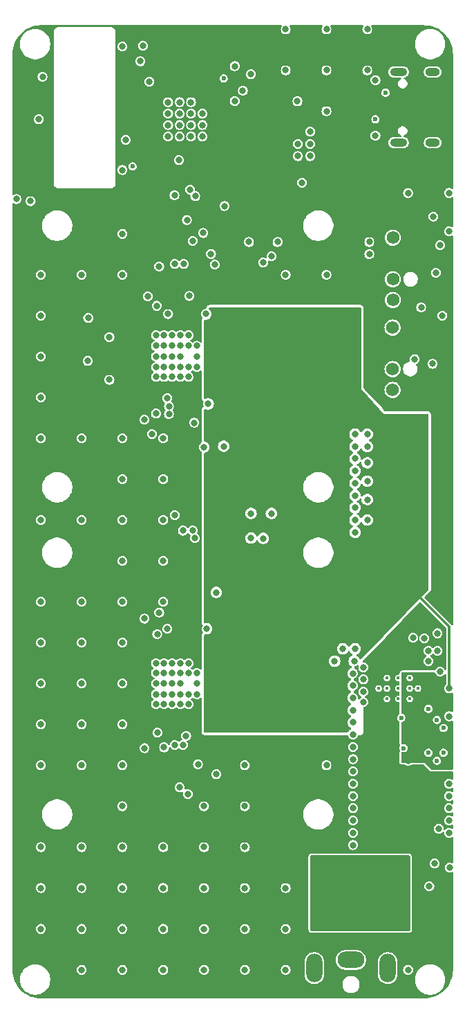
<source format=gbr>
%TF.GenerationSoftware,KiCad,Pcbnew,8.0.4*%
%TF.CreationDate,2024-11-04T18:40:42+01:00*%
%TF.ProjectId,BitForgeNano,42697446-6f72-4676-954e-616e6f2e6b69,rev?*%
%TF.SameCoordinates,Original*%
%TF.FileFunction,Copper,L4,Inr*%
%TF.FilePolarity,Positive*%
%FSLAX46Y46*%
G04 Gerber Fmt 4.6, Leading zero omitted, Abs format (unit mm)*
G04 Created by KiCad (PCBNEW 8.0.4) date 2024-11-04 18:40:42*
%MOMM*%
%LPD*%
G01*
G04 APERTURE LIST*
%TA.AperFunction,ComponentPad*%
%ADD10C,0.400000*%
%TD*%
%TA.AperFunction,ComponentPad*%
%ADD11O,2.100000X1.000000*%
%TD*%
%TA.AperFunction,ComponentPad*%
%ADD12O,1.800000X1.000000*%
%TD*%
%TA.AperFunction,ComponentPad*%
%ADD13R,4.000000X2.000000*%
%TD*%
%TA.AperFunction,ComponentPad*%
%ADD14O,2.000000X3.500000*%
%TD*%
%TA.AperFunction,ComponentPad*%
%ADD15O,3.300000X2.000000*%
%TD*%
%TA.AperFunction,ComponentPad*%
%ADD16C,1.574800*%
%TD*%
%TA.AperFunction,ViaPad*%
%ADD17C,0.800000*%
%TD*%
%TA.AperFunction,ViaPad*%
%ADD18C,0.600000*%
%TD*%
%TA.AperFunction,Conductor*%
%ADD19C,0.300000*%
%TD*%
G04 APERTURE END LIST*
D10*
%TO.N,GND*%
%TO.C,U12*%
X94200000Y-126320000D03*
X92800000Y-126320000D03*
X91400000Y-126320000D03*
X95200000Y-127600000D03*
X94200000Y-127600000D03*
X92800000Y-127600000D03*
X91400000Y-127600000D03*
X90400000Y-127600000D03*
X94200000Y-128880000D03*
X92800000Y-128880000D03*
X91400000Y-128880000D03*
%TD*%
D11*
%TO.N,GND*%
%TO.C,J5*%
X92830000Y-60845000D03*
D12*
X97010000Y-60845000D03*
D11*
X92830000Y-52205000D03*
D12*
X97010000Y-52205000D03*
%TD*%
D13*
%TO.N,VIN*%
%TO.C,J1*%
X87000000Y-154800000D03*
D14*
%TO.N,GND*%
X82500000Y-161800000D03*
D15*
X87000000Y-160800000D03*
D14*
X91500000Y-161800000D03*
%TD*%
D16*
%TO.N,GND*%
%TO.C,J8*%
X92100000Y-83460000D03*
%TO.N,+5V*%
X92100000Y-86000000D03*
%TO.N,/Fan/FAN2_TACH*%
X92100000Y-88540000D03*
%TO.N,/Fan/FAN2_PWM*%
X92100000Y-91080000D03*
%TD*%
%TO.N,GND*%
%TO.C,J6*%
X92138851Y-72479400D03*
%TO.N,+5V*%
X92138851Y-75019400D03*
%TO.N,/Fan/FAN1_TACH*%
X92138851Y-77559400D03*
%TO.N,/Fan/FAN1_PWM*%
X92138851Y-80099400D03*
%TD*%
D17*
%TO.N,/Power/PGOOD*%
X79000000Y-77000000D03*
%TO.N,/Power/SMB_ALRT*%
X74500000Y-73000000D03*
X78000000Y-73000000D03*
%TO.N,GND*%
X99000000Y-145250000D03*
X99000000Y-143750000D03*
X99000000Y-142250000D03*
X99000000Y-140750000D03*
X99000000Y-139250000D03*
X87250000Y-146750000D03*
X87250000Y-145250000D03*
X87250000Y-143750000D03*
X87250000Y-142250000D03*
X87250000Y-140750000D03*
X87250000Y-139250000D03*
X87250000Y-137750000D03*
X87250000Y-136250000D03*
X87250000Y-134750000D03*
X87250000Y-133250000D03*
X87250000Y-131750000D03*
X89000000Y-102250000D03*
X89000000Y-107000000D03*
X89000000Y-100000000D03*
X89000000Y-104500000D03*
X89000000Y-98000000D03*
X89000000Y-96500000D03*
X87500000Y-96500000D03*
X87500000Y-98000000D03*
X87500000Y-99500000D03*
X87500000Y-101000000D03*
X87500000Y-102500000D03*
X87500000Y-104000000D03*
X87500000Y-105500000D03*
X87500000Y-107000000D03*
X87500000Y-108500000D03*
X99000000Y-67000000D03*
X94000000Y-67000000D03*
X84000000Y-57000000D03*
X89000000Y-52000000D03*
X79000000Y-52000000D03*
X84000000Y-52000000D03*
X79000000Y-47000000D03*
X89000000Y-47000000D03*
X84000000Y-47000000D03*
X84000000Y-77000000D03*
X94000000Y-162000000D03*
X84000000Y-137000000D03*
X79000000Y-162000000D03*
X79000000Y-157000000D03*
X79000000Y-152000000D03*
X59000000Y-162000000D03*
X64000000Y-162000000D03*
X74000000Y-162000000D03*
X69000000Y-162000000D03*
X54000000Y-162000000D03*
X59000000Y-157000000D03*
X49000000Y-157000000D03*
X64000000Y-157000000D03*
X74000000Y-157000000D03*
X69000000Y-157000000D03*
X54000000Y-157000000D03*
X59000000Y-152000000D03*
X49000000Y-152000000D03*
X64000000Y-152000000D03*
X74000000Y-152000000D03*
X69000000Y-152000000D03*
X54000000Y-152000000D03*
X49000000Y-147000000D03*
X54000000Y-147000000D03*
X69000000Y-142000000D03*
X74000000Y-137000000D03*
X74000000Y-142000000D03*
X74000000Y-147000000D03*
X69000000Y-147000000D03*
X64000000Y-147000000D03*
X59000000Y-147000000D03*
X59000000Y-142000000D03*
X64000000Y-117000000D03*
X64000000Y-112000000D03*
X64000000Y-107000000D03*
X64000000Y-97000000D03*
X64000000Y-102000000D03*
X59000000Y-102000000D03*
X59000000Y-112000000D03*
X49000000Y-82000000D03*
X49000000Y-87000000D03*
X49000000Y-92000000D03*
X59000000Y-72000000D03*
X54000000Y-77000000D03*
X59000000Y-77000000D03*
X49000000Y-77000000D03*
X54000000Y-97000000D03*
X59000000Y-97000000D03*
X49000000Y-97000000D03*
X54000000Y-137000000D03*
X59000000Y-137000000D03*
X49000000Y-137000000D03*
X54000000Y-132000000D03*
X59000000Y-132000000D03*
X49000000Y-132000000D03*
X54000000Y-127000000D03*
X59000000Y-127000000D03*
X49000000Y-127000000D03*
X54000000Y-122000000D03*
X59000000Y-122000000D03*
X49000000Y-122000000D03*
X54000000Y-117000000D03*
X59000000Y-117000000D03*
X49000000Y-117000000D03*
X59000000Y-107000000D03*
X54000000Y-107000000D03*
X49000000Y-107000000D03*
%TO.N,/SCL*%
X77250000Y-74750000D03*
%TO.N,/SDA*%
X89250000Y-74500000D03*
X76250000Y-75500000D03*
%TO.N,/SCL*%
X89250000Y-73000000D03*
%TO.N,/SDA*%
X76250000Y-109250000D03*
%TO.N,/SCL*%
X77250000Y-106200000D03*
X87500000Y-122750000D03*
X86000000Y-122750000D03*
%TO.N,/ESP32/INA_ALRT*%
X73750000Y-54500000D03*
%TO.N,/Power/SMB_ALRT*%
X94600000Y-121400000D03*
%TO.N,/ESP32/INA_ALRT*%
X96600000Y-151800000D03*
%TO.N,/SDA*%
X74750000Y-109212500D03*
%TO.N,/Power/SMB_ALRT*%
X72750000Y-55750000D03*
%TO.N,GND*%
X64500000Y-120300000D03*
X64600000Y-58700000D03*
X66000000Y-60100000D03*
X88500000Y-128000000D03*
X63100000Y-124500000D03*
X65100000Y-84400000D03*
X67100000Y-125700000D03*
X65100000Y-89500000D03*
X67100000Y-88300000D03*
X65100000Y-127000000D03*
X65100000Y-129500000D03*
X69306000Y-120300000D03*
X65100000Y-128300000D03*
X64100000Y-127000000D03*
X64100000Y-88300000D03*
X63100000Y-125700000D03*
X87250000Y-130250000D03*
X71400000Y-97987500D03*
X67100000Y-124500000D03*
X66100000Y-88300000D03*
X67400000Y-55900000D03*
X65100000Y-124500000D03*
X97916431Y-125529246D03*
X66100000Y-87000000D03*
X59400000Y-60500000D03*
X65100000Y-125700000D03*
X67100000Y-89500000D03*
X68100000Y-87000000D03*
X68800000Y-60100000D03*
X94800000Y-87325000D03*
X65100000Y-85700000D03*
X63500000Y-118305000D03*
X59000000Y-64200000D03*
X67100000Y-128300000D03*
X59000000Y-49100000D03*
X90000000Y-60000000D03*
X64600000Y-57300000D03*
X71500000Y-68600000D03*
X67100000Y-85700000D03*
X57400000Y-84620000D03*
X88500000Y-125000000D03*
X88500000Y-129250000D03*
X46000000Y-67750000D03*
X66100000Y-89500000D03*
X97900000Y-73400000D03*
X64600000Y-55900000D03*
X63100000Y-85700000D03*
X87250000Y-125750000D03*
X68100000Y-128300000D03*
X64100000Y-89500000D03*
X87250000Y-128750000D03*
X63500000Y-76000000D03*
X66000000Y-58700000D03*
X65400000Y-75700000D03*
X68800000Y-58700000D03*
X68250000Y-136850000D03*
X64600000Y-81800000D03*
X81000000Y-65750000D03*
X64100000Y-124500000D03*
X66100000Y-129500000D03*
X70500000Y-138100000D03*
X64500000Y-92100000D03*
X68945000Y-98080000D03*
X63100000Y-88300000D03*
X70300000Y-75750000D03*
X63100000Y-129500000D03*
X68100000Y-125700000D03*
X54800000Y-82300000D03*
X69500000Y-92800000D03*
X64600000Y-60100000D03*
X63100000Y-89500000D03*
X63100000Y-128300000D03*
X66100000Y-128300000D03*
X69206000Y-81800000D03*
X64100000Y-84400000D03*
X65100000Y-87000000D03*
X67400000Y-58700000D03*
X66000000Y-57300000D03*
X66100000Y-84400000D03*
X68800000Y-57300000D03*
X66100000Y-127000000D03*
X61200000Y-50900000D03*
X64100000Y-85700000D03*
X63100000Y-84400000D03*
X68100000Y-85700000D03*
X88500000Y-126500000D03*
X66100000Y-125700000D03*
X63100000Y-127000000D03*
X66000000Y-55900000D03*
X67400000Y-60100000D03*
X70500000Y-115855000D03*
X65375000Y-67300000D03*
X64100000Y-129500000D03*
X64100000Y-87000000D03*
X66400000Y-108300000D03*
X67100000Y-84400000D03*
X68100000Y-127000000D03*
X66100000Y-124500000D03*
X87250000Y-127250000D03*
X67400000Y-57300000D03*
X65100000Y-88300000D03*
X90000000Y-53200000D03*
X64100000Y-125700000D03*
X66100000Y-85700000D03*
X68100000Y-88300000D03*
X67100000Y-129500000D03*
X97100000Y-69900000D03*
X63100000Y-87000000D03*
X64100000Y-128300000D03*
%TO.N,VDD*%
X92500000Y-110000000D03*
X72600000Y-84500000D03*
X91000000Y-110000000D03*
X70600000Y-128300000D03*
X96000000Y-104000000D03*
X95500000Y-110000000D03*
X90500000Y-105500000D03*
X90500000Y-108500000D03*
X91000000Y-96500000D03*
X71600000Y-128300000D03*
X69600000Y-128300000D03*
X71600000Y-85680000D03*
X92500000Y-116000000D03*
X94000000Y-110000000D03*
X94000000Y-108500000D03*
X71600000Y-87000000D03*
X70600000Y-124500000D03*
X70600000Y-89500000D03*
X69600000Y-127000000D03*
X90500000Y-107000000D03*
X94000000Y-104000000D03*
X69600000Y-85680000D03*
X96000000Y-102500000D03*
X72600000Y-128300000D03*
X72600000Y-87000000D03*
X94000000Y-99500000D03*
X70600000Y-88300000D03*
X94000000Y-113000000D03*
X92500000Y-108500000D03*
X70600000Y-84400000D03*
X92500000Y-102500000D03*
X70600000Y-85680000D03*
X92500000Y-95000000D03*
X72600000Y-88300000D03*
X72600000Y-85700000D03*
X94000000Y-96500000D03*
X92500000Y-104000000D03*
X96000000Y-107000000D03*
X71600000Y-124500000D03*
X92500000Y-105500000D03*
X92500000Y-114500000D03*
X94000000Y-116000000D03*
X70600000Y-127000000D03*
X72600000Y-89500000D03*
X91000000Y-114500000D03*
X92500000Y-99500000D03*
X91000000Y-95000000D03*
X71600000Y-89500000D03*
X91000000Y-116000000D03*
X94000000Y-95000000D03*
X94000000Y-105500000D03*
X94000000Y-107000000D03*
X72600000Y-129500000D03*
X94000000Y-111500000D03*
X69600000Y-88300000D03*
X70600000Y-129500000D03*
X94000000Y-98000000D03*
X71600000Y-127000000D03*
X72600000Y-125700000D03*
X92500000Y-107000000D03*
X90500000Y-102500000D03*
X92500000Y-101000000D03*
X94000000Y-101000000D03*
X72600000Y-124500000D03*
X71600000Y-125700000D03*
X69600000Y-125700000D03*
X69600000Y-87000000D03*
X96000000Y-105500000D03*
X71600000Y-129500000D03*
X94000000Y-114500000D03*
X92500000Y-98000000D03*
X70600000Y-87000000D03*
X94000000Y-102500000D03*
X96000000Y-108500000D03*
X92500000Y-96500000D03*
X72600000Y-127000000D03*
X99000000Y-127600000D03*
X71600000Y-84400000D03*
X90500000Y-104000000D03*
X95500000Y-95000000D03*
X71600000Y-88300000D03*
X70600000Y-125700000D03*
%TO.N,/Domain/0V8*%
X63280000Y-133000000D03*
X62600000Y-96487500D03*
X63260000Y-120955000D03*
X63100000Y-93987500D03*
X63200000Y-80800000D03*
D18*
%TO.N,Net-(J5-CC1)*%
X90000000Y-58000000D03*
%TO.N,Net-(J5-CC2)*%
X91250000Y-54750000D03*
D17*
%TO.N,/ESP32/IO0*%
X49200000Y-52800000D03*
X62300000Y-53400000D03*
%TO.N,/Domain/1V2*%
X61700000Y-134900000D03*
X62100000Y-79650000D03*
X61670000Y-94737500D03*
X67797488Y-95102512D03*
X61700000Y-119055000D03*
%TO.N,/Power/AGND*%
X99050000Y-137000000D03*
X97457193Y-126607193D03*
X94000000Y-136450000D03*
%TO.N,Net-(U3-RI)*%
X66000000Y-139700000D03*
%TO.N,Net-(U12-BP1V5)*%
X97600000Y-123000000D03*
X99050000Y-131000000D03*
D18*
%TO.N,Net-(U12-EN{slash}UVLO)*%
X93150000Y-131200000D03*
X93450000Y-134900000D03*
D17*
%TO.N,/Domain/I_RO*%
X66500000Y-75700000D03*
%TO.N,/Domain/CLKI*%
X67198000Y-79600000D03*
%TO.N,/TX*%
X67300000Y-66600000D03*
%TO.N,/RX*%
X67917500Y-67400000D03*
%TO.N,/RST*%
X65900000Y-63000000D03*
%TO.N,/Domain/I_CI*%
X67600000Y-72850000D03*
%TO.N,/Domain/I_NRSTI*%
X68900000Y-71900000D03*
D18*
%TO.N,Net-(U12-MSEL1)*%
X96500000Y-135450000D03*
X96500000Y-130100000D03*
D17*
%TO.N,GND*%
X57400000Y-89850000D03*
X54750000Y-87550000D03*
%TO.N,/ESP32/VDD_SAMPLE_0*%
X61500000Y-49000000D03*
%TO.N,/Fan/FAN1_TACH*%
X98200000Y-82000000D03*
%TO.N,/Fan/FAN1_PWM*%
X95600000Y-81000000D03*
D18*
%TO.N,Net-(U12-ADRSEL)*%
X97540000Y-136450000D03*
X97540000Y-131450000D03*
%TO.N,Net-(U12-VSEL)*%
X98330000Y-132432407D03*
X98330000Y-135450000D03*
D17*
%TO.N,/SCL*%
X74750000Y-106200000D03*
X96500000Y-123000000D03*
X65400000Y-106400000D03*
X97750000Y-144750000D03*
X72750000Y-51500000D03*
%TO.N,/SDA*%
X85000000Y-124250000D03*
X67875000Y-109212500D03*
X74750000Y-52500000D03*
X96500000Y-124250000D03*
X97250000Y-149000000D03*
X87400000Y-124250000D03*
%TO.N,GND*%
X80439800Y-55800000D03*
%TO.N,VIN*%
X93750000Y-152500000D03*
X93750000Y-154250000D03*
X90250000Y-152500000D03*
X92000000Y-152500000D03*
X92000000Y-154250000D03*
X90250000Y-156000000D03*
X90250000Y-154250000D03*
X92000000Y-156000000D03*
X93750000Y-156000000D03*
%TO.N,Net-(U3-CO)*%
X67000000Y-140500000D03*
%TO.N,Net-(U3-CLKO)*%
X66800000Y-133400000D03*
%TO.N,Net-(U3-BO)*%
X66400000Y-134500000D03*
%TO.N,Net-(U3-TEMP_N)*%
X65400000Y-134500000D03*
%TO.N,3V3*%
X67600000Y-108300000D03*
X66900000Y-70300000D03*
D18*
X71400000Y-53000000D03*
D17*
X82000000Y-62500000D03*
X48750000Y-58000000D03*
X97000000Y-87900000D03*
X97400000Y-76750000D03*
D18*
X60250000Y-63750000D03*
D17*
X99100000Y-149500000D03*
X80500000Y-61000000D03*
X47750000Y-68000000D03*
X96000000Y-121450000D03*
X69850000Y-74450000D03*
X82000000Y-59500000D03*
X80500000Y-62500000D03*
X82000000Y-61000000D03*
X99000000Y-71700000D03*
%TO.N,Net-(U3-TEMP_P)*%
X64100000Y-134800000D03*
%TO.N,+5V*%
X80500000Y-58250000D03*
X56075000Y-83750000D03*
X56075000Y-89050000D03*
%TO.N,/Power/PGOOD*%
X97600000Y-120850000D03*
%TO.N,Net-(U9-TEMP_N)*%
X64700000Y-94037500D03*
%TO.N,Net-(U9-TEMP_P)*%
X64700000Y-93087497D03*
%TD*%
D19*
%TO.N,VDD*%
X99000000Y-127600000D02*
X99000000Y-120000000D01*
X99000000Y-120000000D02*
X95000000Y-116000000D01*
X95000000Y-116000000D02*
X94000000Y-116000000D01*
%TD*%
%TA.AperFunction,Conductor*%
%TO.N,VIN*%
G36*
X94193039Y-148019685D02*
G01*
X94238794Y-148072489D01*
X94250000Y-148124000D01*
X94250000Y-157126000D01*
X94230315Y-157193039D01*
X94177511Y-157238794D01*
X94126000Y-157250000D01*
X82124000Y-157250000D01*
X82056961Y-157230315D01*
X82011206Y-157177511D01*
X82000000Y-157126000D01*
X82000000Y-148124000D01*
X82019685Y-148056961D01*
X82072489Y-148011206D01*
X82124000Y-148000000D01*
X94126000Y-148000000D01*
X94193039Y-148019685D01*
G37*
%TD.AperFunction*%
%TD*%
%TA.AperFunction,Conductor*%
%TO.N,VDD*%
G36*
X88193039Y-81019685D02*
G01*
X88238794Y-81072489D01*
X88250000Y-81124000D01*
X88250000Y-91000000D01*
X90504807Y-93459790D01*
X91000000Y-94000000D01*
X96376000Y-94000000D01*
X96443039Y-94019685D01*
X96488794Y-94072489D01*
X96500000Y-94124000D01*
X96500000Y-115449718D01*
X96480315Y-115516757D01*
X96464980Y-115536081D01*
X88245122Y-124005024D01*
X88184305Y-124039420D01*
X88114547Y-124035477D01*
X88057995Y-123994445D01*
X88040202Y-123962636D01*
X88024818Y-123922070D01*
X87928183Y-123782071D01*
X87800852Y-123669266D01*
X87792100Y-123664672D01*
X87736569Y-123635527D01*
X87686357Y-123586942D01*
X87670383Y-123518923D01*
X87693719Y-123453065D01*
X87744018Y-123414103D01*
X87743584Y-123413276D01*
X87748242Y-123410831D01*
X87748955Y-123410279D01*
X87750215Y-123409792D01*
X87750225Y-123409790D01*
X87750234Y-123409784D01*
X87750237Y-123409784D01*
X87900849Y-123330736D01*
X87900850Y-123330734D01*
X87900852Y-123330734D01*
X88028183Y-123217929D01*
X88124818Y-123077930D01*
X88185140Y-122918872D01*
X88205645Y-122750000D01*
X88185140Y-122581128D01*
X88124818Y-122422070D01*
X88028183Y-122282071D01*
X87900852Y-122169266D01*
X87900849Y-122169263D01*
X87750226Y-122090210D01*
X87585056Y-122049500D01*
X87414944Y-122049500D01*
X87249773Y-122090210D01*
X87099150Y-122169263D01*
X86971816Y-122282072D01*
X86875183Y-122422067D01*
X86865942Y-122446435D01*
X86823763Y-122502137D01*
X86758166Y-122526194D01*
X86689975Y-122510967D01*
X86640843Y-122461290D01*
X86634058Y-122446435D01*
X86624818Y-122422070D01*
X86528183Y-122282071D01*
X86400852Y-122169266D01*
X86400849Y-122169263D01*
X86250226Y-122090210D01*
X86085056Y-122049500D01*
X85914944Y-122049500D01*
X85749773Y-122090210D01*
X85599150Y-122169263D01*
X85471816Y-122282072D01*
X85375182Y-122422068D01*
X85314860Y-122581125D01*
X85314859Y-122581130D01*
X85294355Y-122750000D01*
X85314859Y-122918869D01*
X85314860Y-122918874D01*
X85375182Y-123077931D01*
X85437475Y-123168177D01*
X85471817Y-123217929D01*
X85577505Y-123311560D01*
X85599150Y-123330736D01*
X85749773Y-123409789D01*
X85749775Y-123409790D01*
X85914944Y-123450500D01*
X86085056Y-123450500D01*
X86250225Y-123409790D01*
X86336570Y-123364472D01*
X86400849Y-123330736D01*
X86400850Y-123330734D01*
X86400852Y-123330734D01*
X86528183Y-123217929D01*
X86624818Y-123077930D01*
X86634058Y-123053564D01*
X86676236Y-122997862D01*
X86741833Y-122973805D01*
X86810023Y-122989032D01*
X86859157Y-123038707D01*
X86865942Y-123053565D01*
X86875182Y-123077931D01*
X86937475Y-123168177D01*
X86971817Y-123217929D01*
X87099148Y-123330734D01*
X87099150Y-123330735D01*
X87163429Y-123364472D01*
X87213641Y-123413056D01*
X87229616Y-123481075D01*
X87206281Y-123546933D01*
X87155981Y-123585896D01*
X87156416Y-123586724D01*
X87151753Y-123589170D01*
X87151045Y-123589720D01*
X87149779Y-123590208D01*
X87149774Y-123590209D01*
X86999150Y-123669263D01*
X86871816Y-123782072D01*
X86775182Y-123922068D01*
X86714860Y-124081125D01*
X86714859Y-124081130D01*
X86694355Y-124250000D01*
X86714859Y-124418869D01*
X86714860Y-124418874D01*
X86775182Y-124577931D01*
X86837475Y-124668177D01*
X86871817Y-124717929D01*
X86999148Y-124830734D01*
X87046244Y-124855452D01*
X87096456Y-124904036D01*
X87112431Y-124972054D01*
X87089096Y-125037912D01*
X87033860Y-125080700D01*
X87018296Y-125085644D01*
X86999775Y-125090209D01*
X86999774Y-125090209D01*
X86849150Y-125169263D01*
X86721816Y-125282072D01*
X86625182Y-125422068D01*
X86564860Y-125581125D01*
X86564859Y-125581130D01*
X86544355Y-125750000D01*
X86564859Y-125918869D01*
X86564860Y-125918874D01*
X86625182Y-126077931D01*
X86687304Y-126167929D01*
X86721817Y-126217929D01*
X86827505Y-126311560D01*
X86849150Y-126330736D01*
X86962456Y-126390204D01*
X87012669Y-126438789D01*
X87028643Y-126506808D01*
X87005308Y-126572665D01*
X86962456Y-126609796D01*
X86849150Y-126669263D01*
X86721816Y-126782072D01*
X86625182Y-126922068D01*
X86564860Y-127081125D01*
X86564859Y-127081130D01*
X86544355Y-127250000D01*
X86564859Y-127418869D01*
X86564860Y-127418874D01*
X86625182Y-127577931D01*
X86667526Y-127639276D01*
X86721817Y-127717929D01*
X86827505Y-127811560D01*
X86849150Y-127830736D01*
X86962456Y-127890204D01*
X87012669Y-127938789D01*
X87028643Y-128006808D01*
X87005308Y-128072665D01*
X86962456Y-128109796D01*
X86849150Y-128169263D01*
X86721816Y-128282072D01*
X86625182Y-128422068D01*
X86564860Y-128581125D01*
X86564859Y-128581130D01*
X86544355Y-128750000D01*
X86564859Y-128918869D01*
X86564860Y-128918874D01*
X86625182Y-129077931D01*
X86627389Y-129081128D01*
X86721817Y-129217929D01*
X86827505Y-129311560D01*
X86849150Y-129330736D01*
X86962456Y-129390204D01*
X87012669Y-129438789D01*
X87028643Y-129506808D01*
X87005308Y-129572665D01*
X86962456Y-129609796D01*
X86849150Y-129669263D01*
X86721816Y-129782072D01*
X86625182Y-129922068D01*
X86564860Y-130081125D01*
X86564859Y-130081130D01*
X86544355Y-130250000D01*
X86564859Y-130418869D01*
X86564860Y-130418874D01*
X86625182Y-130577931D01*
X86650739Y-130614956D01*
X86721817Y-130717929D01*
X86827505Y-130811560D01*
X86849150Y-130830736D01*
X86962456Y-130890204D01*
X87012669Y-130938789D01*
X87028643Y-131006808D01*
X87005308Y-131072665D01*
X86962456Y-131109796D01*
X86849150Y-131169263D01*
X86721816Y-131282072D01*
X86625182Y-131422068D01*
X86564860Y-131581125D01*
X86564859Y-131581130D01*
X86544355Y-131750000D01*
X86564859Y-131918869D01*
X86564860Y-131918874D01*
X86625182Y-132077931D01*
X86687475Y-132168177D01*
X86721817Y-132217929D01*
X86827505Y-132311560D01*
X86849150Y-132330736D01*
X86962456Y-132390204D01*
X87012669Y-132438789D01*
X87028643Y-132506808D01*
X87005308Y-132572665D01*
X86962456Y-132609796D01*
X86849150Y-132669263D01*
X86721816Y-132782072D01*
X86625182Y-132922068D01*
X86621698Y-132928709D01*
X86620027Y-132927832D01*
X86583794Y-132975679D01*
X86518195Y-132999731D01*
X86510036Y-133000000D01*
X69124000Y-133000000D01*
X69056961Y-132980315D01*
X69011206Y-132927511D01*
X69000000Y-132876000D01*
X69000000Y-124250000D01*
X84294355Y-124250000D01*
X84314859Y-124418869D01*
X84314860Y-124418874D01*
X84375182Y-124577931D01*
X84437475Y-124668177D01*
X84471817Y-124717929D01*
X84577505Y-124811560D01*
X84599150Y-124830736D01*
X84738812Y-124904036D01*
X84749775Y-124909790D01*
X84914944Y-124950500D01*
X85085056Y-124950500D01*
X85250225Y-124909790D01*
X85353758Y-124855451D01*
X85400849Y-124830736D01*
X85400850Y-124830734D01*
X85400852Y-124830734D01*
X85528183Y-124717929D01*
X85624818Y-124577930D01*
X85685140Y-124418872D01*
X85705645Y-124250000D01*
X85685140Y-124081128D01*
X85624818Y-123922070D01*
X85528183Y-123782071D01*
X85400852Y-123669266D01*
X85400849Y-123669263D01*
X85250226Y-123590210D01*
X85085056Y-123549500D01*
X84914944Y-123549500D01*
X84749773Y-123590210D01*
X84599150Y-123669263D01*
X84471816Y-123782072D01*
X84375182Y-123922068D01*
X84314860Y-124081125D01*
X84314859Y-124081130D01*
X84294355Y-124250000D01*
X69000000Y-124250000D01*
X69000000Y-121104316D01*
X69019685Y-121037277D01*
X69072489Y-120991522D01*
X69141647Y-120981578D01*
X69153654Y-120983914D01*
X69220944Y-121000500D01*
X69220946Y-121000500D01*
X69391056Y-121000500D01*
X69556225Y-120959790D01*
X69635692Y-120918081D01*
X69706849Y-120880736D01*
X69706850Y-120880734D01*
X69706852Y-120880734D01*
X69834183Y-120767929D01*
X69930818Y-120627930D01*
X69991140Y-120468872D01*
X70011645Y-120300000D01*
X69991140Y-120131128D01*
X69930818Y-119972070D01*
X69834183Y-119832071D01*
X69706852Y-119719266D01*
X69706849Y-119719263D01*
X69556226Y-119640210D01*
X69391056Y-119599500D01*
X69220944Y-119599500D01*
X69153675Y-119616080D01*
X69083872Y-119613011D01*
X69026810Y-119572691D01*
X69000605Y-119507921D01*
X69000000Y-119495683D01*
X69000000Y-115855000D01*
X69794355Y-115855000D01*
X69814859Y-116023869D01*
X69814860Y-116023874D01*
X69875182Y-116182931D01*
X69937475Y-116273177D01*
X69971817Y-116322929D01*
X70077505Y-116416560D01*
X70099150Y-116435736D01*
X70249773Y-116514789D01*
X70249775Y-116514790D01*
X70414944Y-116555500D01*
X70585056Y-116555500D01*
X70750225Y-116514790D01*
X70829692Y-116473081D01*
X70900849Y-116435736D01*
X70900850Y-116435734D01*
X70900852Y-116435734D01*
X71028183Y-116322929D01*
X71124818Y-116182930D01*
X71185140Y-116023872D01*
X71205645Y-115855000D01*
X71185140Y-115686128D01*
X71124818Y-115527070D01*
X71117699Y-115516757D01*
X71071425Y-115449718D01*
X71028183Y-115387071D01*
X70900852Y-115274266D01*
X70900849Y-115274263D01*
X70750226Y-115195210D01*
X70585056Y-115154500D01*
X70414944Y-115154500D01*
X70249773Y-115195210D01*
X70099150Y-115274263D01*
X69971816Y-115387072D01*
X69875182Y-115527068D01*
X69814860Y-115686125D01*
X69814859Y-115686130D01*
X69794355Y-115855000D01*
X69000000Y-115855000D01*
X69000000Y-110878711D01*
X81149500Y-110878711D01*
X81149500Y-111121288D01*
X81181161Y-111361785D01*
X81243947Y-111596104D01*
X81336773Y-111820205D01*
X81336776Y-111820212D01*
X81458064Y-112030289D01*
X81458066Y-112030292D01*
X81458067Y-112030293D01*
X81605733Y-112222736D01*
X81605739Y-112222743D01*
X81777256Y-112394260D01*
X81777262Y-112394265D01*
X81969711Y-112541936D01*
X82179788Y-112663224D01*
X82403900Y-112756054D01*
X82638211Y-112818838D01*
X82818586Y-112842584D01*
X82878711Y-112850500D01*
X82878712Y-112850500D01*
X83121289Y-112850500D01*
X83169388Y-112844167D01*
X83361789Y-112818838D01*
X83596100Y-112756054D01*
X83820212Y-112663224D01*
X84030289Y-112541936D01*
X84222738Y-112394265D01*
X84394265Y-112222738D01*
X84541936Y-112030289D01*
X84663224Y-111820212D01*
X84756054Y-111596100D01*
X84818838Y-111361789D01*
X84850500Y-111121288D01*
X84850500Y-110878712D01*
X84818838Y-110638211D01*
X84756054Y-110403900D01*
X84663224Y-110179788D01*
X84541936Y-109969711D01*
X84435297Y-109830736D01*
X84394266Y-109777263D01*
X84394260Y-109777256D01*
X84222743Y-109605739D01*
X84222736Y-109605733D01*
X84030293Y-109458067D01*
X84030292Y-109458066D01*
X84030289Y-109458064D01*
X83820212Y-109336776D01*
X83820205Y-109336773D01*
X83596104Y-109243947D01*
X83361785Y-109181161D01*
X83121289Y-109149500D01*
X83121288Y-109149500D01*
X82878712Y-109149500D01*
X82878711Y-109149500D01*
X82638214Y-109181161D01*
X82403895Y-109243947D01*
X82179794Y-109336773D01*
X82179785Y-109336777D01*
X81969706Y-109458067D01*
X81777263Y-109605733D01*
X81777256Y-109605739D01*
X81605739Y-109777256D01*
X81605733Y-109777263D01*
X81458067Y-109969706D01*
X81336777Y-110179785D01*
X81336773Y-110179794D01*
X81243947Y-110403895D01*
X81181161Y-110638214D01*
X81149500Y-110878711D01*
X69000000Y-110878711D01*
X69000000Y-109212500D01*
X74044355Y-109212500D01*
X74064859Y-109381369D01*
X74064860Y-109381374D01*
X74125182Y-109540431D01*
X74151067Y-109577931D01*
X74221817Y-109680429D01*
X74327505Y-109774060D01*
X74349150Y-109793236D01*
X74499773Y-109872289D01*
X74499775Y-109872290D01*
X74664944Y-109913000D01*
X74835056Y-109913000D01*
X75000225Y-109872290D01*
X75079692Y-109830581D01*
X75150849Y-109793236D01*
X75150850Y-109793234D01*
X75150852Y-109793234D01*
X75278183Y-109680429D01*
X75374818Y-109540430D01*
X75376948Y-109534813D01*
X75419124Y-109479113D01*
X75484721Y-109455055D01*
X75552911Y-109470281D01*
X75602045Y-109519956D01*
X75608830Y-109534812D01*
X75625182Y-109577930D01*
X75625182Y-109577931D01*
X75644377Y-109605739D01*
X75721817Y-109717929D01*
X75827505Y-109811560D01*
X75849150Y-109830736D01*
X75928325Y-109872290D01*
X75999775Y-109909790D01*
X76164944Y-109950500D01*
X76335056Y-109950500D01*
X76500225Y-109909790D01*
X76579692Y-109868081D01*
X76650849Y-109830736D01*
X76650850Y-109830734D01*
X76650852Y-109830734D01*
X76778183Y-109717929D01*
X76874818Y-109577930D01*
X76935140Y-109418872D01*
X76955645Y-109250000D01*
X76935140Y-109081128D01*
X76874818Y-108922070D01*
X76848933Y-108884570D01*
X76809837Y-108827930D01*
X76778183Y-108782071D01*
X76650852Y-108669266D01*
X76650849Y-108669263D01*
X76500226Y-108590210D01*
X76335056Y-108549500D01*
X76164944Y-108549500D01*
X75999773Y-108590210D01*
X75849150Y-108669263D01*
X75721816Y-108782072D01*
X75625182Y-108922068D01*
X75625179Y-108922075D01*
X75623048Y-108927694D01*
X75580866Y-108983393D01*
X75515266Y-109007444D01*
X75447077Y-108992212D01*
X75397948Y-108942532D01*
X75391175Y-108927701D01*
X75374818Y-108884570D01*
X75278183Y-108744571D01*
X75150852Y-108631766D01*
X75150849Y-108631763D01*
X75000226Y-108552710D01*
X74835056Y-108512000D01*
X74664944Y-108512000D01*
X74499773Y-108552710D01*
X74349150Y-108631763D01*
X74221816Y-108744572D01*
X74125182Y-108884568D01*
X74064860Y-109043625D01*
X74064859Y-109043630D01*
X74044355Y-109212500D01*
X69000000Y-109212500D01*
X69000000Y-106200000D01*
X74044355Y-106200000D01*
X74064859Y-106368869D01*
X74064860Y-106368874D01*
X74125182Y-106527931D01*
X74187475Y-106618177D01*
X74221817Y-106667929D01*
X74270762Y-106711290D01*
X74349150Y-106780736D01*
X74499773Y-106859789D01*
X74499775Y-106859790D01*
X74664944Y-106900500D01*
X74835056Y-106900500D01*
X75000225Y-106859790D01*
X75079692Y-106818081D01*
X75150849Y-106780736D01*
X75150850Y-106780734D01*
X75150852Y-106780734D01*
X75278183Y-106667929D01*
X75374818Y-106527930D01*
X75435140Y-106368872D01*
X75455645Y-106200000D01*
X76544355Y-106200000D01*
X76564859Y-106368869D01*
X76564860Y-106368874D01*
X76625182Y-106527931D01*
X76687475Y-106618177D01*
X76721817Y-106667929D01*
X76770762Y-106711290D01*
X76849150Y-106780736D01*
X76999773Y-106859789D01*
X76999775Y-106859790D01*
X77164944Y-106900500D01*
X77335056Y-106900500D01*
X77500225Y-106859790D01*
X77579692Y-106818081D01*
X77650849Y-106780736D01*
X77650850Y-106780734D01*
X77650852Y-106780734D01*
X77778183Y-106667929D01*
X77874818Y-106527930D01*
X77935140Y-106368872D01*
X77955645Y-106200000D01*
X77935140Y-106031128D01*
X77874818Y-105872070D01*
X77778183Y-105732071D01*
X77650852Y-105619266D01*
X77650849Y-105619263D01*
X77500226Y-105540210D01*
X77335056Y-105499500D01*
X77164944Y-105499500D01*
X76999773Y-105540210D01*
X76849150Y-105619263D01*
X76721816Y-105732072D01*
X76625182Y-105872068D01*
X76564860Y-106031125D01*
X76564859Y-106031130D01*
X76544355Y-106200000D01*
X75455645Y-106200000D01*
X75435140Y-106031128D01*
X75374818Y-105872070D01*
X75278183Y-105732071D01*
X75150852Y-105619266D01*
X75150849Y-105619263D01*
X75000226Y-105540210D01*
X74835056Y-105499500D01*
X74664944Y-105499500D01*
X74499773Y-105540210D01*
X74349150Y-105619263D01*
X74221816Y-105732072D01*
X74125182Y-105872068D01*
X74064860Y-106031125D01*
X74064859Y-106031130D01*
X74044355Y-106200000D01*
X69000000Y-106200000D01*
X69000000Y-102878711D01*
X81149500Y-102878711D01*
X81149500Y-103121288D01*
X81181161Y-103361785D01*
X81243947Y-103596104D01*
X81336773Y-103820205D01*
X81336777Y-103820214D01*
X81348322Y-103840210D01*
X81458064Y-104030289D01*
X81458066Y-104030292D01*
X81458067Y-104030293D01*
X81605733Y-104222736D01*
X81605739Y-104222743D01*
X81777256Y-104394260D01*
X81777262Y-104394265D01*
X81969711Y-104541936D01*
X82179788Y-104663224D01*
X82403900Y-104756054D01*
X82638211Y-104818838D01*
X82818586Y-104842584D01*
X82878711Y-104850500D01*
X82878712Y-104850500D01*
X83121289Y-104850500D01*
X83169388Y-104844167D01*
X83361789Y-104818838D01*
X83596100Y-104756054D01*
X83820212Y-104663224D01*
X84030289Y-104541936D01*
X84222738Y-104394265D01*
X84394265Y-104222738D01*
X84541936Y-104030289D01*
X84663224Y-103820212D01*
X84756054Y-103596100D01*
X84818838Y-103361789D01*
X84850500Y-103121288D01*
X84850500Y-102878712D01*
X84818838Y-102638211D01*
X84756054Y-102403900D01*
X84663224Y-102179788D01*
X84541936Y-101969711D01*
X84394265Y-101777262D01*
X84394260Y-101777256D01*
X84222743Y-101605739D01*
X84222736Y-101605733D01*
X84030293Y-101458067D01*
X84030292Y-101458066D01*
X84030289Y-101458064D01*
X83820212Y-101336776D01*
X83820205Y-101336773D01*
X83596104Y-101243947D01*
X83361785Y-101181161D01*
X83121289Y-101149500D01*
X83121288Y-101149500D01*
X82878712Y-101149500D01*
X82878711Y-101149500D01*
X82638214Y-101181161D01*
X82403895Y-101243947D01*
X82179794Y-101336773D01*
X82179785Y-101336777D01*
X81969706Y-101458067D01*
X81777263Y-101605733D01*
X81777256Y-101605739D01*
X81605739Y-101777256D01*
X81605733Y-101777263D01*
X81458067Y-101969706D01*
X81336777Y-102179785D01*
X81336773Y-102179794D01*
X81243947Y-102403895D01*
X81181161Y-102638214D01*
X81149500Y-102878711D01*
X69000000Y-102878711D01*
X69000000Y-98885056D01*
X69019685Y-98818017D01*
X69072489Y-98772262D01*
X69094326Y-98764659D01*
X69195225Y-98739790D01*
X69345849Y-98660736D01*
X69345850Y-98660734D01*
X69345852Y-98660734D01*
X69473183Y-98547929D01*
X69569818Y-98407930D01*
X69630140Y-98248872D01*
X69650645Y-98080000D01*
X69639413Y-97987500D01*
X70694355Y-97987500D01*
X70714859Y-98156369D01*
X70714860Y-98156374D01*
X70775182Y-98315431D01*
X70837475Y-98405677D01*
X70871817Y-98455429D01*
X70976226Y-98547927D01*
X70999150Y-98568236D01*
X71136274Y-98640204D01*
X71149775Y-98647290D01*
X71314944Y-98688000D01*
X71485056Y-98688000D01*
X71650225Y-98647290D01*
X71777034Y-98580735D01*
X71800849Y-98568236D01*
X71800850Y-98568234D01*
X71800852Y-98568234D01*
X71928183Y-98455429D01*
X72024818Y-98315430D01*
X72085140Y-98156372D01*
X72105645Y-97987500D01*
X72085140Y-97818628D01*
X72024818Y-97659570D01*
X71928183Y-97519571D01*
X71814962Y-97419266D01*
X71800849Y-97406763D01*
X71650226Y-97327710D01*
X71485056Y-97287000D01*
X71314944Y-97287000D01*
X71149773Y-97327710D01*
X70999150Y-97406763D01*
X70871816Y-97519572D01*
X70775182Y-97659568D01*
X70714860Y-97818625D01*
X70714859Y-97818630D01*
X70694355Y-97987500D01*
X69639413Y-97987500D01*
X69630140Y-97911128D01*
X69569818Y-97752070D01*
X69473183Y-97612071D01*
X69345852Y-97499266D01*
X69345849Y-97499263D01*
X69195226Y-97420210D01*
X69094325Y-97395340D01*
X69033944Y-97360183D01*
X69002156Y-97297964D01*
X69000000Y-97274943D01*
X69000000Y-96500000D01*
X86794355Y-96500000D01*
X86814859Y-96668869D01*
X86814860Y-96668874D01*
X86875182Y-96827931D01*
X86937475Y-96918177D01*
X86971817Y-96967929D01*
X87077505Y-97061560D01*
X87099150Y-97080736D01*
X87212456Y-97140204D01*
X87262669Y-97188789D01*
X87278643Y-97256808D01*
X87255308Y-97322665D01*
X87212456Y-97359796D01*
X87099150Y-97419263D01*
X86971816Y-97532072D01*
X86875182Y-97672068D01*
X86814860Y-97831125D01*
X86814859Y-97831130D01*
X86794355Y-98000000D01*
X86814859Y-98168869D01*
X86814860Y-98168874D01*
X86875182Y-98327931D01*
X86930402Y-98407930D01*
X86971817Y-98467929D01*
X87062119Y-98547929D01*
X87099150Y-98580736D01*
X87212456Y-98640204D01*
X87262669Y-98688789D01*
X87278643Y-98756808D01*
X87255308Y-98822665D01*
X87212456Y-98859796D01*
X87099150Y-98919263D01*
X86971816Y-99032072D01*
X86875182Y-99172068D01*
X86814860Y-99331125D01*
X86814859Y-99331130D01*
X86794355Y-99500000D01*
X86814859Y-99668869D01*
X86814860Y-99668874D01*
X86875182Y-99827931D01*
X86937475Y-99918177D01*
X86971817Y-99967929D01*
X87077505Y-100061560D01*
X87099150Y-100080736D01*
X87212456Y-100140204D01*
X87262669Y-100188789D01*
X87278643Y-100256808D01*
X87255308Y-100322665D01*
X87212456Y-100359796D01*
X87099150Y-100419263D01*
X86971816Y-100532072D01*
X86875182Y-100672068D01*
X86814860Y-100831125D01*
X86814859Y-100831130D01*
X86794355Y-101000000D01*
X86814859Y-101168869D01*
X86814860Y-101168874D01*
X86875182Y-101327931D01*
X86937475Y-101418177D01*
X86971817Y-101467929D01*
X87063892Y-101549500D01*
X87099150Y-101580736D01*
X87212456Y-101640204D01*
X87262669Y-101688789D01*
X87278643Y-101756808D01*
X87255308Y-101822665D01*
X87212456Y-101859796D01*
X87099150Y-101919263D01*
X86971816Y-102032072D01*
X86875182Y-102172068D01*
X86814860Y-102331125D01*
X86814859Y-102331130D01*
X86794355Y-102500000D01*
X86814859Y-102668869D01*
X86814860Y-102668874D01*
X86875182Y-102827931D01*
X86931686Y-102909789D01*
X86971817Y-102967929D01*
X87077505Y-103061560D01*
X87099150Y-103080736D01*
X87212456Y-103140204D01*
X87262669Y-103188789D01*
X87278643Y-103256808D01*
X87255308Y-103322665D01*
X87212456Y-103359796D01*
X87099150Y-103419263D01*
X86971816Y-103532072D01*
X86875182Y-103672068D01*
X86814860Y-103831125D01*
X86814859Y-103831130D01*
X86794355Y-104000000D01*
X86814859Y-104168869D01*
X86814860Y-104168874D01*
X86875182Y-104327931D01*
X86937475Y-104418177D01*
X86971817Y-104467929D01*
X87055354Y-104541936D01*
X87099150Y-104580736D01*
X87212456Y-104640204D01*
X87262669Y-104688789D01*
X87278643Y-104756808D01*
X87255308Y-104822665D01*
X87212456Y-104859796D01*
X87099150Y-104919263D01*
X86971816Y-105032072D01*
X86875182Y-105172068D01*
X86814860Y-105331125D01*
X86814859Y-105331130D01*
X86794355Y-105500000D01*
X86814859Y-105668869D01*
X86814860Y-105668874D01*
X86875182Y-105827931D01*
X86937475Y-105918177D01*
X86971817Y-105967929D01*
X87077505Y-106061560D01*
X87099150Y-106080736D01*
X87212456Y-106140204D01*
X87262669Y-106188789D01*
X87278643Y-106256808D01*
X87255308Y-106322665D01*
X87212456Y-106359796D01*
X87099150Y-106419263D01*
X86971816Y-106532072D01*
X86875182Y-106672068D01*
X86814860Y-106831125D01*
X86814859Y-106831130D01*
X86794355Y-107000000D01*
X86814859Y-107168869D01*
X86814860Y-107168874D01*
X86875182Y-107327931D01*
X86937475Y-107418177D01*
X86971817Y-107467929D01*
X87077505Y-107561560D01*
X87099150Y-107580736D01*
X87212456Y-107640204D01*
X87262669Y-107688789D01*
X87278643Y-107756808D01*
X87255308Y-107822665D01*
X87212456Y-107859796D01*
X87099150Y-107919263D01*
X86971816Y-108032072D01*
X86875182Y-108172068D01*
X86814860Y-108331125D01*
X86814859Y-108331130D01*
X86794355Y-108500000D01*
X86814859Y-108668869D01*
X86814860Y-108668874D01*
X86875182Y-108827931D01*
X86914278Y-108884570D01*
X86971817Y-108967929D01*
X87057264Y-109043628D01*
X87099150Y-109080736D01*
X87230169Y-109149500D01*
X87249775Y-109159790D01*
X87414944Y-109200500D01*
X87585056Y-109200500D01*
X87750225Y-109159790D01*
X87829692Y-109118081D01*
X87900849Y-109080736D01*
X87900850Y-109080734D01*
X87900852Y-109080734D01*
X88028183Y-108967929D01*
X88124818Y-108827930D01*
X88185140Y-108668872D01*
X88205645Y-108500000D01*
X88185140Y-108331128D01*
X88124818Y-108172070D01*
X88028183Y-108032071D01*
X87900852Y-107919266D01*
X87900850Y-107919265D01*
X87900849Y-107919264D01*
X87787543Y-107859796D01*
X87737331Y-107811212D01*
X87721356Y-107743193D01*
X87744691Y-107677335D01*
X87787543Y-107640204D01*
X87817699Y-107624376D01*
X87900852Y-107580734D01*
X88028183Y-107467929D01*
X88124818Y-107327930D01*
X88134058Y-107303564D01*
X88176236Y-107247862D01*
X88241833Y-107223805D01*
X88310023Y-107239032D01*
X88359157Y-107288707D01*
X88365942Y-107303565D01*
X88375182Y-107327931D01*
X88437475Y-107418177D01*
X88471817Y-107467929D01*
X88577505Y-107561560D01*
X88599150Y-107580736D01*
X88712457Y-107640204D01*
X88749775Y-107659790D01*
X88914944Y-107700500D01*
X89085056Y-107700500D01*
X89250225Y-107659790D01*
X89329692Y-107618081D01*
X89400849Y-107580736D01*
X89400850Y-107580734D01*
X89400852Y-107580734D01*
X89528183Y-107467929D01*
X89624818Y-107327930D01*
X89685140Y-107168872D01*
X89705645Y-107000000D01*
X89685140Y-106831128D01*
X89624818Y-106672070D01*
X89621958Y-106667927D01*
X89590476Y-106622318D01*
X89528183Y-106532071D01*
X89400852Y-106419266D01*
X89400849Y-106419263D01*
X89250226Y-106340210D01*
X89085056Y-106299500D01*
X88914944Y-106299500D01*
X88749773Y-106340210D01*
X88599150Y-106419263D01*
X88471816Y-106532072D01*
X88375183Y-106672067D01*
X88365942Y-106696435D01*
X88323763Y-106752137D01*
X88258166Y-106776194D01*
X88189975Y-106760967D01*
X88140843Y-106711290D01*
X88134058Y-106696435D01*
X88124818Y-106672070D01*
X88028183Y-106532071D01*
X87900852Y-106419266D01*
X87900850Y-106419265D01*
X87900849Y-106419264D01*
X87787543Y-106359796D01*
X87737331Y-106311212D01*
X87721356Y-106243193D01*
X87744691Y-106177335D01*
X87787543Y-106140204D01*
X87817699Y-106124376D01*
X87900852Y-106080734D01*
X88028183Y-105967929D01*
X88124818Y-105827930D01*
X88185140Y-105668872D01*
X88205645Y-105500000D01*
X88185140Y-105331128D01*
X88124818Y-105172070D01*
X88028183Y-105032071D01*
X87900852Y-104919266D01*
X87900850Y-104919265D01*
X87900849Y-104919264D01*
X87787543Y-104859796D01*
X87737331Y-104811212D01*
X87721356Y-104743193D01*
X87744691Y-104677335D01*
X87787543Y-104640204D01*
X87817699Y-104624376D01*
X87900852Y-104580734D01*
X88028183Y-104467929D01*
X88070112Y-104407184D01*
X88124392Y-104363196D01*
X88193840Y-104355536D01*
X88256406Y-104386639D01*
X88292223Y-104446629D01*
X88295257Y-104492565D01*
X88294355Y-104499997D01*
X88294355Y-104499999D01*
X88314859Y-104668869D01*
X88314860Y-104668874D01*
X88375182Y-104827931D01*
X88437475Y-104918177D01*
X88471817Y-104967929D01*
X88544219Y-105032071D01*
X88599150Y-105080736D01*
X88749773Y-105159789D01*
X88749775Y-105159790D01*
X88914944Y-105200500D01*
X89085056Y-105200500D01*
X89250225Y-105159790D01*
X89329692Y-105118081D01*
X89400849Y-105080736D01*
X89400850Y-105080734D01*
X89400852Y-105080734D01*
X89528183Y-104967929D01*
X89624818Y-104827930D01*
X89685140Y-104668872D01*
X89705645Y-104500000D01*
X89685140Y-104331128D01*
X89624818Y-104172070D01*
X89622608Y-104168869D01*
X89542883Y-104053368D01*
X89528183Y-104032071D01*
X89400852Y-103919266D01*
X89400849Y-103919263D01*
X89250226Y-103840210D01*
X89085056Y-103799500D01*
X88914944Y-103799500D01*
X88749773Y-103840210D01*
X88599150Y-103919263D01*
X88471815Y-104032072D01*
X88429888Y-104092814D01*
X88375605Y-104136804D01*
X88306156Y-104144463D01*
X88243592Y-104113359D01*
X88207775Y-104053368D01*
X88204743Y-104007425D01*
X88205645Y-104000000D01*
X88185140Y-103831128D01*
X88124818Y-103672070D01*
X88028183Y-103532071D01*
X87900852Y-103419266D01*
X87900850Y-103419265D01*
X87900849Y-103419264D01*
X87787543Y-103359796D01*
X87737331Y-103311212D01*
X87721356Y-103243193D01*
X87744691Y-103177335D01*
X87787543Y-103140204D01*
X87823584Y-103121288D01*
X87900852Y-103080734D01*
X88028183Y-102967929D01*
X88124818Y-102827930D01*
X88185140Y-102668872D01*
X88185140Y-102668865D01*
X88185724Y-102666499D01*
X88186630Y-102664942D01*
X88187800Y-102661858D01*
X88188312Y-102662052D01*
X88220876Y-102606116D01*
X88283093Y-102574323D01*
X88352622Y-102581215D01*
X88407388Y-102624602D01*
X88408151Y-102625694D01*
X88471817Y-102717929D01*
X88573072Y-102807633D01*
X88599150Y-102830736D01*
X88690561Y-102878712D01*
X88749775Y-102909790D01*
X88914944Y-102950500D01*
X89085056Y-102950500D01*
X89250225Y-102909790D01*
X89329692Y-102868081D01*
X89400849Y-102830736D01*
X89400850Y-102830734D01*
X89400852Y-102830734D01*
X89528183Y-102717929D01*
X89624818Y-102577930D01*
X89685140Y-102418872D01*
X89705645Y-102250000D01*
X89685140Y-102081128D01*
X89624818Y-101922070D01*
X89622881Y-101919264D01*
X89581833Y-101859796D01*
X89528183Y-101782071D01*
X89400852Y-101669266D01*
X89400849Y-101669263D01*
X89250226Y-101590210D01*
X89085056Y-101549500D01*
X88914944Y-101549500D01*
X88749773Y-101590210D01*
X88599150Y-101669263D01*
X88471816Y-101782072D01*
X88375182Y-101922068D01*
X88314857Y-102081134D01*
X88314271Y-102083514D01*
X88313365Y-102085069D01*
X88312200Y-102088142D01*
X88311688Y-102087948D01*
X88279112Y-102143893D01*
X88216891Y-102175678D01*
X88147363Y-102168779D01*
X88092602Y-102125384D01*
X88091826Y-102124273D01*
X88062043Y-102081125D01*
X88028183Y-102032071D01*
X87900852Y-101919266D01*
X87900850Y-101919265D01*
X87900849Y-101919264D01*
X87787543Y-101859796D01*
X87737331Y-101811212D01*
X87721356Y-101743193D01*
X87744691Y-101677335D01*
X87787543Y-101640204D01*
X87853217Y-101605735D01*
X87900852Y-101580734D01*
X88028183Y-101467929D01*
X88124818Y-101327930D01*
X88185140Y-101168872D01*
X88205645Y-101000000D01*
X88185140Y-100831128D01*
X88124818Y-100672070D01*
X88028183Y-100532071D01*
X87900852Y-100419266D01*
X87900850Y-100419265D01*
X87900849Y-100419264D01*
X87787543Y-100359796D01*
X87737331Y-100311212D01*
X87721356Y-100243193D01*
X87744691Y-100177335D01*
X87787543Y-100140204D01*
X87817699Y-100124376D01*
X87900852Y-100080734D01*
X88028183Y-99967929D01*
X88070112Y-99907184D01*
X88124392Y-99863196D01*
X88193840Y-99855536D01*
X88256406Y-99886639D01*
X88292223Y-99946629D01*
X88295257Y-99992565D01*
X88294355Y-99999997D01*
X88294355Y-99999999D01*
X88314859Y-100168869D01*
X88314860Y-100168874D01*
X88375182Y-100327931D01*
X88437475Y-100418177D01*
X88471817Y-100467929D01*
X88544219Y-100532071D01*
X88599150Y-100580736D01*
X88749773Y-100659789D01*
X88749775Y-100659790D01*
X88914944Y-100700500D01*
X89085056Y-100700500D01*
X89250225Y-100659790D01*
X89329692Y-100618081D01*
X89400849Y-100580736D01*
X89400850Y-100580734D01*
X89400852Y-100580734D01*
X89528183Y-100467929D01*
X89624818Y-100327930D01*
X89685140Y-100168872D01*
X89705645Y-100000000D01*
X89685140Y-99831128D01*
X89624818Y-99672070D01*
X89622608Y-99668869D01*
X89542883Y-99553368D01*
X89528183Y-99532071D01*
X89400852Y-99419266D01*
X89400849Y-99419263D01*
X89250226Y-99340210D01*
X89085056Y-99299500D01*
X88914944Y-99299500D01*
X88749773Y-99340210D01*
X88599150Y-99419263D01*
X88471815Y-99532072D01*
X88429888Y-99592814D01*
X88375605Y-99636804D01*
X88306156Y-99644463D01*
X88243592Y-99613359D01*
X88207775Y-99553368D01*
X88204743Y-99507425D01*
X88205645Y-99500000D01*
X88185140Y-99331128D01*
X88124818Y-99172070D01*
X88028183Y-99032071D01*
X87900852Y-98919266D01*
X87900850Y-98919265D01*
X87900849Y-98919264D01*
X87787543Y-98859796D01*
X87737331Y-98811212D01*
X87721356Y-98743193D01*
X87744691Y-98677335D01*
X87787543Y-98640204D01*
X87817699Y-98624376D01*
X87900852Y-98580734D01*
X88028183Y-98467929D01*
X88124818Y-98327930D01*
X88134058Y-98303564D01*
X88176236Y-98247862D01*
X88241833Y-98223805D01*
X88310023Y-98239032D01*
X88359157Y-98288707D01*
X88365942Y-98303565D01*
X88375182Y-98327931D01*
X88430402Y-98407930D01*
X88471817Y-98467929D01*
X88562119Y-98547929D01*
X88599150Y-98580736D01*
X88725958Y-98647290D01*
X88749775Y-98659790D01*
X88914944Y-98700500D01*
X89085056Y-98700500D01*
X89250225Y-98659790D01*
X89329692Y-98618081D01*
X89400849Y-98580736D01*
X89400850Y-98580734D01*
X89400852Y-98580734D01*
X89528183Y-98467929D01*
X89624818Y-98327930D01*
X89685140Y-98168872D01*
X89705645Y-98000000D01*
X89685140Y-97831128D01*
X89680399Y-97818628D01*
X89624817Y-97672068D01*
X89583403Y-97612071D01*
X89528183Y-97532071D01*
X89400852Y-97419266D01*
X89400850Y-97419265D01*
X89400849Y-97419264D01*
X89287543Y-97359796D01*
X89237331Y-97311212D01*
X89221356Y-97243193D01*
X89244691Y-97177335D01*
X89287543Y-97140204D01*
X89317699Y-97124376D01*
X89400852Y-97080734D01*
X89528183Y-96967929D01*
X89624818Y-96827930D01*
X89685140Y-96668872D01*
X89705645Y-96500000D01*
X89685140Y-96331128D01*
X89624818Y-96172070D01*
X89528183Y-96032071D01*
X89400852Y-95919266D01*
X89400849Y-95919263D01*
X89250226Y-95840210D01*
X89085056Y-95799500D01*
X88914944Y-95799500D01*
X88749773Y-95840210D01*
X88599150Y-95919263D01*
X88471816Y-96032072D01*
X88375183Y-96172067D01*
X88365942Y-96196435D01*
X88323763Y-96252137D01*
X88258166Y-96276194D01*
X88189975Y-96260967D01*
X88140843Y-96211290D01*
X88134058Y-96196435D01*
X88124818Y-96172070D01*
X88028183Y-96032071D01*
X87900852Y-95919266D01*
X87900849Y-95919263D01*
X87750226Y-95840210D01*
X87585056Y-95799500D01*
X87414944Y-95799500D01*
X87249773Y-95840210D01*
X87099150Y-95919263D01*
X86971816Y-96032072D01*
X86875182Y-96172068D01*
X86814860Y-96331125D01*
X86814859Y-96331130D01*
X86794355Y-96500000D01*
X69000000Y-96500000D01*
X69000000Y-93533818D01*
X69019685Y-93466779D01*
X69072489Y-93421024D01*
X69141647Y-93411080D01*
X69181623Y-93424020D01*
X69249775Y-93459790D01*
X69414944Y-93500500D01*
X69585056Y-93500500D01*
X69750225Y-93459790D01*
X69843033Y-93411080D01*
X69900849Y-93380736D01*
X69900850Y-93380734D01*
X69900852Y-93380734D01*
X70028183Y-93267929D01*
X70124818Y-93127930D01*
X70185140Y-92968872D01*
X70205645Y-92800000D01*
X70185140Y-92631128D01*
X70124818Y-92472070D01*
X70028183Y-92332071D01*
X69900852Y-92219266D01*
X69900849Y-92219263D01*
X69750226Y-92140210D01*
X69585056Y-92099500D01*
X69414944Y-92099500D01*
X69249773Y-92140210D01*
X69181626Y-92175977D01*
X69113118Y-92189703D01*
X69048064Y-92164210D01*
X69007120Y-92107595D01*
X69000000Y-92066181D01*
X69000000Y-82624500D01*
X69019685Y-82557461D01*
X69072489Y-82511706D01*
X69124000Y-82500500D01*
X69291056Y-82500500D01*
X69456225Y-82459790D01*
X69552716Y-82409147D01*
X69606849Y-82380736D01*
X69606850Y-82380734D01*
X69606852Y-82380734D01*
X69734183Y-82267929D01*
X69830818Y-82127930D01*
X69891140Y-81968872D01*
X69911645Y-81800000D01*
X69891140Y-81631128D01*
X69830818Y-81472070D01*
X69734183Y-81332071D01*
X69729509Y-81327930D01*
X69604086Y-81216815D01*
X69566959Y-81157626D01*
X69567727Y-81087761D01*
X69606144Y-81029401D01*
X69670015Y-81001076D01*
X69686313Y-81000000D01*
X88126000Y-81000000D01*
X88193039Y-81019685D01*
G37*
%TD.AperFunction*%
%TD*%
%TA.AperFunction,Conductor*%
%TO.N,+5V*%
G36*
X78425605Y-46500512D02*
G01*
X78483794Y-46519419D01*
X78519758Y-46568919D01*
X78519758Y-46630105D01*
X78504147Y-46659777D01*
X78475462Y-46697161D01*
X78414957Y-46843233D01*
X78414955Y-46843241D01*
X78394318Y-46999999D01*
X78394318Y-47000000D01*
X78414955Y-47156758D01*
X78414957Y-47156766D01*
X78475462Y-47302838D01*
X78475462Y-47302839D01*
X78571713Y-47428276D01*
X78571718Y-47428282D01*
X78697159Y-47524536D01*
X78697160Y-47524536D01*
X78697161Y-47524537D01*
X78830044Y-47579579D01*
X78843238Y-47585044D01*
X78960809Y-47600522D01*
X78999999Y-47605682D01*
X79000000Y-47605682D01*
X79000001Y-47605682D01*
X79031352Y-47601554D01*
X79156762Y-47585044D01*
X79302841Y-47524536D01*
X79428282Y-47428282D01*
X79524536Y-47302841D01*
X79585044Y-47156762D01*
X79605682Y-47000000D01*
X79585044Y-46843238D01*
X79560345Y-46783609D01*
X79524537Y-46697161D01*
X79524537Y-46697160D01*
X79495854Y-46659780D01*
X79475430Y-46602104D01*
X79492808Y-46543439D01*
X79541349Y-46506191D01*
X79574395Y-46500513D01*
X83425604Y-46500514D01*
X83483793Y-46519421D01*
X83519757Y-46568921D01*
X83519757Y-46630107D01*
X83504145Y-46659780D01*
X83475462Y-46697161D01*
X83414957Y-46843233D01*
X83414955Y-46843241D01*
X83394318Y-46999999D01*
X83394318Y-47000000D01*
X83414955Y-47156758D01*
X83414957Y-47156766D01*
X83475462Y-47302838D01*
X83475462Y-47302839D01*
X83571713Y-47428276D01*
X83571718Y-47428282D01*
X83697159Y-47524536D01*
X83697160Y-47524536D01*
X83697161Y-47524537D01*
X83830044Y-47579579D01*
X83843238Y-47585044D01*
X83960809Y-47600522D01*
X83999999Y-47605682D01*
X84000000Y-47605682D01*
X84000001Y-47605682D01*
X84031352Y-47601554D01*
X84156762Y-47585044D01*
X84302841Y-47524536D01*
X84428282Y-47428282D01*
X84524536Y-47302841D01*
X84585044Y-47156762D01*
X84605682Y-47000000D01*
X84585044Y-46843238D01*
X84560345Y-46783609D01*
X84524538Y-46697163D01*
X84524537Y-46697162D01*
X84524536Y-46697159D01*
X84495854Y-46659781D01*
X84475432Y-46602108D01*
X84492809Y-46543442D01*
X84541351Y-46506195D01*
X84574397Y-46500516D01*
X88425602Y-46500516D01*
X88483791Y-46519423D01*
X88519755Y-46568923D01*
X88519755Y-46630109D01*
X88504144Y-46659781D01*
X88475462Y-46697161D01*
X88414957Y-46843233D01*
X88414955Y-46843241D01*
X88394318Y-46999999D01*
X88394318Y-47000000D01*
X88414955Y-47156758D01*
X88414957Y-47156766D01*
X88475462Y-47302838D01*
X88475462Y-47302839D01*
X88571713Y-47428276D01*
X88571718Y-47428282D01*
X88697159Y-47524536D01*
X88697160Y-47524536D01*
X88697161Y-47524537D01*
X88830044Y-47579579D01*
X88843238Y-47585044D01*
X88960809Y-47600522D01*
X88999999Y-47605682D01*
X89000000Y-47605682D01*
X89000001Y-47605682D01*
X89031352Y-47601554D01*
X89156762Y-47585044D01*
X89302841Y-47524536D01*
X89428282Y-47428282D01*
X89524536Y-47302841D01*
X89585044Y-47156762D01*
X89605682Y-47000000D01*
X89585044Y-46843238D01*
X89560345Y-46783609D01*
X89524537Y-46697161D01*
X89524536Y-46697160D01*
X89524536Y-46697159D01*
X89495857Y-46659784D01*
X89475433Y-46602111D01*
X89492810Y-46543445D01*
X89541351Y-46506197D01*
X89574398Y-46500518D01*
X95914419Y-46500519D01*
X95914423Y-46500521D01*
X95934111Y-46500521D01*
X95997567Y-46500521D01*
X96002424Y-46500640D01*
X96031046Y-46502046D01*
X96338175Y-46517134D01*
X96347817Y-46518084D01*
X96677915Y-46567050D01*
X96687421Y-46568940D01*
X97011143Y-46650029D01*
X97020414Y-46652842D01*
X97334623Y-46765267D01*
X97343592Y-46768982D01*
X97645259Y-46911662D01*
X97653819Y-46916238D01*
X97940007Y-47087773D01*
X97940044Y-47087795D01*
X97948122Y-47093193D01*
X98216144Y-47291973D01*
X98223654Y-47298136D01*
X98470914Y-47522240D01*
X98477764Y-47529089D01*
X98701880Y-47776365D01*
X98708034Y-47783864D01*
X98906822Y-48051901D01*
X98912219Y-48059979D01*
X99041766Y-48276117D01*
X99083769Y-48346194D01*
X99088346Y-48354757D01*
X99225802Y-48645384D01*
X99231023Y-48656423D01*
X99234741Y-48665399D01*
X99347159Y-48979592D01*
X99349979Y-48988889D01*
X99431057Y-49312578D01*
X99432953Y-49322107D01*
X99481916Y-49652199D01*
X99482868Y-49661868D01*
X99489826Y-49803504D01*
X99499381Y-49998033D01*
X99499500Y-50002869D01*
X99499500Y-66425613D01*
X99480593Y-66483804D01*
X99431093Y-66519768D01*
X99369907Y-66519768D01*
X99340234Y-66504156D01*
X99302838Y-66475462D01*
X99156766Y-66414957D01*
X99156758Y-66414955D01*
X99000001Y-66394318D01*
X98999999Y-66394318D01*
X98843241Y-66414955D01*
X98843233Y-66414957D01*
X98697161Y-66475462D01*
X98697160Y-66475462D01*
X98571723Y-66571713D01*
X98571713Y-66571723D01*
X98475462Y-66697160D01*
X98475462Y-66697161D01*
X98414957Y-66843233D01*
X98414955Y-66843241D01*
X98394318Y-66999999D01*
X98394318Y-67000000D01*
X98414955Y-67156758D01*
X98414957Y-67156766D01*
X98475462Y-67302838D01*
X98475462Y-67302839D01*
X98561493Y-67414957D01*
X98571718Y-67428282D01*
X98697159Y-67524536D01*
X98697160Y-67524536D01*
X98697161Y-67524537D01*
X98774959Y-67556762D01*
X98843238Y-67585044D01*
X98960809Y-67600522D01*
X98999999Y-67605682D01*
X99000000Y-67605682D01*
X99000001Y-67605682D01*
X99031352Y-67601554D01*
X99156762Y-67585044D01*
X99302841Y-67524536D01*
X99340233Y-67495843D01*
X99397909Y-67475420D01*
X99456574Y-67492798D01*
X99493822Y-67541339D01*
X99499500Y-67574386D01*
X99499500Y-71125613D01*
X99480593Y-71183804D01*
X99431093Y-71219768D01*
X99369907Y-71219768D01*
X99340234Y-71204156D01*
X99302838Y-71175462D01*
X99156766Y-71114957D01*
X99156758Y-71114955D01*
X99000001Y-71094318D01*
X98999999Y-71094318D01*
X98843241Y-71114955D01*
X98843233Y-71114957D01*
X98697161Y-71175462D01*
X98697160Y-71175462D01*
X98571723Y-71271713D01*
X98571713Y-71271723D01*
X98475462Y-71397160D01*
X98475462Y-71397161D01*
X98414957Y-71543233D01*
X98414955Y-71543241D01*
X98394318Y-71699999D01*
X98394318Y-71700000D01*
X98414955Y-71856758D01*
X98414957Y-71856766D01*
X98475462Y-72002838D01*
X98475462Y-72002839D01*
X98571713Y-72128276D01*
X98571718Y-72128282D01*
X98697159Y-72224536D01*
X98843238Y-72285044D01*
X98960809Y-72300522D01*
X98999999Y-72305682D01*
X99000000Y-72305682D01*
X99000001Y-72305682D01*
X99031352Y-72301554D01*
X99156762Y-72285044D01*
X99302841Y-72224536D01*
X99340233Y-72195843D01*
X99397909Y-72175420D01*
X99456574Y-72192798D01*
X99493822Y-72241339D01*
X99499500Y-72274386D01*
X99499500Y-119794686D01*
X99480593Y-119852877D01*
X99431093Y-119888841D01*
X99369907Y-119888841D01*
X99320407Y-119852877D01*
X99314764Y-119844187D01*
X99280470Y-119784789D01*
X99280468Y-119784787D01*
X99215212Y-119719530D01*
X99215212Y-119719531D01*
X96044078Y-116548396D01*
X96016301Y-116493879D01*
X96025872Y-116433447D01*
X96043040Y-116409443D01*
X96684201Y-115748854D01*
X96704284Y-115725986D01*
X96719619Y-115706662D01*
X96722553Y-115702905D01*
X96773439Y-115602829D01*
X96793124Y-115535790D01*
X96805500Y-115449718D01*
X96805500Y-94124000D01*
X96798518Y-94059059D01*
X96787312Y-94007548D01*
X96776354Y-93969342D01*
X96719675Y-93872429D01*
X96673920Y-93819625D01*
X96629187Y-93777447D01*
X96626058Y-93775856D01*
X96529114Y-93726562D01*
X96529107Y-93726559D01*
X96462078Y-93706877D01*
X96462068Y-93706875D01*
X96397762Y-93697629D01*
X96376000Y-93694500D01*
X96375999Y-93694500D01*
X91177939Y-93694500D01*
X91119748Y-93675593D01*
X91104961Y-93662397D01*
X91010381Y-93559218D01*
X90773662Y-93300980D01*
X90773661Y-93300976D01*
X88737762Y-91079995D01*
X91107320Y-91079995D01*
X91107320Y-91080004D01*
X91126392Y-91273656D01*
X91126393Y-91273662D01*
X91182883Y-91459882D01*
X91274618Y-91631505D01*
X91398064Y-91781925D01*
X91398069Y-91781931D01*
X91548494Y-91905380D01*
X91548494Y-91905381D01*
X91548495Y-91905381D01*
X91548497Y-91905383D01*
X91720118Y-91997117D01*
X91849848Y-92036470D01*
X91906337Y-92053606D01*
X91906343Y-92053607D01*
X92099996Y-92072680D01*
X92100000Y-92072680D01*
X92100004Y-92072680D01*
X92293656Y-92053607D01*
X92293662Y-92053606D01*
X92479882Y-91997117D01*
X92651503Y-91905383D01*
X92801931Y-91781931D01*
X92925383Y-91631503D01*
X93017117Y-91459882D01*
X93073606Y-91273662D01*
X93092680Y-91080000D01*
X93092680Y-91079995D01*
X93073607Y-90886343D01*
X93073606Y-90886337D01*
X93056470Y-90829848D01*
X93017117Y-90700118D01*
X92925383Y-90528497D01*
X92801931Y-90378069D01*
X92651505Y-90254618D01*
X92479882Y-90162883D01*
X92293662Y-90106393D01*
X92293656Y-90106392D01*
X92100004Y-90087320D01*
X92099996Y-90087320D01*
X91906343Y-90106392D01*
X91906337Y-90106393D01*
X91720117Y-90162883D01*
X91548494Y-90254618D01*
X91548494Y-90254619D01*
X91398074Y-90378064D01*
X91398064Y-90378074D01*
X91274619Y-90528494D01*
X91274618Y-90528494D01*
X91182883Y-90700117D01*
X91126393Y-90886337D01*
X91126392Y-90886343D01*
X91107320Y-91079995D01*
X88737762Y-91079995D01*
X88581522Y-90909551D01*
X88556138Y-90853879D01*
X88555500Y-90842654D01*
X88555500Y-88539995D01*
X91107320Y-88539995D01*
X91107320Y-88540004D01*
X91126392Y-88733656D01*
X91126393Y-88733662D01*
X91182883Y-88919882D01*
X91274618Y-89091505D01*
X91394578Y-89237677D01*
X91398069Y-89241931D01*
X91548494Y-89365380D01*
X91548494Y-89365381D01*
X91548495Y-89365381D01*
X91548497Y-89365383D01*
X91720118Y-89457117D01*
X91849848Y-89496470D01*
X91906337Y-89513606D01*
X91906343Y-89513607D01*
X92099996Y-89532680D01*
X92100000Y-89532680D01*
X92100004Y-89532680D01*
X92293656Y-89513607D01*
X92293662Y-89513606D01*
X92479882Y-89457117D01*
X92651503Y-89365383D01*
X92801931Y-89241931D01*
X92925383Y-89091503D01*
X93017117Y-88919882D01*
X93073606Y-88733662D01*
X93074136Y-88728286D01*
X93092680Y-88540004D01*
X93092680Y-88539995D01*
X93083967Y-88451532D01*
X93361801Y-88451532D01*
X93361801Y-88628467D01*
X93396318Y-88801994D01*
X93396318Y-88801996D01*
X93464024Y-88965454D01*
X93464024Y-88965455D01*
X93554734Y-89101210D01*
X93562324Y-89112569D01*
X93687432Y-89237677D01*
X93834544Y-89335975D01*
X93998006Y-89403683D01*
X94171536Y-89438200D01*
X94171537Y-89438200D01*
X94348465Y-89438200D01*
X94348466Y-89438200D01*
X94521996Y-89403683D01*
X94685458Y-89335975D01*
X94832570Y-89237677D01*
X94957678Y-89112569D01*
X95055976Y-88965457D01*
X95123684Y-88801995D01*
X95158201Y-88628465D01*
X95158201Y-88451535D01*
X95123684Y-88278005D01*
X95055976Y-88114543D01*
X94994465Y-88022487D01*
X94977857Y-87963600D01*
X94999034Y-87906196D01*
X95007220Y-87899999D01*
X96394318Y-87899999D01*
X96394318Y-87900000D01*
X96414955Y-88056758D01*
X96414957Y-88056766D01*
X96475462Y-88202838D01*
X96475462Y-88202839D01*
X96571713Y-88328276D01*
X96571718Y-88328282D01*
X96697159Y-88424536D01*
X96697160Y-88424536D01*
X96697161Y-88424537D01*
X96774959Y-88456762D01*
X96843238Y-88485044D01*
X96960809Y-88500522D01*
X96999999Y-88505682D01*
X97000000Y-88505682D01*
X97000001Y-88505682D01*
X97031352Y-88501554D01*
X97156762Y-88485044D01*
X97302841Y-88424536D01*
X97428282Y-88328282D01*
X97524536Y-88202841D01*
X97585044Y-88056762D01*
X97605682Y-87900000D01*
X97604771Y-87893084D01*
X97592376Y-87798929D01*
X97585044Y-87743238D01*
X97569935Y-87706762D01*
X97524537Y-87597161D01*
X97524537Y-87597160D01*
X97428286Y-87471723D01*
X97428285Y-87471722D01*
X97428282Y-87471718D01*
X97428277Y-87471714D01*
X97428276Y-87471713D01*
X97333240Y-87398790D01*
X97302841Y-87375464D01*
X97302840Y-87375463D01*
X97302838Y-87375462D01*
X97156766Y-87314957D01*
X97156758Y-87314955D01*
X97000001Y-87294318D01*
X96999999Y-87294318D01*
X96843241Y-87314955D01*
X96843233Y-87314957D01*
X96697161Y-87375462D01*
X96697160Y-87375462D01*
X96571723Y-87471713D01*
X96571713Y-87471723D01*
X96475462Y-87597160D01*
X96475462Y-87597161D01*
X96414957Y-87743233D01*
X96414955Y-87743241D01*
X96394318Y-87899999D01*
X95007220Y-87899999D01*
X95038892Y-87876024D01*
X95102841Y-87849536D01*
X95228282Y-87753282D01*
X95324536Y-87627841D01*
X95385044Y-87481762D01*
X95405682Y-87325000D01*
X95402764Y-87302839D01*
X95385044Y-87168241D01*
X95385044Y-87168238D01*
X95380292Y-87156766D01*
X95324537Y-87022161D01*
X95324537Y-87022160D01*
X95228286Y-86896723D01*
X95228285Y-86896722D01*
X95228282Y-86896718D01*
X95228277Y-86896714D01*
X95228276Y-86896713D01*
X95102838Y-86800462D01*
X94956766Y-86739957D01*
X94956758Y-86739955D01*
X94800001Y-86719318D01*
X94799999Y-86719318D01*
X94643241Y-86739955D01*
X94643233Y-86739957D01*
X94497161Y-86800462D01*
X94497160Y-86800462D01*
X94371723Y-86896713D01*
X94371713Y-86896723D01*
X94275462Y-87022160D01*
X94275462Y-87022161D01*
X94214957Y-87168233D01*
X94214955Y-87168241D01*
X94194318Y-87324999D01*
X94194318Y-87325000D01*
X94214955Y-87481758D01*
X94214956Y-87481763D01*
X94226731Y-87510190D01*
X94231530Y-87571187D01*
X94199560Y-87623355D01*
X94154580Y-87645172D01*
X93998006Y-87676317D01*
X93998004Y-87676317D01*
X93834546Y-87744023D01*
X93834545Y-87744023D01*
X93687432Y-87842322D01*
X93562323Y-87967431D01*
X93464024Y-88114544D01*
X93464024Y-88114545D01*
X93396318Y-88278003D01*
X93396318Y-88278005D01*
X93361801Y-88451532D01*
X93083967Y-88451532D01*
X93073607Y-88346343D01*
X93073606Y-88346337D01*
X93033784Y-88215063D01*
X93017117Y-88160118D01*
X92925383Y-87988497D01*
X92917003Y-87978286D01*
X92814052Y-87852839D01*
X92801931Y-87838069D01*
X92651505Y-87714618D01*
X92479882Y-87622883D01*
X92293662Y-87566393D01*
X92293656Y-87566392D01*
X92100004Y-87547320D01*
X92099996Y-87547320D01*
X91906343Y-87566392D01*
X91906337Y-87566393D01*
X91720117Y-87622883D01*
X91548494Y-87714618D01*
X91548494Y-87714619D01*
X91398074Y-87838064D01*
X91398064Y-87838074D01*
X91274619Y-87988494D01*
X91274618Y-87988494D01*
X91182883Y-88160117D01*
X91126393Y-88346337D01*
X91126392Y-88346343D01*
X91107320Y-88539995D01*
X88555500Y-88539995D01*
X88555500Y-83459995D01*
X91107320Y-83459995D01*
X91107320Y-83460004D01*
X91126392Y-83653656D01*
X91126393Y-83653662D01*
X91182883Y-83839882D01*
X91274618Y-84011505D01*
X91343521Y-84095464D01*
X91398069Y-84161931D01*
X91548494Y-84285380D01*
X91548494Y-84285381D01*
X91548495Y-84285381D01*
X91548497Y-84285383D01*
X91720118Y-84377117D01*
X91849848Y-84416470D01*
X91906337Y-84433606D01*
X91906343Y-84433607D01*
X92099996Y-84452680D01*
X92100000Y-84452680D01*
X92100004Y-84452680D01*
X92293656Y-84433607D01*
X92293662Y-84433606D01*
X92479882Y-84377117D01*
X92651503Y-84285383D01*
X92801931Y-84161931D01*
X92925383Y-84011503D01*
X93017117Y-83839882D01*
X93073606Y-83653662D01*
X93092680Y-83460000D01*
X93092680Y-83459995D01*
X93073607Y-83266343D01*
X93073606Y-83266337D01*
X93056470Y-83209848D01*
X93017117Y-83080118D01*
X92925383Y-82908497D01*
X92906134Y-82885042D01*
X92801935Y-82758074D01*
X92801931Y-82758069D01*
X92651505Y-82634618D01*
X92479882Y-82542883D01*
X92293662Y-82486393D01*
X92293656Y-82486392D01*
X92100004Y-82467320D01*
X92099996Y-82467320D01*
X91906343Y-82486392D01*
X91906337Y-82486393D01*
X91720117Y-82542883D01*
X91548494Y-82634618D01*
X91548494Y-82634619D01*
X91398074Y-82758064D01*
X91398064Y-82758074D01*
X91274619Y-82908494D01*
X91274618Y-82908494D01*
X91182883Y-83080117D01*
X91126393Y-83266337D01*
X91126392Y-83266343D01*
X91107320Y-83459995D01*
X88555500Y-83459995D01*
X88555500Y-81999999D01*
X97594318Y-81999999D01*
X97594318Y-82000000D01*
X97614955Y-82156758D01*
X97614957Y-82156766D01*
X97675462Y-82302838D01*
X97675462Y-82302839D01*
X97738540Y-82385044D01*
X97771718Y-82428282D01*
X97897159Y-82524536D01*
X97897160Y-82524536D01*
X97897161Y-82524537D01*
X98043233Y-82585042D01*
X98043238Y-82585044D01*
X98160809Y-82600522D01*
X98199999Y-82605682D01*
X98200000Y-82605682D01*
X98200001Y-82605682D01*
X98231352Y-82601554D01*
X98356762Y-82585044D01*
X98502841Y-82524536D01*
X98628282Y-82428282D01*
X98724536Y-82302841D01*
X98785044Y-82156762D01*
X98805682Y-82000000D01*
X98785044Y-81843238D01*
X98731908Y-81714956D01*
X98724537Y-81697161D01*
X98724537Y-81697160D01*
X98628286Y-81571723D01*
X98628285Y-81571722D01*
X98628282Y-81571718D01*
X98628277Y-81571714D01*
X98628276Y-81571713D01*
X98531116Y-81497160D01*
X98502841Y-81475464D01*
X98502840Y-81475463D01*
X98502838Y-81475462D01*
X98356766Y-81414957D01*
X98356758Y-81414955D01*
X98200001Y-81394318D01*
X98199999Y-81394318D01*
X98043241Y-81414955D01*
X98043233Y-81414957D01*
X97897161Y-81475462D01*
X97897160Y-81475462D01*
X97771723Y-81571713D01*
X97771713Y-81571723D01*
X97675462Y-81697160D01*
X97675462Y-81697161D01*
X97614957Y-81843233D01*
X97614955Y-81843241D01*
X97594318Y-81999999D01*
X88555500Y-81999999D01*
X88555500Y-81124003D01*
X88553225Y-81102841D01*
X88548518Y-81059059D01*
X88539263Y-81016517D01*
X88537318Y-81007574D01*
X88537316Y-81007569D01*
X88537312Y-81007548D01*
X88526354Y-80969342D01*
X88469675Y-80872429D01*
X88423920Y-80819625D01*
X88379187Y-80777447D01*
X88376058Y-80775856D01*
X88279114Y-80726562D01*
X88279107Y-80726559D01*
X88212078Y-80706877D01*
X88212068Y-80706875D01*
X88147762Y-80697629D01*
X88126000Y-80694500D01*
X69686313Y-80694500D01*
X69686310Y-80694500D01*
X69676250Y-80694832D01*
X69666188Y-80695164D01*
X69659203Y-80695625D01*
X69649886Y-80696240D01*
X69566911Y-80716692D01*
X69546167Y-80721806D01*
X69535443Y-80726562D01*
X69482296Y-80750131D01*
X69428881Y-80780586D01*
X69350967Y-80861427D01*
X69312551Y-80919784D01*
X69284086Y-80974276D01*
X69284086Y-80974279D01*
X69262245Y-81084400D01*
X69262244Y-81084403D01*
X69262060Y-81101204D01*
X69242514Y-81159184D01*
X69192622Y-81194601D01*
X69175988Y-81198269D01*
X69049241Y-81214955D01*
X69049233Y-81214957D01*
X68903161Y-81275462D01*
X68903160Y-81275462D01*
X68777723Y-81371713D01*
X68777713Y-81371723D01*
X68681462Y-81497160D01*
X68681462Y-81497161D01*
X68620957Y-81643233D01*
X68620955Y-81643241D01*
X68600318Y-81799999D01*
X68600318Y-81800000D01*
X68620955Y-81956758D01*
X68620957Y-81956766D01*
X68681462Y-82102838D01*
X68681462Y-82102839D01*
X68722842Y-82156766D01*
X68777718Y-82228282D01*
X68777722Y-82228285D01*
X68779016Y-82229579D01*
X68779614Y-82230754D01*
X68781668Y-82233430D01*
X68781172Y-82233810D01*
X68806793Y-82284096D01*
X68797222Y-82344528D01*
X68781046Y-82367495D01*
X68777447Y-82371311D01*
X68726562Y-82471385D01*
X68726559Y-82471392D01*
X68706877Y-82538421D01*
X68706875Y-82538431D01*
X68694500Y-82624500D01*
X68694500Y-85198929D01*
X68675593Y-85257120D01*
X68626093Y-85293084D01*
X68564907Y-85293084D01*
X68534407Y-85274393D01*
X68533430Y-85275668D01*
X68483245Y-85237160D01*
X68402841Y-85175464D01*
X68402840Y-85175463D01*
X68402838Y-85175462D01*
X68256766Y-85114957D01*
X68256758Y-85114955D01*
X68100001Y-85094318D01*
X68099999Y-85094318D01*
X67943241Y-85114955D01*
X67943233Y-85114957D01*
X67797161Y-85175462D01*
X67797160Y-85175462D01*
X67671715Y-85271719D01*
X67669998Y-85273437D01*
X67668449Y-85274225D01*
X67666570Y-85275668D01*
X67666302Y-85275319D01*
X67615479Y-85301210D01*
X67555048Y-85291634D01*
X67530002Y-85273437D01*
X67528284Y-85271719D01*
X67448116Y-85210205D01*
X67402841Y-85175464D01*
X67402840Y-85175463D01*
X67402838Y-85175462D01*
X67320758Y-85141464D01*
X67274232Y-85101728D01*
X67259948Y-85042233D01*
X67283362Y-84985705D01*
X67320758Y-84958536D01*
X67335618Y-84952380D01*
X67402841Y-84924536D01*
X67528282Y-84828282D01*
X67624536Y-84702841D01*
X67685044Y-84556762D01*
X67705682Y-84400000D01*
X67685044Y-84243238D01*
X67651367Y-84161935D01*
X67624537Y-84097161D01*
X67624537Y-84097160D01*
X67528286Y-83971723D01*
X67528285Y-83971722D01*
X67528282Y-83971718D01*
X67528277Y-83971714D01*
X67528276Y-83971713D01*
X67402838Y-83875462D01*
X67256766Y-83814957D01*
X67256758Y-83814955D01*
X67100001Y-83794318D01*
X67099999Y-83794318D01*
X66943241Y-83814955D01*
X66943233Y-83814957D01*
X66797161Y-83875462D01*
X66797160Y-83875462D01*
X66671715Y-83971719D01*
X66669998Y-83973437D01*
X66668449Y-83974225D01*
X66666570Y-83975668D01*
X66666302Y-83975319D01*
X66615479Y-84001210D01*
X66555048Y-83991634D01*
X66530002Y-83973437D01*
X66528284Y-83971719D01*
X66402838Y-83875462D01*
X66256766Y-83814957D01*
X66256758Y-83814955D01*
X66100001Y-83794318D01*
X66099999Y-83794318D01*
X65943241Y-83814955D01*
X65943233Y-83814957D01*
X65797161Y-83875462D01*
X65797160Y-83875462D01*
X65671715Y-83971719D01*
X65669998Y-83973437D01*
X65668449Y-83974225D01*
X65666570Y-83975668D01*
X65666302Y-83975319D01*
X65615479Y-84001210D01*
X65555048Y-83991634D01*
X65530002Y-83973437D01*
X65528284Y-83971719D01*
X65402838Y-83875462D01*
X65256766Y-83814957D01*
X65256758Y-83814955D01*
X65100001Y-83794318D01*
X65099999Y-83794318D01*
X64943241Y-83814955D01*
X64943233Y-83814957D01*
X64797161Y-83875462D01*
X64797160Y-83875462D01*
X64671715Y-83971719D01*
X64669998Y-83973437D01*
X64668449Y-83974225D01*
X64666570Y-83975668D01*
X64666302Y-83975319D01*
X64615479Y-84001210D01*
X64555048Y-83991634D01*
X64530002Y-83973437D01*
X64528284Y-83971719D01*
X64402838Y-83875462D01*
X64256766Y-83814957D01*
X64256758Y-83814955D01*
X64100001Y-83794318D01*
X64099999Y-83794318D01*
X63943241Y-83814955D01*
X63943233Y-83814957D01*
X63797161Y-83875462D01*
X63797160Y-83875462D01*
X63671715Y-83971719D01*
X63669998Y-83973437D01*
X63668449Y-83974225D01*
X63666570Y-83975668D01*
X63666302Y-83975319D01*
X63615479Y-84001210D01*
X63555048Y-83991634D01*
X63530002Y-83973437D01*
X63528284Y-83971719D01*
X63402838Y-83875462D01*
X63256766Y-83814957D01*
X63256758Y-83814955D01*
X63100001Y-83794318D01*
X63099999Y-83794318D01*
X62943241Y-83814955D01*
X62943233Y-83814957D01*
X62797161Y-83875462D01*
X62797160Y-83875462D01*
X62671723Y-83971713D01*
X62671713Y-83971723D01*
X62575462Y-84097160D01*
X62575462Y-84097161D01*
X62514957Y-84243233D01*
X62514955Y-84243241D01*
X62494318Y-84399999D01*
X62494318Y-84400000D01*
X62514955Y-84556758D01*
X62514957Y-84556766D01*
X62575462Y-84702838D01*
X62575462Y-84702839D01*
X62575464Y-84702841D01*
X62671718Y-84828282D01*
X62797159Y-84924536D01*
X62869830Y-84954637D01*
X62879242Y-84958536D01*
X62925767Y-84998273D01*
X62940051Y-85057767D01*
X62916636Y-85114295D01*
X62879242Y-85141464D01*
X62797160Y-85175463D01*
X62671723Y-85271713D01*
X62671713Y-85271723D01*
X62575462Y-85397160D01*
X62575462Y-85397161D01*
X62514957Y-85543233D01*
X62514955Y-85543241D01*
X62494318Y-85699999D01*
X62494318Y-85700000D01*
X62514955Y-85856758D01*
X62514957Y-85856766D01*
X62575462Y-86002838D01*
X62575462Y-86002839D01*
X62670402Y-86126567D01*
X62671718Y-86128282D01*
X62797159Y-86224536D01*
X62869830Y-86254637D01*
X62879242Y-86258536D01*
X62925767Y-86298273D01*
X62940051Y-86357767D01*
X62916636Y-86414295D01*
X62879242Y-86441464D01*
X62797160Y-86475463D01*
X62671723Y-86571713D01*
X62671713Y-86571723D01*
X62575462Y-86697160D01*
X62575462Y-86697161D01*
X62514957Y-86843233D01*
X62514955Y-86843241D01*
X62494318Y-86999999D01*
X62494318Y-87000000D01*
X62514955Y-87156758D01*
X62514957Y-87156766D01*
X62575462Y-87302838D01*
X62575462Y-87302839D01*
X62670402Y-87426567D01*
X62671718Y-87428282D01*
X62797159Y-87524536D01*
X62869830Y-87554637D01*
X62879242Y-87558536D01*
X62925767Y-87598273D01*
X62940051Y-87657767D01*
X62916636Y-87714295D01*
X62879242Y-87741464D01*
X62797160Y-87775463D01*
X62671723Y-87871713D01*
X62671713Y-87871723D01*
X62575462Y-87997160D01*
X62575462Y-87997161D01*
X62514957Y-88143233D01*
X62514955Y-88143241D01*
X62494318Y-88299999D01*
X62494318Y-88300000D01*
X62514955Y-88456758D01*
X62514957Y-88456766D01*
X62575462Y-88602838D01*
X62575462Y-88602839D01*
X62670402Y-88726567D01*
X62671718Y-88728282D01*
X62671722Y-88728285D01*
X62671723Y-88728286D01*
X62793147Y-88821458D01*
X62827803Y-88871883D01*
X62826201Y-88933047D01*
X62793147Y-88978542D01*
X62671723Y-89071713D01*
X62671713Y-89071723D01*
X62575462Y-89197160D01*
X62575462Y-89197161D01*
X62514957Y-89343233D01*
X62514955Y-89343241D01*
X62494318Y-89499999D01*
X62494318Y-89500000D01*
X62514955Y-89656758D01*
X62514957Y-89656766D01*
X62575462Y-89802838D01*
X62575462Y-89802839D01*
X62611650Y-89850000D01*
X62671718Y-89928282D01*
X62797159Y-90024536D01*
X62943238Y-90085044D01*
X63060809Y-90100522D01*
X63099999Y-90105682D01*
X63100000Y-90105682D01*
X63100001Y-90105682D01*
X63131352Y-90101554D01*
X63256762Y-90085044D01*
X63402841Y-90024536D01*
X63528282Y-89928282D01*
X63528288Y-89928273D01*
X63529996Y-89926567D01*
X63531547Y-89925776D01*
X63533430Y-89924332D01*
X63533697Y-89924680D01*
X63584513Y-89898790D01*
X63644945Y-89908361D01*
X63670004Y-89926567D01*
X63671713Y-89928276D01*
X63671718Y-89928282D01*
X63797159Y-90024536D01*
X63943238Y-90085044D01*
X64060809Y-90100522D01*
X64099999Y-90105682D01*
X64100000Y-90105682D01*
X64100001Y-90105682D01*
X64131352Y-90101554D01*
X64256762Y-90085044D01*
X64402841Y-90024536D01*
X64528282Y-89928282D01*
X64528288Y-89928273D01*
X64529996Y-89926567D01*
X64531547Y-89925776D01*
X64533430Y-89924332D01*
X64533697Y-89924680D01*
X64584513Y-89898790D01*
X64644945Y-89908361D01*
X64670004Y-89926567D01*
X64671713Y-89928276D01*
X64671718Y-89928282D01*
X64797159Y-90024536D01*
X64943238Y-90085044D01*
X65060809Y-90100522D01*
X65099999Y-90105682D01*
X65100000Y-90105682D01*
X65100001Y-90105682D01*
X65131352Y-90101554D01*
X65256762Y-90085044D01*
X65402841Y-90024536D01*
X65528282Y-89928282D01*
X65528288Y-89928273D01*
X65529996Y-89926567D01*
X65531547Y-89925776D01*
X65533430Y-89924332D01*
X65533697Y-89924680D01*
X65584513Y-89898790D01*
X65644945Y-89908361D01*
X65670004Y-89926567D01*
X65671713Y-89928276D01*
X65671718Y-89928282D01*
X65797159Y-90024536D01*
X65943238Y-90085044D01*
X66060809Y-90100522D01*
X66099999Y-90105682D01*
X66100000Y-90105682D01*
X66100001Y-90105682D01*
X66131352Y-90101554D01*
X66256762Y-90085044D01*
X66402841Y-90024536D01*
X66528282Y-89928282D01*
X66528288Y-89928273D01*
X66529996Y-89926567D01*
X66531547Y-89925776D01*
X66533430Y-89924332D01*
X66533697Y-89924680D01*
X66584513Y-89898790D01*
X66644945Y-89908361D01*
X66670004Y-89926567D01*
X66671713Y-89928276D01*
X66671718Y-89928282D01*
X66797159Y-90024536D01*
X66943238Y-90085044D01*
X67060809Y-90100522D01*
X67099999Y-90105682D01*
X67100000Y-90105682D01*
X67100001Y-90105682D01*
X67131352Y-90101554D01*
X67256762Y-90085044D01*
X67402841Y-90024536D01*
X67528282Y-89928282D01*
X67624536Y-89802841D01*
X67685044Y-89656762D01*
X67705682Y-89500000D01*
X67685044Y-89343238D01*
X67652619Y-89264957D01*
X67624537Y-89197161D01*
X67624537Y-89197160D01*
X67528286Y-89071723D01*
X67528285Y-89071722D01*
X67528282Y-89071718D01*
X67528277Y-89071714D01*
X67528276Y-89071713D01*
X67406852Y-88978542D01*
X67372196Y-88928118D01*
X67373797Y-88866953D01*
X67406852Y-88821458D01*
X67528282Y-88728282D01*
X67528288Y-88728273D01*
X67529996Y-88726567D01*
X67531547Y-88725776D01*
X67533430Y-88724332D01*
X67533697Y-88724680D01*
X67584513Y-88698790D01*
X67644945Y-88708361D01*
X67670004Y-88726567D01*
X67671713Y-88728276D01*
X67671718Y-88728282D01*
X67671722Y-88728285D01*
X67671723Y-88728286D01*
X67678729Y-88733662D01*
X67797159Y-88824536D01*
X67797160Y-88824536D01*
X67797161Y-88824537D01*
X67943233Y-88885042D01*
X67943238Y-88885044D01*
X68056841Y-88900000D01*
X68099999Y-88905682D01*
X68100000Y-88905682D01*
X68100001Y-88905682D01*
X68143159Y-88900000D01*
X68256762Y-88885044D01*
X68402841Y-88824536D01*
X68521271Y-88733662D01*
X68533430Y-88724332D01*
X68534915Y-88726267D01*
X68580013Y-88703290D01*
X68640445Y-88712861D01*
X68683710Y-88756126D01*
X68694500Y-88801071D01*
X68694500Y-92066177D01*
X68694501Y-92066202D01*
X68698916Y-92117939D01*
X68698917Y-92117943D01*
X68706038Y-92159366D01*
X68711616Y-92185106D01*
X68711617Y-92185108D01*
X68759572Y-92286621D01*
X68778507Y-92312803D01*
X68800508Y-92343226D01*
X68800514Y-92343233D01*
X68800516Y-92343236D01*
X68841375Y-92389176D01*
X68863251Y-92402839D01*
X68912339Y-92433498D01*
X68951678Y-92480361D01*
X68955959Y-92541396D01*
X68951359Y-92555351D01*
X68914957Y-92643232D01*
X68914955Y-92643241D01*
X68894318Y-92799999D01*
X68894318Y-92800000D01*
X68914955Y-92956758D01*
X68914957Y-92956767D01*
X68951443Y-93044851D01*
X68956244Y-93105847D01*
X68924274Y-93158016D01*
X68909960Y-93168193D01*
X68872428Y-93190143D01*
X68819625Y-93235897D01*
X68819624Y-93235898D01*
X68777446Y-93280632D01*
X68726562Y-93380703D01*
X68726559Y-93380710D01*
X68706877Y-93447739D01*
X68706875Y-93447749D01*
X68694500Y-93533818D01*
X68694500Y-97274947D01*
X68695829Y-97303403D01*
X68695832Y-97303443D01*
X68697992Y-97326509D01*
X68698266Y-97329291D01*
X68726461Y-97424637D01*
X68724831Y-97485801D01*
X68687562Y-97534325D01*
X68669412Y-97544174D01*
X68642163Y-97555461D01*
X68642157Y-97555464D01*
X68516723Y-97651713D01*
X68516713Y-97651723D01*
X68420462Y-97777160D01*
X68420462Y-97777161D01*
X68359957Y-97923233D01*
X68359955Y-97923241D01*
X68339318Y-98079999D01*
X68339318Y-98080000D01*
X68359955Y-98236758D01*
X68359957Y-98236766D01*
X68420462Y-98382838D01*
X68420462Y-98382839D01*
X68420464Y-98382841D01*
X68516718Y-98508282D01*
X68642159Y-98604536D01*
X68668604Y-98615489D01*
X68715130Y-98655226D01*
X68729414Y-98714720D01*
X68725709Y-98734846D01*
X68706875Y-98798986D01*
X68706875Y-98798987D01*
X68694500Y-98885056D01*
X68694500Y-119495676D01*
X68694872Y-119510773D01*
X68695478Y-119523006D01*
X68707937Y-119579537D01*
X68717405Y-119622499D01*
X68743610Y-119687269D01*
X68772289Y-119741657D01*
X68814183Y-119784787D01*
X68827333Y-119798325D01*
X68854314Y-119853240D01*
X68843864Y-119913527D01*
X68834861Y-119927569D01*
X68781462Y-119997161D01*
X68720957Y-120143233D01*
X68720955Y-120143241D01*
X68700318Y-120299999D01*
X68700318Y-120300000D01*
X68720955Y-120456758D01*
X68720957Y-120456766D01*
X68781461Y-120602836D01*
X68781463Y-120602838D01*
X68781464Y-120602841D01*
X68820815Y-120654124D01*
X68833736Y-120670963D01*
X68854159Y-120728639D01*
X68836781Y-120787305D01*
X68821333Y-120804589D01*
X68821418Y-120804677D01*
X68820280Y-120805767D01*
X68820044Y-120806032D01*
X68819631Y-120806389D01*
X68819624Y-120806396D01*
X68777446Y-120851130D01*
X68726562Y-120951201D01*
X68726559Y-120951208D01*
X68706877Y-121018237D01*
X68706875Y-121018247D01*
X68694500Y-121104316D01*
X68694500Y-125198929D01*
X68675593Y-125257120D01*
X68626093Y-125293084D01*
X68564907Y-125293084D01*
X68534407Y-125274393D01*
X68533430Y-125275668D01*
X68402838Y-125175462D01*
X68256766Y-125114957D01*
X68256758Y-125114955D01*
X68100001Y-125094318D01*
X68099999Y-125094318D01*
X67943241Y-125114955D01*
X67943233Y-125114957D01*
X67797161Y-125175462D01*
X67797160Y-125175462D01*
X67671715Y-125271719D01*
X67669998Y-125273437D01*
X67668449Y-125274225D01*
X67666570Y-125275668D01*
X67666302Y-125275319D01*
X67615479Y-125301210D01*
X67555048Y-125291634D01*
X67530002Y-125273437D01*
X67528284Y-125271719D01*
X67406852Y-125178542D01*
X67372196Y-125128118D01*
X67373797Y-125066953D01*
X67406852Y-125021458D01*
X67528282Y-124928282D01*
X67624536Y-124802841D01*
X67685044Y-124656762D01*
X67705682Y-124500000D01*
X67685044Y-124343238D01*
X67648447Y-124254884D01*
X67624537Y-124197161D01*
X67624537Y-124197160D01*
X67528286Y-124071723D01*
X67528285Y-124071722D01*
X67528282Y-124071718D01*
X67528277Y-124071714D01*
X67528276Y-124071713D01*
X67402838Y-123975462D01*
X67256766Y-123914957D01*
X67256758Y-123914955D01*
X67100001Y-123894318D01*
X67099999Y-123894318D01*
X66943241Y-123914955D01*
X66943233Y-123914957D01*
X66797161Y-123975462D01*
X66797160Y-123975462D01*
X66671715Y-124071719D01*
X66669998Y-124073437D01*
X66668449Y-124074225D01*
X66666570Y-124075668D01*
X66666302Y-124075319D01*
X66615479Y-124101210D01*
X66555048Y-124091634D01*
X66530002Y-124073437D01*
X66528284Y-124071719D01*
X66402838Y-123975462D01*
X66256766Y-123914957D01*
X66256758Y-123914955D01*
X66100001Y-123894318D01*
X66099999Y-123894318D01*
X65943241Y-123914955D01*
X65943233Y-123914957D01*
X65797161Y-123975462D01*
X65797160Y-123975462D01*
X65671715Y-124071719D01*
X65669998Y-124073437D01*
X65668449Y-124074225D01*
X65666570Y-124075668D01*
X65666302Y-124075319D01*
X65615479Y-124101210D01*
X65555048Y-124091634D01*
X65530002Y-124073437D01*
X65528284Y-124071719D01*
X65402838Y-123975462D01*
X65256766Y-123914957D01*
X65256758Y-123914955D01*
X65100001Y-123894318D01*
X65099999Y-123894318D01*
X64943241Y-123914955D01*
X64943233Y-123914957D01*
X64797161Y-123975462D01*
X64797160Y-123975462D01*
X64671715Y-124071719D01*
X64669998Y-124073437D01*
X64668449Y-124074225D01*
X64666570Y-124075668D01*
X64666302Y-124075319D01*
X64615479Y-124101210D01*
X64555048Y-124091634D01*
X64530002Y-124073437D01*
X64528284Y-124071719D01*
X64402838Y-123975462D01*
X64256766Y-123914957D01*
X64256758Y-123914955D01*
X64100001Y-123894318D01*
X64099999Y-123894318D01*
X63943241Y-123914955D01*
X63943233Y-123914957D01*
X63797161Y-123975462D01*
X63797160Y-123975462D01*
X63671715Y-124071719D01*
X63669998Y-124073437D01*
X63668449Y-124074225D01*
X63666570Y-124075668D01*
X63666302Y-124075319D01*
X63615479Y-124101210D01*
X63555048Y-124091634D01*
X63530002Y-124073437D01*
X63528284Y-124071719D01*
X63402838Y-123975462D01*
X63256766Y-123914957D01*
X63256758Y-123914955D01*
X63100001Y-123894318D01*
X63099999Y-123894318D01*
X62943241Y-123914955D01*
X62943233Y-123914957D01*
X62797161Y-123975462D01*
X62797160Y-123975462D01*
X62671723Y-124071713D01*
X62671713Y-124071723D01*
X62575462Y-124197160D01*
X62575462Y-124197161D01*
X62514957Y-124343233D01*
X62514955Y-124343241D01*
X62494318Y-124499999D01*
X62494318Y-124500000D01*
X62514955Y-124656758D01*
X62514957Y-124656766D01*
X62575462Y-124802838D01*
X62575462Y-124802839D01*
X62668687Y-124924332D01*
X62671718Y-124928282D01*
X62671722Y-124928285D01*
X62671723Y-124928286D01*
X62793147Y-125021458D01*
X62827803Y-125071883D01*
X62826201Y-125133047D01*
X62793147Y-125178542D01*
X62671723Y-125271713D01*
X62671713Y-125271723D01*
X62575462Y-125397160D01*
X62575462Y-125397161D01*
X62514957Y-125543233D01*
X62514955Y-125543241D01*
X62494318Y-125699999D01*
X62494318Y-125700000D01*
X62514955Y-125856758D01*
X62514957Y-125856766D01*
X62575462Y-126002838D01*
X62575462Y-126002839D01*
X62670362Y-126126515D01*
X62671718Y-126128282D01*
X62671722Y-126128285D01*
X62671723Y-126128286D01*
X62693742Y-126145181D01*
X62797159Y-126224536D01*
X62826318Y-126236614D01*
X62879242Y-126258536D01*
X62925767Y-126298273D01*
X62940051Y-126357767D01*
X62916636Y-126414295D01*
X62879242Y-126441464D01*
X62797160Y-126475463D01*
X62671723Y-126571713D01*
X62671713Y-126571723D01*
X62575462Y-126697160D01*
X62575462Y-126697161D01*
X62514957Y-126843233D01*
X62514955Y-126843241D01*
X62494318Y-126999999D01*
X62494318Y-127000000D01*
X62514955Y-127156758D01*
X62514957Y-127156766D01*
X62575462Y-127302838D01*
X62575462Y-127302839D01*
X62670402Y-127426567D01*
X62671718Y-127428282D01*
X62797159Y-127524536D01*
X62865486Y-127552838D01*
X62879242Y-127558536D01*
X62925767Y-127598273D01*
X62940051Y-127657767D01*
X62916636Y-127714295D01*
X62879242Y-127741464D01*
X62797160Y-127775463D01*
X62671723Y-127871713D01*
X62671713Y-127871723D01*
X62575462Y-127997160D01*
X62575462Y-127997161D01*
X62514957Y-128143233D01*
X62514955Y-128143241D01*
X62494318Y-128299999D01*
X62494318Y-128300000D01*
X62514955Y-128456758D01*
X62514957Y-128456766D01*
X62575462Y-128602838D01*
X62575462Y-128602839D01*
X62670402Y-128726567D01*
X62671718Y-128728282D01*
X62671722Y-128728285D01*
X62671723Y-128728286D01*
X62793147Y-128821458D01*
X62827803Y-128871883D01*
X62826201Y-128933047D01*
X62793147Y-128978542D01*
X62671723Y-129071713D01*
X62671713Y-129071723D01*
X62575462Y-129197160D01*
X62575462Y-129197161D01*
X62514957Y-129343233D01*
X62514955Y-129343241D01*
X62494318Y-129499999D01*
X62494318Y-129500000D01*
X62514955Y-129656758D01*
X62514957Y-129656766D01*
X62575462Y-129802838D01*
X62575462Y-129802839D01*
X62600174Y-129835044D01*
X62671718Y-129928282D01*
X62797159Y-130024536D01*
X62943238Y-130085044D01*
X63056833Y-130099999D01*
X63099999Y-130105682D01*
X63100000Y-130105682D01*
X63100001Y-130105682D01*
X63143167Y-130099999D01*
X63256762Y-130085044D01*
X63402841Y-130024536D01*
X63528282Y-129928282D01*
X63528288Y-129928273D01*
X63529996Y-129926567D01*
X63531547Y-129925776D01*
X63533430Y-129924332D01*
X63533697Y-129924680D01*
X63584513Y-129898790D01*
X63644945Y-129908361D01*
X63670004Y-129926567D01*
X63671713Y-129928276D01*
X63671718Y-129928282D01*
X63797159Y-130024536D01*
X63943238Y-130085044D01*
X64056833Y-130099999D01*
X64099999Y-130105682D01*
X64100000Y-130105682D01*
X64100001Y-130105682D01*
X64143167Y-130099999D01*
X64256762Y-130085044D01*
X64402841Y-130024536D01*
X64528282Y-129928282D01*
X64528288Y-129928273D01*
X64529996Y-129926567D01*
X64531547Y-129925776D01*
X64533430Y-129924332D01*
X64533697Y-129924680D01*
X64584513Y-129898790D01*
X64644945Y-129908361D01*
X64670004Y-129926567D01*
X64671713Y-129928276D01*
X64671718Y-129928282D01*
X64797159Y-130024536D01*
X64943238Y-130085044D01*
X65056833Y-130099999D01*
X65099999Y-130105682D01*
X65100000Y-130105682D01*
X65100001Y-130105682D01*
X65143167Y-130099999D01*
X65256762Y-130085044D01*
X65402841Y-130024536D01*
X65528282Y-129928282D01*
X65528288Y-129928273D01*
X65529996Y-129926567D01*
X65531547Y-129925776D01*
X65533430Y-129924332D01*
X65533697Y-129924680D01*
X65584513Y-129898790D01*
X65644945Y-129908361D01*
X65670004Y-129926567D01*
X65671713Y-129928276D01*
X65671718Y-129928282D01*
X65797159Y-130024536D01*
X65943238Y-130085044D01*
X66056833Y-130099999D01*
X66099999Y-130105682D01*
X66100000Y-130105682D01*
X66100001Y-130105682D01*
X66143167Y-130099999D01*
X66256762Y-130085044D01*
X66402841Y-130024536D01*
X66528282Y-129928282D01*
X66528288Y-129928273D01*
X66529996Y-129926567D01*
X66531547Y-129925776D01*
X66533430Y-129924332D01*
X66533697Y-129924680D01*
X66584513Y-129898790D01*
X66644945Y-129908361D01*
X66670004Y-129926567D01*
X66671713Y-129928276D01*
X66671718Y-129928282D01*
X66797159Y-130024536D01*
X66943238Y-130085044D01*
X67056833Y-130099999D01*
X67099999Y-130105682D01*
X67100000Y-130105682D01*
X67100001Y-130105682D01*
X67143167Y-130099999D01*
X67256762Y-130085044D01*
X67402841Y-130024536D01*
X67528282Y-129928282D01*
X67624536Y-129802841D01*
X67685044Y-129656762D01*
X67705682Y-129500000D01*
X67685044Y-129343238D01*
X67647752Y-129253207D01*
X67624537Y-129197161D01*
X67624537Y-129197160D01*
X67528286Y-129071723D01*
X67528285Y-129071722D01*
X67528282Y-129071718D01*
X67528277Y-129071714D01*
X67528276Y-129071713D01*
X67406852Y-128978542D01*
X67372196Y-128928118D01*
X67373797Y-128866953D01*
X67406852Y-128821458D01*
X67528282Y-128728282D01*
X67528288Y-128728273D01*
X67529996Y-128726567D01*
X67531547Y-128725776D01*
X67533430Y-128724332D01*
X67533697Y-128724680D01*
X67584513Y-128698790D01*
X67644945Y-128708361D01*
X67670004Y-128726567D01*
X67671713Y-128728276D01*
X67671718Y-128728282D01*
X67671722Y-128728285D01*
X67671723Y-128728286D01*
X67693430Y-128744942D01*
X67797159Y-128824536D01*
X67797160Y-128824536D01*
X67797161Y-128824537D01*
X67931058Y-128879999D01*
X67943238Y-128885044D01*
X68056841Y-128900000D01*
X68099999Y-128905682D01*
X68100000Y-128905682D01*
X68100001Y-128905682D01*
X68143159Y-128900000D01*
X68256762Y-128885044D01*
X68402841Y-128824536D01*
X68506570Y-128744942D01*
X68533430Y-128724332D01*
X68534915Y-128726267D01*
X68580013Y-128703290D01*
X68640445Y-128712861D01*
X68683710Y-128756126D01*
X68694500Y-128801071D01*
X68694500Y-132875996D01*
X68701483Y-132940951D01*
X68712681Y-132992425D01*
X68712685Y-132992441D01*
X68712688Y-132992452D01*
X68723646Y-133030658D01*
X68780325Y-133127571D01*
X68793397Y-133142657D01*
X68826075Y-133180370D01*
X68826080Y-133180375D01*
X68870813Y-133222553D01*
X68970889Y-133273439D01*
X68970891Y-133273439D01*
X68970892Y-133273440D01*
X69018155Y-133287318D01*
X69037928Y-133293124D01*
X69124000Y-133305500D01*
X69124001Y-133305500D01*
X86510007Y-133305500D01*
X86510036Y-133305500D01*
X86520103Y-133305334D01*
X86528262Y-133305065D01*
X86545163Y-133301776D01*
X86605893Y-133309220D01*
X86650650Y-133350939D01*
X86662226Y-133386029D01*
X86664956Y-133406762D01*
X86725462Y-133552838D01*
X86725462Y-133552839D01*
X86750174Y-133585044D01*
X86821718Y-133678282D01*
X86947159Y-133774536D01*
X86947160Y-133774536D01*
X86947161Y-133774537D01*
X87076913Y-133828282D01*
X87093238Y-133835044D01*
X87210809Y-133850522D01*
X87249999Y-133855682D01*
X87250000Y-133855682D01*
X87250001Y-133855682D01*
X87281352Y-133851554D01*
X87406762Y-133835044D01*
X87552841Y-133774536D01*
X87678282Y-133678282D01*
X87774536Y-133552841D01*
X87835044Y-133406762D01*
X87837928Y-133384849D01*
X87864267Y-133329625D01*
X87918036Y-133300428D01*
X87950169Y-133299778D01*
X87989964Y-133305500D01*
X87989966Y-133305500D01*
X88125996Y-133305500D01*
X88126000Y-133305500D01*
X88190941Y-133298518D01*
X88190949Y-133298516D01*
X88190951Y-133298516D01*
X88242425Y-133287318D01*
X88242426Y-133287317D01*
X88242452Y-133287312D01*
X88280658Y-133276354D01*
X88377571Y-133219675D01*
X88430375Y-133173920D01*
X88472553Y-133129187D01*
X88523439Y-133029111D01*
X88543124Y-132962072D01*
X88555500Y-132876000D01*
X88555500Y-129984868D01*
X88550801Y-129948664D01*
X88562060Y-129888526D01*
X88606518Y-129846489D01*
X88636049Y-129837770D01*
X88656762Y-129835044D01*
X88802841Y-129774536D01*
X88928282Y-129678282D01*
X89024536Y-129552841D01*
X89085044Y-129406762D01*
X89105682Y-129250000D01*
X89085044Y-129093238D01*
X89060749Y-129034585D01*
X89024537Y-128947161D01*
X89024537Y-128947160D01*
X88973003Y-128879999D01*
X90994508Y-128879999D01*
X90998281Y-128903820D01*
X90999500Y-128919308D01*
X90999500Y-128932727D01*
X90999586Y-128933047D01*
X91006371Y-128958373D01*
X91008524Y-128968501D01*
X91009627Y-128975464D01*
X91014354Y-129005304D01*
X91019319Y-129015048D01*
X91026732Y-129034362D01*
X91026792Y-129034585D01*
X91026793Y-129034586D01*
X91026793Y-129034587D01*
X91046630Y-129068947D01*
X91049089Y-129073476D01*
X91063221Y-129101210D01*
X91071950Y-129118342D01*
X91071952Y-129118344D01*
X91076060Y-129122453D01*
X91076061Y-129122453D01*
X91079518Y-129125910D01*
X91079520Y-129125913D01*
X91154087Y-129200480D01*
X91154089Y-129200481D01*
X91154088Y-129200481D01*
X91161657Y-129208049D01*
X91161659Y-129208051D01*
X91206516Y-129230906D01*
X91211043Y-129233363D01*
X91245413Y-129253207D01*
X91245596Y-129253256D01*
X91245633Y-129253266D01*
X91264950Y-129260680D01*
X91274696Y-129265646D01*
X91311493Y-129271473D01*
X91321609Y-129273623D01*
X91347273Y-129280500D01*
X91360691Y-129280500D01*
X91376177Y-129281718D01*
X91400000Y-129285492D01*
X91423822Y-129281718D01*
X91439309Y-129280500D01*
X91452726Y-129280500D01*
X91452727Y-129280500D01*
X91478384Y-129273624D01*
X91488504Y-129271474D01*
X91525304Y-129265646D01*
X91535038Y-129260685D01*
X91554371Y-129253265D01*
X91554413Y-129253253D01*
X91554587Y-129253207D01*
X91588955Y-129233363D01*
X91593455Y-129230919D01*
X91638342Y-129208050D01*
X91645910Y-129200481D01*
X91645913Y-129200480D01*
X91720480Y-129125913D01*
X91720481Y-129125910D01*
X91728050Y-129118342D01*
X91750919Y-129073455D01*
X91753368Y-129068947D01*
X91773207Y-129034587D01*
X91773265Y-129034371D01*
X91780686Y-129015038D01*
X91785645Y-129005305D01*
X91785646Y-129005304D01*
X91791475Y-128968501D01*
X91793624Y-128958384D01*
X91800500Y-128932727D01*
X91800500Y-128919308D01*
X91801719Y-128903820D01*
X91805492Y-128879999D01*
X91801719Y-128856177D01*
X91800500Y-128840690D01*
X91800500Y-128827274D01*
X91800500Y-128827273D01*
X91793623Y-128801609D01*
X91791473Y-128791493D01*
X91785646Y-128754696D01*
X91780680Y-128744950D01*
X91773266Y-128725633D01*
X91773256Y-128725596D01*
X91773207Y-128725413D01*
X91753363Y-128691043D01*
X91750906Y-128686516D01*
X91750905Y-128686515D01*
X91739921Y-128664956D01*
X91728051Y-128641659D01*
X91728049Y-128641657D01*
X91720481Y-128634088D01*
X91720481Y-128634089D01*
X91720480Y-128634087D01*
X91645913Y-128559520D01*
X91645910Y-128559518D01*
X91642453Y-128556061D01*
X91642453Y-128556060D01*
X91638344Y-128551952D01*
X91638342Y-128551950D01*
X91638340Y-128551949D01*
X91593476Y-128529089D01*
X91588947Y-128526630D01*
X91554587Y-128506793D01*
X91554363Y-128506733D01*
X91535051Y-128499320D01*
X91525304Y-128494354D01*
X91514437Y-128492632D01*
X91488501Y-128488524D01*
X91478373Y-128486371D01*
X91472273Y-128484736D01*
X91452727Y-128479500D01*
X91452725Y-128479500D01*
X91439309Y-128479500D01*
X91423822Y-128478281D01*
X91400000Y-128474508D01*
X91376178Y-128478281D01*
X91360691Y-128479500D01*
X91347272Y-128479500D01*
X91321626Y-128486371D01*
X91311499Y-128488524D01*
X91274693Y-128494354D01*
X91264942Y-128499322D01*
X91245658Y-128506726D01*
X91245422Y-128506789D01*
X91245415Y-128506792D01*
X91211064Y-128526623D01*
X91206515Y-128529093D01*
X91161657Y-128551949D01*
X91154089Y-128559518D01*
X91154086Y-128559519D01*
X91154087Y-128559520D01*
X91079518Y-128634089D01*
X91071949Y-128641657D01*
X91049093Y-128686515D01*
X91046623Y-128691064D01*
X91026792Y-128725415D01*
X91026789Y-128725422D01*
X91026726Y-128725658D01*
X91019322Y-128744942D01*
X91014354Y-128754693D01*
X91008524Y-128791499D01*
X91006371Y-128801626D01*
X90999500Y-128827272D01*
X90999500Y-128840690D01*
X90998281Y-128856177D01*
X90994508Y-128879999D01*
X88973003Y-128879999D01*
X88928286Y-128821723D01*
X88928285Y-128821722D01*
X88928282Y-128821718D01*
X88928277Y-128821714D01*
X88928276Y-128821713D01*
X88816160Y-128735684D01*
X88802841Y-128725464D01*
X88802840Y-128725463D01*
X88802838Y-128725462D01*
X88781114Y-128716464D01*
X88734588Y-128676728D01*
X88720304Y-128617233D01*
X88743718Y-128560705D01*
X88781114Y-128533536D01*
X88794679Y-128527917D01*
X88802841Y-128524536D01*
X88928282Y-128428282D01*
X89024536Y-128302841D01*
X89085044Y-128156762D01*
X89105682Y-128000000D01*
X89104559Y-127991473D01*
X89099543Y-127953373D01*
X89085044Y-127843238D01*
X89056587Y-127774536D01*
X89024537Y-127697161D01*
X89024537Y-127697160D01*
X88949984Y-127600000D01*
X89994508Y-127600000D01*
X89998280Y-127623817D01*
X89998281Y-127623820D01*
X89999500Y-127639308D01*
X89999500Y-127652727D01*
X90004736Y-127672273D01*
X90006371Y-127678373D01*
X90008524Y-127688501D01*
X90012610Y-127714295D01*
X90014354Y-127725304D01*
X90019319Y-127735048D01*
X90026732Y-127754362D01*
X90026792Y-127754585D01*
X90026793Y-127754586D01*
X90026793Y-127754587D01*
X90046630Y-127788947D01*
X90049089Y-127793476D01*
X90070269Y-127835042D01*
X90071950Y-127838342D01*
X90071952Y-127838344D01*
X90076060Y-127842453D01*
X90076061Y-127842453D01*
X90079518Y-127845910D01*
X90079520Y-127845913D01*
X90154087Y-127920480D01*
X90154089Y-127920481D01*
X90154088Y-127920481D01*
X90161657Y-127928049D01*
X90161659Y-127928051D01*
X90206516Y-127950906D01*
X90211043Y-127953363D01*
X90245413Y-127973207D01*
X90245596Y-127973256D01*
X90245633Y-127973266D01*
X90264950Y-127980680D01*
X90274696Y-127985646D01*
X90311493Y-127991473D01*
X90321609Y-127993623D01*
X90347273Y-128000500D01*
X90360691Y-128000500D01*
X90376177Y-128001718D01*
X90400000Y-128005492D01*
X90423822Y-128001718D01*
X90439309Y-128000500D01*
X90452726Y-128000500D01*
X90452727Y-128000500D01*
X90478384Y-127993624D01*
X90488504Y-127991474D01*
X90525304Y-127985646D01*
X90535038Y-127980685D01*
X90554371Y-127973265D01*
X90554413Y-127973253D01*
X90554587Y-127973207D01*
X90588955Y-127953363D01*
X90593455Y-127950919D01*
X90638342Y-127928050D01*
X90645910Y-127920481D01*
X90645913Y-127920480D01*
X90720480Y-127845913D01*
X90720481Y-127845910D01*
X90728050Y-127838342D01*
X90750919Y-127793455D01*
X90753368Y-127788947D01*
X90773207Y-127754587D01*
X90773265Y-127754371D01*
X90780686Y-127735038D01*
X90785645Y-127725305D01*
X90785646Y-127725304D01*
X90791475Y-127688501D01*
X90793624Y-127678384D01*
X90800500Y-127652727D01*
X90800500Y-127639308D01*
X90801720Y-127623817D01*
X90802220Y-127620661D01*
X90810419Y-127604570D01*
X90807448Y-127595426D01*
X90989581Y-127595426D01*
X90997780Y-127620661D01*
X90998280Y-127623817D01*
X90999500Y-127639308D01*
X90999500Y-127652727D01*
X91004736Y-127672273D01*
X91006371Y-127678373D01*
X91008524Y-127688501D01*
X91012610Y-127714295D01*
X91014354Y-127725304D01*
X91019319Y-127735048D01*
X91026732Y-127754362D01*
X91026792Y-127754585D01*
X91026793Y-127754586D01*
X91026793Y-127754587D01*
X91046630Y-127788947D01*
X91049089Y-127793476D01*
X91070269Y-127835042D01*
X91071950Y-127838342D01*
X91071952Y-127838344D01*
X91076060Y-127842453D01*
X91076061Y-127842453D01*
X91079518Y-127845910D01*
X91079520Y-127845913D01*
X91154087Y-127920480D01*
X91154089Y-127920481D01*
X91154088Y-127920481D01*
X91161657Y-127928049D01*
X91161659Y-127928051D01*
X91206516Y-127950906D01*
X91211043Y-127953363D01*
X91245413Y-127973207D01*
X91245596Y-127973256D01*
X91245633Y-127973266D01*
X91264950Y-127980680D01*
X91274696Y-127985646D01*
X91311493Y-127991473D01*
X91321609Y-127993623D01*
X91347273Y-128000500D01*
X91360691Y-128000500D01*
X91376177Y-128001718D01*
X91400000Y-128005492D01*
X91423822Y-128001718D01*
X91439309Y-128000500D01*
X91452726Y-128000500D01*
X91452727Y-128000500D01*
X91478384Y-127993624D01*
X91488504Y-127991474D01*
X91525304Y-127985646D01*
X91535038Y-127980685D01*
X91554371Y-127973265D01*
X91554413Y-127973253D01*
X91554587Y-127973207D01*
X91588955Y-127953363D01*
X91593455Y-127950919D01*
X91638342Y-127928050D01*
X91645910Y-127920481D01*
X91645913Y-127920480D01*
X91720480Y-127845913D01*
X91720481Y-127845910D01*
X91728050Y-127838342D01*
X91750919Y-127793455D01*
X91753368Y-127788947D01*
X91773207Y-127754587D01*
X91773265Y-127754371D01*
X91780686Y-127735038D01*
X91785645Y-127725305D01*
X91785646Y-127725304D01*
X91791475Y-127688501D01*
X91793624Y-127678384D01*
X91800500Y-127652727D01*
X91800500Y-127639308D01*
X91801719Y-127623820D01*
X91801720Y-127623817D01*
X91805492Y-127600000D01*
X91805218Y-127598273D01*
X91801719Y-127576177D01*
X91800500Y-127560690D01*
X91800500Y-127547274D01*
X91800500Y-127547273D01*
X91793623Y-127521609D01*
X91791473Y-127511493D01*
X91785646Y-127474696D01*
X91780680Y-127464950D01*
X91773266Y-127445633D01*
X91773209Y-127445422D01*
X91773207Y-127445413D01*
X91753363Y-127411043D01*
X91750906Y-127406516D01*
X91750905Y-127406515D01*
X91749262Y-127403290D01*
X91728051Y-127361659D01*
X91728049Y-127361657D01*
X91720481Y-127354088D01*
X91720481Y-127354089D01*
X91720480Y-127354087D01*
X91645913Y-127279520D01*
X91645910Y-127279518D01*
X91642453Y-127276061D01*
X91642453Y-127276060D01*
X91638344Y-127271952D01*
X91638342Y-127271950D01*
X91638340Y-127271949D01*
X91593476Y-127249089D01*
X91588947Y-127246630D01*
X91554587Y-127226793D01*
X91554363Y-127226733D01*
X91535051Y-127219320D01*
X91525304Y-127214354D01*
X91514437Y-127212632D01*
X91488501Y-127208524D01*
X91478373Y-127206371D01*
X91472273Y-127204736D01*
X91452727Y-127199500D01*
X91452725Y-127199500D01*
X91439309Y-127199500D01*
X91423822Y-127198281D01*
X91400000Y-127194508D01*
X91376178Y-127198281D01*
X91360691Y-127199500D01*
X91347272Y-127199500D01*
X91321626Y-127206371D01*
X91311499Y-127208524D01*
X91274693Y-127214354D01*
X91264942Y-127219322D01*
X91245658Y-127226726D01*
X91245422Y-127226789D01*
X91245415Y-127226792D01*
X91211064Y-127246623D01*
X91206515Y-127249093D01*
X91161657Y-127271949D01*
X91154089Y-127279518D01*
X91154086Y-127279519D01*
X91154087Y-127279520D01*
X91079518Y-127354089D01*
X91071949Y-127361657D01*
X91049093Y-127406515D01*
X91046623Y-127411064D01*
X91026792Y-127445415D01*
X91026789Y-127445422D01*
X91026726Y-127445658D01*
X91019322Y-127464942D01*
X91014354Y-127474693D01*
X91008524Y-127511499D01*
X91006371Y-127521626D01*
X90999500Y-127547272D01*
X90999500Y-127560690D01*
X90998281Y-127576176D01*
X90997781Y-127579333D01*
X90989581Y-127595426D01*
X90807448Y-127595426D01*
X90802219Y-127579333D01*
X90801719Y-127576176D01*
X90800500Y-127560690D01*
X90800500Y-127547274D01*
X90800500Y-127547273D01*
X90793623Y-127521609D01*
X90791473Y-127511493D01*
X90785646Y-127474696D01*
X90780680Y-127464950D01*
X90773266Y-127445633D01*
X90773209Y-127445422D01*
X90773207Y-127445413D01*
X90753363Y-127411043D01*
X90750906Y-127406516D01*
X90750905Y-127406515D01*
X90749262Y-127403290D01*
X90728051Y-127361659D01*
X90728049Y-127361657D01*
X90720481Y-127354088D01*
X90720481Y-127354089D01*
X90720480Y-127354087D01*
X90645913Y-127279520D01*
X90645910Y-127279518D01*
X90642453Y-127276061D01*
X90642453Y-127276060D01*
X90638344Y-127271952D01*
X90638342Y-127271950D01*
X90638340Y-127271949D01*
X90593476Y-127249089D01*
X90588947Y-127246630D01*
X90554587Y-127226793D01*
X90554363Y-127226733D01*
X90535051Y-127219320D01*
X90525304Y-127214354D01*
X90514437Y-127212632D01*
X90488501Y-127208524D01*
X90478373Y-127206371D01*
X90472273Y-127204736D01*
X90452727Y-127199500D01*
X90452725Y-127199500D01*
X90439309Y-127199500D01*
X90423822Y-127198281D01*
X90400000Y-127194508D01*
X90376178Y-127198281D01*
X90360691Y-127199500D01*
X90347272Y-127199500D01*
X90321626Y-127206371D01*
X90311499Y-127208524D01*
X90274693Y-127214354D01*
X90264942Y-127219322D01*
X90245658Y-127226726D01*
X90245422Y-127226789D01*
X90245415Y-127226792D01*
X90211064Y-127246623D01*
X90206515Y-127249093D01*
X90161657Y-127271949D01*
X90154089Y-127279518D01*
X90154086Y-127279519D01*
X90154087Y-127279520D01*
X90079518Y-127354089D01*
X90071949Y-127361657D01*
X90049093Y-127406515D01*
X90046623Y-127411064D01*
X90026792Y-127445415D01*
X90026789Y-127445422D01*
X90026726Y-127445658D01*
X90019322Y-127464942D01*
X90014354Y-127474693D01*
X90008524Y-127511499D01*
X90006371Y-127521626D01*
X89999500Y-127547272D01*
X89999500Y-127560690D01*
X89998281Y-127576177D01*
X89994782Y-127598273D01*
X89994508Y-127600000D01*
X88949984Y-127600000D01*
X88928286Y-127571723D01*
X88928285Y-127571722D01*
X88928282Y-127571718D01*
X88928277Y-127571714D01*
X88928276Y-127571713D01*
X88802838Y-127475462D01*
X88656766Y-127414957D01*
X88656758Y-127414955D01*
X88500001Y-127394318D01*
X88499999Y-127394318D01*
X88343241Y-127414955D01*
X88343233Y-127414957D01*
X88197161Y-127475462D01*
X88197160Y-127475462D01*
X88071723Y-127571713D01*
X88071713Y-127571723D01*
X87975462Y-127697160D01*
X87975462Y-127697161D01*
X87914957Y-127843233D01*
X87914955Y-127843241D01*
X87894318Y-127999999D01*
X87894318Y-128000000D01*
X87914955Y-128156758D01*
X87914957Y-128156766D01*
X87975462Y-128302838D01*
X87975462Y-128302839D01*
X88071713Y-128428276D01*
X88071718Y-128428282D01*
X88197159Y-128524536D01*
X88208161Y-128529093D01*
X88218886Y-128533536D01*
X88265412Y-128573273D01*
X88279695Y-128632768D01*
X88256280Y-128689296D01*
X88218886Y-128716464D01*
X88197160Y-128725463D01*
X88071723Y-128821713D01*
X88071713Y-128821723D01*
X88024463Y-128883302D01*
X87974039Y-128917958D01*
X87912874Y-128916357D01*
X87864333Y-128879109D01*
X87846955Y-128820444D01*
X87847768Y-128810113D01*
X87854876Y-128756126D01*
X87855682Y-128750000D01*
X87855017Y-128744952D01*
X87847324Y-128686515D01*
X87835044Y-128593238D01*
X87799236Y-128506789D01*
X87774537Y-128447161D01*
X87774537Y-128447160D01*
X87678286Y-128321723D01*
X87678285Y-128321722D01*
X87678282Y-128321718D01*
X87678277Y-128321714D01*
X87678276Y-128321713D01*
X87552838Y-128225462D01*
X87406766Y-128164957D01*
X87402808Y-128163897D01*
X87351493Y-128130573D01*
X87329567Y-128073451D01*
X87331187Y-128056224D01*
X87330514Y-128056159D01*
X87331199Y-128049114D01*
X87330540Y-128034773D01*
X87326055Y-127937040D01*
X87342274Y-127878046D01*
X87390073Y-127839850D01*
X87400624Y-127837209D01*
X87400494Y-127836723D01*
X87406755Y-127835044D01*
X87406762Y-127835044D01*
X87552841Y-127774536D01*
X87678282Y-127678282D01*
X87774536Y-127552841D01*
X87835044Y-127406762D01*
X87855682Y-127250000D01*
X87855237Y-127246623D01*
X87843661Y-127158691D01*
X87835044Y-127093238D01*
X87806587Y-127024536D01*
X87774537Y-126947161D01*
X87774537Y-126947160D01*
X87678286Y-126821723D01*
X87678285Y-126821722D01*
X87678282Y-126821718D01*
X87678277Y-126821714D01*
X87678276Y-126821713D01*
X87552838Y-126725462D01*
X87406766Y-126664957D01*
X87402808Y-126663897D01*
X87351493Y-126630573D01*
X87329567Y-126573451D01*
X87331187Y-126556224D01*
X87330514Y-126556159D01*
X87331199Y-126549114D01*
X87330540Y-126534773D01*
X87328944Y-126499999D01*
X87894318Y-126499999D01*
X87894318Y-126500000D01*
X87914955Y-126656758D01*
X87914957Y-126656766D01*
X87975462Y-126802838D01*
X87975462Y-126802839D01*
X88071713Y-126928276D01*
X88071718Y-126928282D01*
X88197159Y-127024536D01*
X88343238Y-127085044D01*
X88460639Y-127100500D01*
X88499999Y-127105682D01*
X88500000Y-127105682D01*
X88500001Y-127105682D01*
X88539361Y-127100500D01*
X88656762Y-127085044D01*
X88802841Y-127024536D01*
X88928282Y-126928282D01*
X89024536Y-126802841D01*
X89085044Y-126656762D01*
X89105682Y-126500000D01*
X89085044Y-126343238D01*
X89081649Y-126335042D01*
X89075418Y-126320000D01*
X90994508Y-126320000D01*
X90998029Y-126342233D01*
X90998281Y-126343820D01*
X90999500Y-126359308D01*
X90999500Y-126372727D01*
X91000925Y-126378046D01*
X91006371Y-126398373D01*
X91008524Y-126408501D01*
X91009547Y-126414956D01*
X91014354Y-126445304D01*
X91019319Y-126455048D01*
X91026732Y-126474362D01*
X91026792Y-126474585D01*
X91026793Y-126474586D01*
X91026793Y-126474587D01*
X91046630Y-126508947D01*
X91049089Y-126513476D01*
X91067248Y-126549114D01*
X91071950Y-126558342D01*
X91071952Y-126558344D01*
X91076060Y-126562453D01*
X91076061Y-126562453D01*
X91079518Y-126565910D01*
X91079520Y-126565913D01*
X91154087Y-126640480D01*
X91154089Y-126640481D01*
X91154088Y-126640481D01*
X91161657Y-126648049D01*
X91161659Y-126648051D01*
X91206516Y-126670906D01*
X91211043Y-126673363D01*
X91245413Y-126693207D01*
X91245596Y-126693256D01*
X91245633Y-126693266D01*
X91264950Y-126700680D01*
X91274696Y-126705646D01*
X91311493Y-126711473D01*
X91321609Y-126713623D01*
X91347273Y-126720500D01*
X91360691Y-126720500D01*
X91376177Y-126721718D01*
X91400000Y-126725492D01*
X91423822Y-126721718D01*
X91439309Y-126720500D01*
X91452726Y-126720500D01*
X91452727Y-126720500D01*
X91478384Y-126713624D01*
X91488504Y-126711474D01*
X91525304Y-126705646D01*
X91535038Y-126700685D01*
X91554371Y-126693265D01*
X91554413Y-126693253D01*
X91554587Y-126693207D01*
X91588955Y-126673363D01*
X91593455Y-126670919D01*
X91638342Y-126648050D01*
X91645910Y-126640481D01*
X91645913Y-126640480D01*
X91720480Y-126565913D01*
X91720481Y-126565910D01*
X91728050Y-126558342D01*
X91750919Y-126513455D01*
X91753368Y-126508947D01*
X91773207Y-126474587D01*
X91773265Y-126474371D01*
X91780686Y-126455038D01*
X91785645Y-126445305D01*
X91785646Y-126445304D01*
X91791475Y-126408501D01*
X91793624Y-126398384D01*
X91800500Y-126372727D01*
X91800500Y-126359308D01*
X91801719Y-126343820D01*
X91801971Y-126342233D01*
X91805492Y-126320000D01*
X91801719Y-126296177D01*
X91800500Y-126280690D01*
X91800500Y-126267274D01*
X91800500Y-126267273D01*
X91793623Y-126241609D01*
X91791473Y-126231493D01*
X91785646Y-126194696D01*
X91780680Y-126184950D01*
X91773266Y-126165633D01*
X91773209Y-126165422D01*
X91773207Y-126165413D01*
X91753363Y-126131043D01*
X91750906Y-126126516D01*
X91750905Y-126126515D01*
X91728050Y-126081658D01*
X91728049Y-126081657D01*
X91720481Y-126074088D01*
X91720481Y-126074089D01*
X91720480Y-126074087D01*
X91645913Y-125999520D01*
X91645910Y-125999518D01*
X91642453Y-125996061D01*
X91642453Y-125996060D01*
X91638344Y-125991952D01*
X91638342Y-125991950D01*
X91638340Y-125991949D01*
X91593476Y-125969089D01*
X91588947Y-125966630D01*
X91554587Y-125946793D01*
X91554363Y-125946733D01*
X91535051Y-125939320D01*
X91525304Y-125934354D01*
X91514437Y-125932632D01*
X91488501Y-125928524D01*
X91478373Y-125926371D01*
X91472273Y-125924736D01*
X91452727Y-125919500D01*
X91452725Y-125919500D01*
X91439309Y-125919500D01*
X91423822Y-125918281D01*
X91400000Y-125914508D01*
X91376178Y-125918281D01*
X91360691Y-125919500D01*
X91347272Y-125919500D01*
X91321626Y-125926371D01*
X91311499Y-125928524D01*
X91274693Y-125934354D01*
X91264942Y-125939322D01*
X91245658Y-125946726D01*
X91245422Y-125946789D01*
X91245415Y-125946792D01*
X91211064Y-125966623D01*
X91206515Y-125969093D01*
X91161657Y-125991949D01*
X91154089Y-125999518D01*
X91154086Y-125999519D01*
X91154087Y-125999520D01*
X91079518Y-126074089D01*
X91071949Y-126081657D01*
X91049093Y-126126515D01*
X91046623Y-126131064D01*
X91026792Y-126165415D01*
X91026789Y-126165422D01*
X91026726Y-126165658D01*
X91019322Y-126184942D01*
X91014354Y-126194693D01*
X91008524Y-126231499D01*
X91006371Y-126241626D01*
X90999500Y-126267272D01*
X90999500Y-126280690D01*
X90998281Y-126296177D01*
X90994508Y-126320000D01*
X89075418Y-126320000D01*
X89024537Y-126197161D01*
X89024537Y-126197160D01*
X88928286Y-126071723D01*
X88928285Y-126071722D01*
X88928282Y-126071718D01*
X88928277Y-126071714D01*
X88928276Y-126071713D01*
X88838517Y-126002839D01*
X88802841Y-125975464D01*
X88802840Y-125975463D01*
X88802838Y-125975462D01*
X88656766Y-125914957D01*
X88656758Y-125914955D01*
X88500001Y-125894318D01*
X88499999Y-125894318D01*
X88343241Y-125914955D01*
X88343233Y-125914957D01*
X88197161Y-125975462D01*
X88197160Y-125975462D01*
X88071723Y-126071713D01*
X88071713Y-126071723D01*
X87975462Y-126197160D01*
X87975462Y-126197161D01*
X87914957Y-126343233D01*
X87914955Y-126343241D01*
X87894318Y-126499999D01*
X87328944Y-126499999D01*
X87326055Y-126437040D01*
X87342274Y-126378046D01*
X87390073Y-126339850D01*
X87400624Y-126337209D01*
X87400494Y-126336723D01*
X87406755Y-126335044D01*
X87406762Y-126335044D01*
X87552841Y-126274536D01*
X87678282Y-126178282D01*
X87774536Y-126052841D01*
X87835044Y-125906762D01*
X87855682Y-125750000D01*
X87835044Y-125593238D01*
X87804396Y-125519247D01*
X87774537Y-125447161D01*
X87774537Y-125447160D01*
X87678286Y-125321723D01*
X87678285Y-125321722D01*
X87678282Y-125321718D01*
X87678277Y-125321714D01*
X87678276Y-125321713D01*
X87613122Y-125271719D01*
X87552841Y-125225464D01*
X87459247Y-125186696D01*
X87412722Y-125146959D01*
X87398438Y-125087465D01*
X87400960Y-125071745D01*
X87414988Y-125014356D01*
X87411826Y-124945500D01*
X87428044Y-124886504D01*
X87475842Y-124848307D01*
X87497798Y-124842806D01*
X87556762Y-124835044D01*
X87702841Y-124774536D01*
X87762380Y-124728849D01*
X87820056Y-124708426D01*
X87878721Y-124725804D01*
X87915969Y-124774345D01*
X87917570Y-124835510D01*
X87915338Y-124841811D01*
X87914955Y-124843241D01*
X87894318Y-124999999D01*
X87894318Y-125000000D01*
X87914955Y-125156758D01*
X87914957Y-125156766D01*
X87975462Y-125302838D01*
X87975462Y-125302839D01*
X88059907Y-125412890D01*
X88071718Y-125428282D01*
X88197159Y-125524536D01*
X88197160Y-125524536D01*
X88197161Y-125524537D01*
X88343233Y-125585042D01*
X88343238Y-125585044D01*
X88454053Y-125599633D01*
X88499999Y-125605682D01*
X88500000Y-125605682D01*
X88500001Y-125605682D01*
X88533072Y-125601328D01*
X88656762Y-125585044D01*
X88802841Y-125524536D01*
X88928282Y-125428282D01*
X89024536Y-125302841D01*
X89085044Y-125156762D01*
X89105682Y-125000000D01*
X89085044Y-124843238D01*
X89024537Y-124697161D01*
X89024537Y-124697160D01*
X88928286Y-124571723D01*
X88928285Y-124571722D01*
X88928282Y-124571718D01*
X88928277Y-124571714D01*
X88928276Y-124571713D01*
X88802838Y-124475462D01*
X88656766Y-124414957D01*
X88656758Y-124414955D01*
X88510179Y-124395658D01*
X88454954Y-124369317D01*
X88425759Y-124315546D01*
X88433745Y-124254884D01*
X88461743Y-124220203D01*
X88461701Y-124220156D01*
X88461992Y-124219895D01*
X88462601Y-124219142D01*
X88464343Y-124217797D01*
X89646324Y-122999999D01*
X95894318Y-122999999D01*
X95894318Y-123000000D01*
X95914955Y-123156758D01*
X95914957Y-123156766D01*
X95975462Y-123302838D01*
X95975462Y-123302839D01*
X95975464Y-123302841D01*
X96071718Y-123428282D01*
X96197159Y-123524536D01*
X96208672Y-123529304D01*
X96218886Y-123533536D01*
X96265412Y-123573273D01*
X96279695Y-123632768D01*
X96256280Y-123689296D01*
X96218886Y-123716464D01*
X96197160Y-123725463D01*
X96071723Y-123821713D01*
X96071713Y-123821723D01*
X95975462Y-123947160D01*
X95975462Y-123947161D01*
X95914957Y-124093233D01*
X95914955Y-124093241D01*
X95894318Y-124249999D01*
X95894318Y-124250000D01*
X95914955Y-124406758D01*
X95914957Y-124406766D01*
X95975462Y-124552838D01*
X95975462Y-124552839D01*
X96055202Y-124656758D01*
X96071718Y-124678282D01*
X96197159Y-124774536D01*
X96343238Y-124835044D01*
X96443981Y-124848307D01*
X96499999Y-124855682D01*
X96500000Y-124855682D01*
X96500001Y-124855682D01*
X96531352Y-124851554D01*
X96656762Y-124835044D01*
X96802841Y-124774536D01*
X96928282Y-124678282D01*
X97024536Y-124552841D01*
X97085044Y-124406762D01*
X97105682Y-124250000D01*
X97101619Y-124219142D01*
X97098726Y-124197161D01*
X97085044Y-124093238D01*
X97024537Y-123947161D01*
X97024537Y-123947160D01*
X96928286Y-123821723D01*
X96928285Y-123821722D01*
X96928282Y-123821718D01*
X96928277Y-123821714D01*
X96928276Y-123821713D01*
X96802838Y-123725462D01*
X96781114Y-123716464D01*
X96734588Y-123676728D01*
X96720304Y-123617233D01*
X96743718Y-123560705D01*
X96781114Y-123533536D01*
X96794198Y-123528115D01*
X96802841Y-123524536D01*
X96928282Y-123428282D01*
X96971460Y-123372010D01*
X97021882Y-123337357D01*
X97083046Y-123338958D01*
X97128539Y-123372010D01*
X97171718Y-123428282D01*
X97297159Y-123524536D01*
X97297160Y-123524536D01*
X97297161Y-123524537D01*
X97414820Y-123573273D01*
X97443238Y-123585044D01*
X97560809Y-123600522D01*
X97599999Y-123605682D01*
X97600000Y-123605682D01*
X97600001Y-123605682D01*
X97631352Y-123601554D01*
X97756762Y-123585044D01*
X97902841Y-123524536D01*
X98028282Y-123428282D01*
X98124536Y-123302841D01*
X98185044Y-123156762D01*
X98205682Y-123000000D01*
X98185044Y-122843238D01*
X98124537Y-122697161D01*
X98124537Y-122697160D01*
X98028286Y-122571723D01*
X98028285Y-122571722D01*
X98028282Y-122571718D01*
X98028277Y-122571714D01*
X98028276Y-122571713D01*
X97902838Y-122475462D01*
X97756766Y-122414957D01*
X97756758Y-122414955D01*
X97600001Y-122394318D01*
X97599999Y-122394318D01*
X97443241Y-122414955D01*
X97443233Y-122414957D01*
X97297161Y-122475462D01*
X97297160Y-122475462D01*
X97171723Y-122571713D01*
X97171713Y-122571723D01*
X97128542Y-122627986D01*
X97078118Y-122662642D01*
X97016953Y-122661041D01*
X96971458Y-122627986D01*
X96928286Y-122571723D01*
X96928285Y-122571722D01*
X96928282Y-122571718D01*
X96928277Y-122571714D01*
X96928276Y-122571713D01*
X96802838Y-122475462D01*
X96656766Y-122414957D01*
X96656758Y-122414955D01*
X96500001Y-122394318D01*
X96499999Y-122394318D01*
X96343241Y-122414955D01*
X96343233Y-122414957D01*
X96197161Y-122475462D01*
X96197160Y-122475462D01*
X96071723Y-122571713D01*
X96071713Y-122571723D01*
X95975462Y-122697160D01*
X95975462Y-122697161D01*
X95914957Y-122843233D01*
X95914955Y-122843241D01*
X95894318Y-122999999D01*
X89646324Y-122999999D01*
X91199265Y-121399999D01*
X93994318Y-121399999D01*
X93994318Y-121400000D01*
X94014955Y-121556758D01*
X94014957Y-121556766D01*
X94075462Y-121702838D01*
X94075462Y-121702839D01*
X94113830Y-121752841D01*
X94171718Y-121828282D01*
X94297159Y-121924536D01*
X94443238Y-121985044D01*
X94556833Y-121999999D01*
X94599999Y-122005682D01*
X94600000Y-122005682D01*
X94600001Y-122005682D01*
X94643167Y-121999999D01*
X94756762Y-121985044D01*
X94902841Y-121924536D01*
X95028282Y-121828282D01*
X95124536Y-121702841D01*
X95185044Y-121556762D01*
X95198555Y-121454129D01*
X95211169Y-121427684D01*
X95386268Y-121427684D01*
X95394861Y-121454129D01*
X95414955Y-121606759D01*
X95414957Y-121606766D01*
X95475462Y-121752838D01*
X95475462Y-121752839D01*
X95544830Y-121843241D01*
X95571718Y-121878282D01*
X95697159Y-121974536D01*
X95697160Y-121974536D01*
X95697161Y-121974537D01*
X95758632Y-121999999D01*
X95843238Y-122035044D01*
X95960809Y-122050522D01*
X95999999Y-122055682D01*
X96000000Y-122055682D01*
X96000001Y-122055682D01*
X96031352Y-122051554D01*
X96156762Y-122035044D01*
X96302841Y-121974536D01*
X96428282Y-121878282D01*
X96524536Y-121752841D01*
X96585044Y-121606762D01*
X96605682Y-121450000D01*
X96585044Y-121293238D01*
X96524537Y-121147161D01*
X96524537Y-121147160D01*
X96428286Y-121021723D01*
X96428285Y-121021722D01*
X96428282Y-121021718D01*
X96428277Y-121021714D01*
X96428276Y-121021713D01*
X96302838Y-120925462D01*
X96156766Y-120864957D01*
X96156758Y-120864955D01*
X96043153Y-120849999D01*
X96994318Y-120849999D01*
X96994318Y-120850000D01*
X97014955Y-121006758D01*
X97014957Y-121006766D01*
X97075462Y-121152838D01*
X97075462Y-121152839D01*
X97156033Y-121257841D01*
X97171718Y-121278282D01*
X97297159Y-121374536D01*
X97297160Y-121374536D01*
X97297161Y-121374537D01*
X97318283Y-121383286D01*
X97443238Y-121435044D01*
X97556833Y-121449999D01*
X97599999Y-121455682D01*
X97600000Y-121455682D01*
X97600001Y-121455682D01*
X97643167Y-121449999D01*
X97756762Y-121435044D01*
X97902841Y-121374536D01*
X98028282Y-121278282D01*
X98124536Y-121152841D01*
X98185044Y-121006762D01*
X98205682Y-120850000D01*
X98185044Y-120693238D01*
X98174612Y-120668052D01*
X98124537Y-120547161D01*
X98124537Y-120547160D01*
X98028286Y-120421723D01*
X98028285Y-120421722D01*
X98028282Y-120421718D01*
X98028277Y-120421714D01*
X98028276Y-120421713D01*
X97902838Y-120325462D01*
X97756766Y-120264957D01*
X97756758Y-120264955D01*
X97600001Y-120244318D01*
X97599999Y-120244318D01*
X97443241Y-120264955D01*
X97443233Y-120264957D01*
X97297161Y-120325462D01*
X97297160Y-120325462D01*
X97171723Y-120421713D01*
X97171713Y-120421723D01*
X97075462Y-120547160D01*
X97075462Y-120547161D01*
X97014957Y-120693233D01*
X97014955Y-120693241D01*
X96994318Y-120849999D01*
X96043153Y-120849999D01*
X96000001Y-120844318D01*
X95999999Y-120844318D01*
X95843241Y-120864955D01*
X95843233Y-120864957D01*
X95697161Y-120925462D01*
X95697160Y-120925462D01*
X95571723Y-121021713D01*
X95571713Y-121021723D01*
X95475462Y-121147160D01*
X95475462Y-121147161D01*
X95414957Y-121293233D01*
X95414955Y-121293241D01*
X95401444Y-121395869D01*
X95386268Y-121427684D01*
X95211169Y-121427684D01*
X95213730Y-121422314D01*
X95205138Y-121395869D01*
X95204934Y-121394318D01*
X95185044Y-121243238D01*
X95147600Y-121152841D01*
X95124537Y-121097161D01*
X95124537Y-121097160D01*
X95028286Y-120971723D01*
X95028285Y-120971722D01*
X95028282Y-120971718D01*
X95028277Y-120971714D01*
X95028276Y-120971713D01*
X94902838Y-120875462D01*
X94756766Y-120814957D01*
X94756758Y-120814955D01*
X94600001Y-120794318D01*
X94599999Y-120794318D01*
X94443241Y-120814955D01*
X94443233Y-120814957D01*
X94297161Y-120875462D01*
X94297160Y-120875462D01*
X94171723Y-120971713D01*
X94171713Y-120971723D01*
X94075462Y-121097160D01*
X94075462Y-121097161D01*
X94014957Y-121243233D01*
X94014955Y-121243241D01*
X93994318Y-121399999D01*
X91199265Y-121399999D01*
X95416842Y-117054616D01*
X95470934Y-117026030D01*
X95531503Y-117034698D01*
X95557883Y-117053565D01*
X98620504Y-120116185D01*
X98648281Y-120170702D01*
X98649500Y-120186189D01*
X98649500Y-125232141D01*
X98630593Y-125290332D01*
X98581093Y-125326296D01*
X98519907Y-125326296D01*
X98470407Y-125290332D01*
X98459036Y-125270027D01*
X98440967Y-125226406D01*
X98440967Y-125226405D01*
X98344713Y-125100964D01*
X98344708Y-125100960D01*
X98344707Y-125100959D01*
X98231843Y-125014356D01*
X98219272Y-125004710D01*
X98219271Y-125004709D01*
X98219269Y-125004708D01*
X98073197Y-124944203D01*
X98073189Y-124944201D01*
X97916432Y-124923564D01*
X97916430Y-124923564D01*
X97759672Y-124944201D01*
X97759664Y-124944203D01*
X97613592Y-125004708D01*
X97613591Y-125004708D01*
X97488154Y-125100959D01*
X97488144Y-125100969D01*
X97391894Y-125226406D01*
X97345567Y-125338250D01*
X97305830Y-125384775D01*
X97246335Y-125399059D01*
X97240015Y-125398356D01*
X97213194Y-125394500D01*
X97213193Y-125394500D01*
X93274000Y-125394500D01*
X93242797Y-125397855D01*
X93230314Y-125399197D01*
X93178800Y-125410404D01*
X93168628Y-125412889D01*
X93087914Y-125455900D01*
X93035113Y-125501653D01*
X93035098Y-125501667D01*
X93017155Y-125519247D01*
X93017153Y-125519249D01*
X92972511Y-125599058D01*
X92972509Y-125599062D01*
X92952826Y-125666095D01*
X92952824Y-125666104D01*
X92944500Y-125724000D01*
X92944500Y-125820500D01*
X92925593Y-125878691D01*
X92876093Y-125914655D01*
X92845500Y-125919500D01*
X92839309Y-125919500D01*
X92823822Y-125918281D01*
X92800000Y-125914508D01*
X92776178Y-125918281D01*
X92760691Y-125919500D01*
X92747272Y-125919500D01*
X92721626Y-125926371D01*
X92711499Y-125928524D01*
X92674693Y-125934354D01*
X92664942Y-125939322D01*
X92645658Y-125946726D01*
X92645422Y-125946789D01*
X92645415Y-125946792D01*
X92611064Y-125966623D01*
X92606515Y-125969093D01*
X92561657Y-125991949D01*
X92554089Y-125999518D01*
X92554086Y-125999519D01*
X92554087Y-125999520D01*
X92479518Y-126074089D01*
X92471949Y-126081657D01*
X92449093Y-126126515D01*
X92446623Y-126131064D01*
X92426792Y-126165415D01*
X92426789Y-126165422D01*
X92426726Y-126165658D01*
X92419322Y-126184942D01*
X92414354Y-126194693D01*
X92408524Y-126231499D01*
X92406371Y-126241626D01*
X92399500Y-126267272D01*
X92399500Y-126280690D01*
X92398281Y-126296177D01*
X92394508Y-126320000D01*
X92398029Y-126342233D01*
X92398281Y-126343820D01*
X92399500Y-126359308D01*
X92399500Y-126372727D01*
X92400925Y-126378046D01*
X92406371Y-126398373D01*
X92408524Y-126408501D01*
X92409547Y-126414956D01*
X92414354Y-126445304D01*
X92419319Y-126455048D01*
X92426732Y-126474362D01*
X92426792Y-126474585D01*
X92426793Y-126474586D01*
X92426793Y-126474587D01*
X92446630Y-126508947D01*
X92449089Y-126513476D01*
X92467248Y-126549114D01*
X92471950Y-126558342D01*
X92471952Y-126558344D01*
X92476060Y-126562453D01*
X92476061Y-126562453D01*
X92479518Y-126565910D01*
X92479520Y-126565913D01*
X92554087Y-126640480D01*
X92554089Y-126640481D01*
X92554088Y-126640481D01*
X92561657Y-126648049D01*
X92561659Y-126648051D01*
X92606516Y-126670906D01*
X92611043Y-126673363D01*
X92645413Y-126693207D01*
X92645596Y-126693256D01*
X92645633Y-126693266D01*
X92664950Y-126700680D01*
X92674696Y-126705646D01*
X92711493Y-126711473D01*
X92721609Y-126713623D01*
X92747273Y-126720500D01*
X92760691Y-126720500D01*
X92776177Y-126721718D01*
X92800000Y-126725492D01*
X92823822Y-126721718D01*
X92839309Y-126720500D01*
X92845500Y-126720500D01*
X92903691Y-126739407D01*
X92939655Y-126788907D01*
X92944500Y-126819500D01*
X92944500Y-127100500D01*
X92925593Y-127158691D01*
X92876093Y-127194655D01*
X92845500Y-127199500D01*
X92839309Y-127199500D01*
X92823822Y-127198281D01*
X92800000Y-127194508D01*
X92776178Y-127198281D01*
X92760691Y-127199500D01*
X92747272Y-127199500D01*
X92721626Y-127206371D01*
X92711499Y-127208524D01*
X92674693Y-127214354D01*
X92664942Y-127219322D01*
X92645658Y-127226726D01*
X92645422Y-127226789D01*
X92645415Y-127226792D01*
X92611064Y-127246623D01*
X92606515Y-127249093D01*
X92561657Y-127271949D01*
X92554089Y-127279518D01*
X92554086Y-127279519D01*
X92554087Y-127279520D01*
X92479518Y-127354089D01*
X92471949Y-127361657D01*
X92449093Y-127406515D01*
X92446623Y-127411064D01*
X92426792Y-127445415D01*
X92426789Y-127445422D01*
X92426726Y-127445658D01*
X92419322Y-127464942D01*
X92414354Y-127474693D01*
X92408524Y-127511499D01*
X92406371Y-127521626D01*
X92399500Y-127547272D01*
X92399500Y-127560690D01*
X92398281Y-127576177D01*
X92394782Y-127598273D01*
X92394508Y-127600000D01*
X92398280Y-127623817D01*
X92398281Y-127623820D01*
X92399500Y-127639308D01*
X92399500Y-127652727D01*
X92404736Y-127672273D01*
X92406371Y-127678373D01*
X92408524Y-127688501D01*
X92412610Y-127714295D01*
X92414354Y-127725304D01*
X92419319Y-127735048D01*
X92426732Y-127754362D01*
X92426792Y-127754585D01*
X92426793Y-127754586D01*
X92426793Y-127754587D01*
X92446630Y-127788947D01*
X92449089Y-127793476D01*
X92470269Y-127835042D01*
X92471950Y-127838342D01*
X92471952Y-127838344D01*
X92476060Y-127842453D01*
X92476061Y-127842453D01*
X92479518Y-127845910D01*
X92479520Y-127845913D01*
X92554087Y-127920480D01*
X92554089Y-127920481D01*
X92554088Y-127920481D01*
X92561657Y-127928049D01*
X92561659Y-127928051D01*
X92606516Y-127950906D01*
X92611043Y-127953363D01*
X92645413Y-127973207D01*
X92645596Y-127973256D01*
X92645633Y-127973266D01*
X92664950Y-127980680D01*
X92674696Y-127985646D01*
X92711493Y-127991473D01*
X92721609Y-127993623D01*
X92747273Y-128000500D01*
X92760691Y-128000500D01*
X92776177Y-128001718D01*
X92800000Y-128005492D01*
X92823822Y-128001718D01*
X92839309Y-128000500D01*
X92845500Y-128000500D01*
X92903691Y-128019407D01*
X92939655Y-128068907D01*
X92944500Y-128099500D01*
X92944500Y-128380500D01*
X92925593Y-128438691D01*
X92876093Y-128474655D01*
X92845500Y-128479500D01*
X92839309Y-128479500D01*
X92823822Y-128478281D01*
X92800000Y-128474508D01*
X92776178Y-128478281D01*
X92760691Y-128479500D01*
X92747272Y-128479500D01*
X92721626Y-128486371D01*
X92711499Y-128488524D01*
X92674693Y-128494354D01*
X92664942Y-128499322D01*
X92645658Y-128506726D01*
X92645422Y-128506789D01*
X92645415Y-128506792D01*
X92611064Y-128526623D01*
X92606515Y-128529093D01*
X92561657Y-128551949D01*
X92554089Y-128559518D01*
X92554086Y-128559519D01*
X92554087Y-128559520D01*
X92479518Y-128634089D01*
X92471949Y-128641657D01*
X92449093Y-128686515D01*
X92446623Y-128691064D01*
X92426792Y-128725415D01*
X92426789Y-128725422D01*
X92426726Y-128725658D01*
X92419322Y-128744942D01*
X92414354Y-128754693D01*
X92408524Y-128791499D01*
X92406371Y-128801626D01*
X92399500Y-128827272D01*
X92399500Y-128840690D01*
X92398281Y-128856177D01*
X92394508Y-128879999D01*
X92398281Y-128903820D01*
X92399500Y-128919308D01*
X92399500Y-128932727D01*
X92399586Y-128933047D01*
X92406371Y-128958373D01*
X92408524Y-128968501D01*
X92409627Y-128975464D01*
X92414354Y-129005304D01*
X92419319Y-129015048D01*
X92426732Y-129034362D01*
X92426792Y-129034585D01*
X92426793Y-129034586D01*
X92426793Y-129034587D01*
X92446630Y-129068947D01*
X92449089Y-129073476D01*
X92463221Y-129101210D01*
X92471950Y-129118342D01*
X92471952Y-129118344D01*
X92476060Y-129122453D01*
X92476061Y-129122453D01*
X92479518Y-129125910D01*
X92479520Y-129125913D01*
X92554087Y-129200480D01*
X92554089Y-129200481D01*
X92554088Y-129200481D01*
X92561657Y-129208049D01*
X92561659Y-129208051D01*
X92606516Y-129230906D01*
X92611043Y-129233363D01*
X92645413Y-129253207D01*
X92645596Y-129253256D01*
X92645633Y-129253266D01*
X92664950Y-129260680D01*
X92674696Y-129265646D01*
X92711493Y-129271473D01*
X92721609Y-129273623D01*
X92747273Y-129280500D01*
X92760691Y-129280500D01*
X92776177Y-129281718D01*
X92800000Y-129285492D01*
X92823822Y-129281718D01*
X92839309Y-129280500D01*
X92845500Y-129280500D01*
X92903691Y-129299407D01*
X92939655Y-129348907D01*
X92944500Y-129379500D01*
X92944500Y-130585544D01*
X92945022Y-130600191D01*
X92946285Y-130617851D01*
X92954531Y-130650155D01*
X92950602Y-130711214D01*
X92912130Y-130757923D01*
X92818872Y-130817857D01*
X92724622Y-130926628D01*
X92664834Y-131057543D01*
X92644353Y-131199997D01*
X92644353Y-131200002D01*
X92664834Y-131342456D01*
X92697945Y-131414957D01*
X92724623Y-131473373D01*
X92809839Y-131571718D01*
X92818873Y-131582144D01*
X92912296Y-131642183D01*
X92951027Y-131689549D01*
X92954521Y-131750634D01*
X92953767Y-131753345D01*
X92952826Y-131756550D01*
X92952824Y-131756559D01*
X92944500Y-131814455D01*
X92944500Y-134300810D01*
X92945023Y-134315463D01*
X92946286Y-134333117D01*
X92946287Y-134333124D01*
X92964331Y-134403823D01*
X92993362Y-134467392D01*
X93003500Y-134486418D01*
X93005177Y-134489564D01*
X93014862Y-134499449D01*
X93042081Y-134554245D01*
X93031893Y-134614576D01*
X93027434Y-134622252D01*
X93024623Y-134626625D01*
X92964834Y-134757543D01*
X92944353Y-134899997D01*
X92944353Y-134900002D01*
X92964834Y-135042456D01*
X93024622Y-135173371D01*
X93025918Y-135175388D01*
X93026426Y-135177321D01*
X93027564Y-135179813D01*
X93027132Y-135180009D01*
X93041470Y-135234564D01*
X93021280Y-135289038D01*
X93017156Y-135294431D01*
X92972510Y-135374250D01*
X92967267Y-135392100D01*
X92967268Y-135392101D01*
X92952824Y-135441289D01*
X92952823Y-135441294D01*
X92951571Y-135449997D01*
X92951572Y-135449998D01*
X92944500Y-135499181D01*
X92944500Y-135499186D01*
X92944500Y-136449999D01*
X92944500Y-136576000D01*
X92948526Y-136613443D01*
X92949197Y-136619685D01*
X92960404Y-136671199D01*
X92962889Y-136681371D01*
X92962889Y-136681372D01*
X92962890Y-136681373D01*
X93005900Y-136762085D01*
X93051655Y-136814889D01*
X93051667Y-136814901D01*
X93069247Y-136832844D01*
X93069249Y-136832846D01*
X93149058Y-136877488D01*
X93149062Y-136877490D01*
X93216095Y-136897173D01*
X93216102Y-136897175D01*
X93274000Y-136905500D01*
X93573584Y-136905500D01*
X93631775Y-136924407D01*
X93633833Y-136925945D01*
X93697159Y-136974536D01*
X93697160Y-136974536D01*
X93697161Y-136974537D01*
X93774959Y-137006762D01*
X93843238Y-137035044D01*
X93960809Y-137050522D01*
X93999999Y-137055682D01*
X94000000Y-137055682D01*
X94000001Y-137055682D01*
X94031352Y-137051554D01*
X94156762Y-137035044D01*
X94302841Y-136974536D01*
X94366149Y-136925957D01*
X94423825Y-136905534D01*
X94426416Y-136905500D01*
X95873872Y-136905500D01*
X95932063Y-136924407D01*
X95943876Y-136934496D01*
X96668376Y-137658996D01*
X96684722Y-137673679D01*
X96684738Y-137673693D01*
X96705380Y-137690327D01*
X96776425Y-137727490D01*
X96776426Y-137727490D01*
X96776428Y-137727491D01*
X96817656Y-137739597D01*
X96843464Y-137747175D01*
X96901362Y-137755500D01*
X96901363Y-137755500D01*
X99375498Y-137755500D01*
X99375500Y-137755500D01*
X99389914Y-137753950D01*
X99449793Y-137766526D01*
X99490843Y-137811897D01*
X99499500Y-137852382D01*
X99499500Y-138675613D01*
X99480593Y-138733804D01*
X99431093Y-138769768D01*
X99369907Y-138769768D01*
X99340234Y-138754156D01*
X99302838Y-138725462D01*
X99156766Y-138664957D01*
X99156758Y-138664955D01*
X99000001Y-138644318D01*
X98999999Y-138644318D01*
X98843241Y-138664955D01*
X98843233Y-138664957D01*
X98697161Y-138725462D01*
X98697160Y-138725462D01*
X98571723Y-138821713D01*
X98571713Y-138821723D01*
X98475462Y-138947160D01*
X98475462Y-138947161D01*
X98414957Y-139093233D01*
X98414955Y-139093241D01*
X98394318Y-139249999D01*
X98394318Y-139250000D01*
X98414955Y-139406758D01*
X98414957Y-139406766D01*
X98475462Y-139552838D01*
X98475462Y-139552839D01*
X98571713Y-139678276D01*
X98571718Y-139678282D01*
X98697159Y-139774536D01*
X98843238Y-139835044D01*
X98960809Y-139850522D01*
X98999999Y-139855682D01*
X99000000Y-139855682D01*
X99000001Y-139855682D01*
X99031352Y-139851554D01*
X99156762Y-139835044D01*
X99302841Y-139774536D01*
X99340233Y-139745843D01*
X99397909Y-139725420D01*
X99456574Y-139742798D01*
X99493822Y-139791339D01*
X99499500Y-139824386D01*
X99499500Y-140175613D01*
X99480593Y-140233804D01*
X99431093Y-140269768D01*
X99369907Y-140269768D01*
X99340234Y-140254156D01*
X99302838Y-140225462D01*
X99156766Y-140164957D01*
X99156758Y-140164955D01*
X99000001Y-140144318D01*
X98999999Y-140144318D01*
X98843241Y-140164955D01*
X98843233Y-140164957D01*
X98697161Y-140225462D01*
X98697160Y-140225462D01*
X98571723Y-140321713D01*
X98571713Y-140321723D01*
X98475462Y-140447160D01*
X98475462Y-140447161D01*
X98414957Y-140593233D01*
X98414955Y-140593241D01*
X98394318Y-140749999D01*
X98394318Y-140750000D01*
X98414955Y-140906758D01*
X98414957Y-140906766D01*
X98475462Y-141052838D01*
X98475462Y-141052839D01*
X98571713Y-141178276D01*
X98571718Y-141178282D01*
X98697159Y-141274536D01*
X98843238Y-141335044D01*
X98960809Y-141350522D01*
X98999999Y-141355682D01*
X99000000Y-141355682D01*
X99000001Y-141355682D01*
X99031352Y-141351554D01*
X99156762Y-141335044D01*
X99302841Y-141274536D01*
X99340233Y-141245843D01*
X99397909Y-141225420D01*
X99456574Y-141242798D01*
X99493822Y-141291339D01*
X99499500Y-141324386D01*
X99499500Y-141675613D01*
X99480593Y-141733804D01*
X99431093Y-141769768D01*
X99369907Y-141769768D01*
X99340234Y-141754156D01*
X99302838Y-141725462D01*
X99156766Y-141664957D01*
X99156758Y-141664955D01*
X99000001Y-141644318D01*
X98999999Y-141644318D01*
X98843241Y-141664955D01*
X98843233Y-141664957D01*
X98697161Y-141725462D01*
X98697160Y-141725462D01*
X98571723Y-141821713D01*
X98571713Y-141821723D01*
X98475462Y-141947160D01*
X98475462Y-141947161D01*
X98414957Y-142093233D01*
X98414955Y-142093241D01*
X98394318Y-142249999D01*
X98394318Y-142250000D01*
X98414955Y-142406758D01*
X98414957Y-142406766D01*
X98475462Y-142552838D01*
X98475462Y-142552839D01*
X98571713Y-142678276D01*
X98571718Y-142678282D01*
X98697159Y-142774536D01*
X98843238Y-142835044D01*
X98960809Y-142850522D01*
X98999999Y-142855682D01*
X99000000Y-142855682D01*
X99000001Y-142855682D01*
X99031352Y-142851554D01*
X99156762Y-142835044D01*
X99302841Y-142774536D01*
X99340233Y-142745843D01*
X99397909Y-142725420D01*
X99456574Y-142742798D01*
X99493822Y-142791339D01*
X99499500Y-142824386D01*
X99499500Y-143175613D01*
X99480593Y-143233804D01*
X99431093Y-143269768D01*
X99369907Y-143269768D01*
X99340234Y-143254156D01*
X99302838Y-143225462D01*
X99156766Y-143164957D01*
X99156758Y-143164955D01*
X99000001Y-143144318D01*
X98999999Y-143144318D01*
X98843241Y-143164955D01*
X98843233Y-143164957D01*
X98697161Y-143225462D01*
X98697160Y-143225462D01*
X98571723Y-143321713D01*
X98571713Y-143321723D01*
X98475462Y-143447160D01*
X98475462Y-143447161D01*
X98414957Y-143593233D01*
X98414955Y-143593241D01*
X98394318Y-143749999D01*
X98394318Y-143750000D01*
X98414955Y-143906758D01*
X98414957Y-143906766D01*
X98475462Y-144052838D01*
X98475462Y-144052839D01*
X98561493Y-144164957D01*
X98571718Y-144178282D01*
X98697159Y-144274536D01*
X98843238Y-144335044D01*
X98960809Y-144350522D01*
X98999999Y-144355682D01*
X99000000Y-144355682D01*
X99000001Y-144355682D01*
X99031352Y-144351554D01*
X99156762Y-144335044D01*
X99302841Y-144274536D01*
X99340233Y-144245843D01*
X99397909Y-144225420D01*
X99456574Y-144242798D01*
X99493822Y-144291339D01*
X99499500Y-144324386D01*
X99499500Y-144675613D01*
X99480593Y-144733804D01*
X99431093Y-144769768D01*
X99369907Y-144769768D01*
X99340234Y-144754156D01*
X99302838Y-144725462D01*
X99156766Y-144664957D01*
X99156758Y-144664955D01*
X99000001Y-144644318D01*
X98999999Y-144644318D01*
X98843241Y-144664955D01*
X98843233Y-144664957D01*
X98697161Y-144725462D01*
X98697160Y-144725462D01*
X98571723Y-144821713D01*
X98571713Y-144821723D01*
X98524463Y-144883302D01*
X98474039Y-144917958D01*
X98412874Y-144916357D01*
X98364333Y-144879109D01*
X98346955Y-144820444D01*
X98347768Y-144810113D01*
X98355682Y-144750000D01*
X98355682Y-144749999D01*
X98335044Y-144593241D01*
X98335044Y-144593238D01*
X98274537Y-144447161D01*
X98274537Y-144447160D01*
X98178286Y-144321723D01*
X98178285Y-144321722D01*
X98178282Y-144321718D01*
X98178277Y-144321714D01*
X98178276Y-144321713D01*
X98052838Y-144225462D01*
X97906766Y-144164957D01*
X97906758Y-144164955D01*
X97750001Y-144144318D01*
X97749999Y-144144318D01*
X97593241Y-144164955D01*
X97593233Y-144164957D01*
X97447161Y-144225462D01*
X97447160Y-144225462D01*
X97321723Y-144321713D01*
X97321713Y-144321723D01*
X97225462Y-144447160D01*
X97225462Y-144447161D01*
X97164957Y-144593233D01*
X97164955Y-144593241D01*
X97144318Y-144749999D01*
X97144318Y-144750000D01*
X97164955Y-144906758D01*
X97164957Y-144906766D01*
X97225462Y-145052838D01*
X97225462Y-145052839D01*
X97274463Y-145116698D01*
X97321718Y-145178282D01*
X97447159Y-145274536D01*
X97593238Y-145335044D01*
X97710809Y-145350522D01*
X97749999Y-145355682D01*
X97750000Y-145355682D01*
X97750001Y-145355682D01*
X97781352Y-145351554D01*
X97906762Y-145335044D01*
X98052841Y-145274536D01*
X98178282Y-145178282D01*
X98225539Y-145116695D01*
X98275959Y-145082041D01*
X98337123Y-145083642D01*
X98385665Y-145120888D01*
X98403044Y-145179554D01*
X98402231Y-145189885D01*
X98394318Y-145249997D01*
X98394318Y-145250000D01*
X98414955Y-145406758D01*
X98414957Y-145406766D01*
X98475462Y-145552838D01*
X98475462Y-145552839D01*
X98571713Y-145678276D01*
X98571718Y-145678282D01*
X98697159Y-145774536D01*
X98843238Y-145835044D01*
X98960809Y-145850522D01*
X98999999Y-145855682D01*
X99000000Y-145855682D01*
X99000001Y-145855682D01*
X99031352Y-145851554D01*
X99156762Y-145835044D01*
X99302841Y-145774536D01*
X99340233Y-145745843D01*
X99397909Y-145725420D01*
X99456574Y-145742798D01*
X99493822Y-145791339D01*
X99499500Y-145824386D01*
X99499500Y-148867337D01*
X99480593Y-148925528D01*
X99431093Y-148961492D01*
X99369907Y-148961492D01*
X99362615Y-148958801D01*
X99256767Y-148914957D01*
X99256758Y-148914955D01*
X99100001Y-148894318D01*
X99099999Y-148894318D01*
X98943241Y-148914955D01*
X98943233Y-148914957D01*
X98797161Y-148975462D01*
X98797160Y-148975462D01*
X98671723Y-149071713D01*
X98671713Y-149071723D01*
X98575462Y-149197160D01*
X98575462Y-149197161D01*
X98514957Y-149343233D01*
X98514955Y-149343241D01*
X98494318Y-149499999D01*
X98494318Y-149500000D01*
X98514955Y-149656758D01*
X98514957Y-149656766D01*
X98575462Y-149802838D01*
X98575462Y-149802839D01*
X98575464Y-149802841D01*
X98671718Y-149928282D01*
X98797159Y-150024536D01*
X98797160Y-150024536D01*
X98797161Y-150024537D01*
X98902974Y-150068366D01*
X98943238Y-150085044D01*
X99060809Y-150100522D01*
X99099999Y-150105682D01*
X99100000Y-150105682D01*
X99100001Y-150105682D01*
X99131352Y-150101554D01*
X99256762Y-150085044D01*
X99362615Y-150041197D01*
X99423611Y-150036397D01*
X99475780Y-150068366D01*
X99499195Y-150124894D01*
X99499500Y-150132662D01*
X99499500Y-161997554D01*
X99499381Y-162002413D01*
X99482882Y-162338150D01*
X99481929Y-162347818D01*
X99432963Y-162677894D01*
X99431068Y-162687423D01*
X99349983Y-163011119D01*
X99347163Y-163020416D01*
X99234740Y-163334608D01*
X99231022Y-163343584D01*
X99088345Y-163645244D01*
X99083765Y-163653812D01*
X98912209Y-163940033D01*
X98906811Y-163948111D01*
X98708026Y-164216139D01*
X98701863Y-164223648D01*
X98477769Y-164470899D01*
X98470899Y-164477769D01*
X98223648Y-164701863D01*
X98216139Y-164708026D01*
X97948111Y-164906811D01*
X97940033Y-164912209D01*
X97653812Y-165083765D01*
X97645244Y-165088345D01*
X97343584Y-165231022D01*
X97334608Y-165234740D01*
X97020416Y-165347163D01*
X97011119Y-165349983D01*
X96687423Y-165431068D01*
X96677894Y-165432963D01*
X96347818Y-165481929D01*
X96338150Y-165482882D01*
X96002412Y-165499381D01*
X95997555Y-165499500D01*
X95934100Y-165499501D01*
X95934098Y-165499501D01*
X49072449Y-165499529D01*
X49071981Y-165499500D01*
X49065892Y-165499500D01*
X49002436Y-165499500D01*
X48997578Y-165499381D01*
X48661838Y-165482887D01*
X48652170Y-165481934D01*
X48322096Y-165432972D01*
X48312567Y-165431077D01*
X47988868Y-165349995D01*
X47979571Y-165347175D01*
X47979537Y-165347163D01*
X47907144Y-165321260D01*
X47665378Y-165234754D01*
X47656402Y-165231036D01*
X47354741Y-165088361D01*
X47346173Y-165083781D01*
X47059950Y-164912226D01*
X47051872Y-164906828D01*
X46783849Y-164708048D01*
X46776339Y-164701885D01*
X46529083Y-164477786D01*
X46522218Y-164470921D01*
X46298114Y-164223660D01*
X46291951Y-164216150D01*
X46093171Y-163948127D01*
X46087773Y-163940049D01*
X46087763Y-163940033D01*
X45916216Y-163653823D01*
X45911638Y-163645258D01*
X45911631Y-163645244D01*
X45768961Y-163343594D01*
X45765245Y-163334621D01*
X45673682Y-163078721D01*
X46449500Y-163078721D01*
X46449500Y-163321300D01*
X46481161Y-163561792D01*
X46481161Y-163561797D01*
X46508157Y-163662546D01*
X46531724Y-163750500D01*
X46543944Y-163796103D01*
X46543948Y-163796116D01*
X46636772Y-164020215D01*
X46636774Y-164020219D01*
X46636776Y-164020223D01*
X46758064Y-164230300D01*
X46758066Y-164230303D01*
X46905729Y-164422742D01*
X46905731Y-164422744D01*
X46905735Y-164422749D01*
X47077262Y-164594276D01*
X47077266Y-164594279D01*
X47077268Y-164594281D01*
X47221756Y-164705150D01*
X47269711Y-164741947D01*
X47479788Y-164863235D01*
X47703900Y-164956065D01*
X47938211Y-165018849D01*
X48178712Y-165050511D01*
X48178713Y-165050511D01*
X48421287Y-165050511D01*
X48421288Y-165050511D01*
X48661789Y-165018849D01*
X48896100Y-164956065D01*
X49120212Y-164863235D01*
X49330289Y-164741947D01*
X49522738Y-164594276D01*
X49694265Y-164422749D01*
X49841936Y-164230300D01*
X49963224Y-164020223D01*
X50056054Y-163796111D01*
X50118838Y-163561800D01*
X50150500Y-163321299D01*
X50150500Y-163078723D01*
X50118838Y-162838222D01*
X50056054Y-162603911D01*
X49963224Y-162379799D01*
X49841936Y-162169722D01*
X49831995Y-162156766D01*
X49711704Y-161999999D01*
X53394318Y-161999999D01*
X53394318Y-162000000D01*
X53414955Y-162156758D01*
X53414957Y-162156766D01*
X53475462Y-162302838D01*
X53475462Y-162302839D01*
X53534521Y-162379806D01*
X53571718Y-162428282D01*
X53697159Y-162524536D01*
X53843238Y-162585044D01*
X53960809Y-162600522D01*
X53999999Y-162605682D01*
X54000000Y-162605682D01*
X54000001Y-162605682D01*
X54031352Y-162601554D01*
X54156762Y-162585044D01*
X54302841Y-162524536D01*
X54428282Y-162428282D01*
X54524536Y-162302841D01*
X54585044Y-162156762D01*
X54605682Y-162000000D01*
X54605682Y-161999999D01*
X58394318Y-161999999D01*
X58394318Y-162000000D01*
X58414955Y-162156758D01*
X58414957Y-162156766D01*
X58475462Y-162302838D01*
X58475462Y-162302839D01*
X58534521Y-162379806D01*
X58571718Y-162428282D01*
X58697159Y-162524536D01*
X58843238Y-162585044D01*
X58960809Y-162600522D01*
X58999999Y-162605682D01*
X59000000Y-162605682D01*
X59000001Y-162605682D01*
X59031352Y-162601554D01*
X59156762Y-162585044D01*
X59302841Y-162524536D01*
X59428282Y-162428282D01*
X59524536Y-162302841D01*
X59585044Y-162156762D01*
X59605682Y-162000000D01*
X59605682Y-161999999D01*
X63394318Y-161999999D01*
X63394318Y-162000000D01*
X63414955Y-162156758D01*
X63414957Y-162156766D01*
X63475462Y-162302838D01*
X63475462Y-162302839D01*
X63534521Y-162379806D01*
X63571718Y-162428282D01*
X63697159Y-162524536D01*
X63843238Y-162585044D01*
X63960809Y-162600522D01*
X63999999Y-162605682D01*
X64000000Y-162605682D01*
X64000001Y-162605682D01*
X64031352Y-162601554D01*
X64156762Y-162585044D01*
X64302841Y-162524536D01*
X64428282Y-162428282D01*
X64524536Y-162302841D01*
X64585044Y-162156762D01*
X64605682Y-162000000D01*
X64605682Y-161999999D01*
X68394318Y-161999999D01*
X68394318Y-162000000D01*
X68414955Y-162156758D01*
X68414957Y-162156766D01*
X68475462Y-162302838D01*
X68475462Y-162302839D01*
X68534521Y-162379806D01*
X68571718Y-162428282D01*
X68697159Y-162524536D01*
X68843238Y-162585044D01*
X68960809Y-162600522D01*
X68999999Y-162605682D01*
X69000000Y-162605682D01*
X69000001Y-162605682D01*
X69031352Y-162601554D01*
X69156762Y-162585044D01*
X69302841Y-162524536D01*
X69428282Y-162428282D01*
X69524536Y-162302841D01*
X69585044Y-162156762D01*
X69605682Y-162000000D01*
X69605682Y-161999999D01*
X73394318Y-161999999D01*
X73394318Y-162000000D01*
X73414955Y-162156758D01*
X73414957Y-162156766D01*
X73475462Y-162302838D01*
X73475462Y-162302839D01*
X73534521Y-162379806D01*
X73571718Y-162428282D01*
X73697159Y-162524536D01*
X73843238Y-162585044D01*
X73960809Y-162600522D01*
X73999999Y-162605682D01*
X74000000Y-162605682D01*
X74000001Y-162605682D01*
X74031352Y-162601554D01*
X74156762Y-162585044D01*
X74302841Y-162524536D01*
X74428282Y-162428282D01*
X74524536Y-162302841D01*
X74585044Y-162156762D01*
X74605682Y-162000000D01*
X74605682Y-161999999D01*
X78394318Y-161999999D01*
X78394318Y-162000000D01*
X78414955Y-162156758D01*
X78414957Y-162156766D01*
X78475462Y-162302838D01*
X78475462Y-162302839D01*
X78534521Y-162379806D01*
X78571718Y-162428282D01*
X78697159Y-162524536D01*
X78843238Y-162585044D01*
X78960809Y-162600522D01*
X78999999Y-162605682D01*
X79000000Y-162605682D01*
X79000001Y-162605682D01*
X79031352Y-162601554D01*
X79156762Y-162585044D01*
X79302841Y-162524536D01*
X79428282Y-162428282D01*
X79524536Y-162302841D01*
X79585044Y-162156762D01*
X79605682Y-162000000D01*
X79585044Y-161843238D01*
X79524537Y-161697161D01*
X79524537Y-161697160D01*
X79428286Y-161571723D01*
X79428285Y-161571722D01*
X79428282Y-161571718D01*
X79428277Y-161571714D01*
X79428276Y-161571713D01*
X79302838Y-161475462D01*
X79156766Y-161414957D01*
X79156758Y-161414955D01*
X79000001Y-161394318D01*
X78999999Y-161394318D01*
X78843241Y-161414955D01*
X78843233Y-161414957D01*
X78697161Y-161475462D01*
X78697160Y-161475462D01*
X78571723Y-161571713D01*
X78571713Y-161571723D01*
X78475462Y-161697160D01*
X78475462Y-161697161D01*
X78414957Y-161843233D01*
X78414955Y-161843241D01*
X78394318Y-161999999D01*
X74605682Y-161999999D01*
X74585044Y-161843238D01*
X74524537Y-161697161D01*
X74524537Y-161697160D01*
X74428286Y-161571723D01*
X74428285Y-161571722D01*
X74428282Y-161571718D01*
X74428277Y-161571714D01*
X74428276Y-161571713D01*
X74302838Y-161475462D01*
X74156766Y-161414957D01*
X74156758Y-161414955D01*
X74000001Y-161394318D01*
X73999999Y-161394318D01*
X73843241Y-161414955D01*
X73843233Y-161414957D01*
X73697161Y-161475462D01*
X73697160Y-161475462D01*
X73571723Y-161571713D01*
X73571713Y-161571723D01*
X73475462Y-161697160D01*
X73475462Y-161697161D01*
X73414957Y-161843233D01*
X73414955Y-161843241D01*
X73394318Y-161999999D01*
X69605682Y-161999999D01*
X69585044Y-161843238D01*
X69524537Y-161697161D01*
X69524537Y-161697160D01*
X69428286Y-161571723D01*
X69428285Y-161571722D01*
X69428282Y-161571718D01*
X69428277Y-161571714D01*
X69428276Y-161571713D01*
X69302838Y-161475462D01*
X69156766Y-161414957D01*
X69156758Y-161414955D01*
X69000001Y-161394318D01*
X68999999Y-161394318D01*
X68843241Y-161414955D01*
X68843233Y-161414957D01*
X68697161Y-161475462D01*
X68697160Y-161475462D01*
X68571723Y-161571713D01*
X68571713Y-161571723D01*
X68475462Y-161697160D01*
X68475462Y-161697161D01*
X68414957Y-161843233D01*
X68414955Y-161843241D01*
X68394318Y-161999999D01*
X64605682Y-161999999D01*
X64585044Y-161843238D01*
X64524537Y-161697161D01*
X64524537Y-161697160D01*
X64428286Y-161571723D01*
X64428285Y-161571722D01*
X64428282Y-161571718D01*
X64428277Y-161571714D01*
X64428276Y-161571713D01*
X64302838Y-161475462D01*
X64156766Y-161414957D01*
X64156758Y-161414955D01*
X64000001Y-161394318D01*
X63999999Y-161394318D01*
X63843241Y-161414955D01*
X63843233Y-161414957D01*
X63697161Y-161475462D01*
X63697160Y-161475462D01*
X63571723Y-161571713D01*
X63571713Y-161571723D01*
X63475462Y-161697160D01*
X63475462Y-161697161D01*
X63414957Y-161843233D01*
X63414955Y-161843241D01*
X63394318Y-161999999D01*
X59605682Y-161999999D01*
X59585044Y-161843238D01*
X59524537Y-161697161D01*
X59524537Y-161697160D01*
X59428286Y-161571723D01*
X59428285Y-161571722D01*
X59428282Y-161571718D01*
X59428277Y-161571714D01*
X59428276Y-161571713D01*
X59302838Y-161475462D01*
X59156766Y-161414957D01*
X59156758Y-161414955D01*
X59000001Y-161394318D01*
X58999999Y-161394318D01*
X58843241Y-161414955D01*
X58843233Y-161414957D01*
X58697161Y-161475462D01*
X58697160Y-161475462D01*
X58571723Y-161571713D01*
X58571713Y-161571723D01*
X58475462Y-161697160D01*
X58475462Y-161697161D01*
X58414957Y-161843233D01*
X58414955Y-161843241D01*
X58394318Y-161999999D01*
X54605682Y-161999999D01*
X54585044Y-161843238D01*
X54524537Y-161697161D01*
X54524537Y-161697160D01*
X54428286Y-161571723D01*
X54428285Y-161571722D01*
X54428282Y-161571718D01*
X54428277Y-161571714D01*
X54428276Y-161571713D01*
X54302838Y-161475462D01*
X54156766Y-161414957D01*
X54156758Y-161414955D01*
X54000001Y-161394318D01*
X53999999Y-161394318D01*
X53843241Y-161414955D01*
X53843233Y-161414957D01*
X53697161Y-161475462D01*
X53697160Y-161475462D01*
X53571723Y-161571713D01*
X53571713Y-161571723D01*
X53475462Y-161697160D01*
X53475462Y-161697161D01*
X53414957Y-161843233D01*
X53414955Y-161843241D01*
X53394318Y-161999999D01*
X49711704Y-161999999D01*
X49694270Y-161977279D01*
X49694268Y-161977277D01*
X49694265Y-161977273D01*
X49522738Y-161805746D01*
X49522733Y-161805742D01*
X49522731Y-161805740D01*
X49330292Y-161658077D01*
X49330289Y-161658075D01*
X49120212Y-161536787D01*
X49120208Y-161536785D01*
X49120204Y-161536783D01*
X48896105Y-161443959D01*
X48896104Y-161443958D01*
X48896100Y-161443957D01*
X48661789Y-161381173D01*
X48661786Y-161381172D01*
X48661784Y-161381172D01*
X48421289Y-161349511D01*
X48421288Y-161349511D01*
X48178712Y-161349511D01*
X48178710Y-161349511D01*
X47938218Y-161381172D01*
X47938213Y-161381172D01*
X47703907Y-161443955D01*
X47703894Y-161443959D01*
X47479795Y-161536783D01*
X47269707Y-161658077D01*
X47077268Y-161805740D01*
X46905729Y-161977279D01*
X46758066Y-162169718D01*
X46636772Y-162379806D01*
X46543948Y-162603905D01*
X46543944Y-162603918D01*
X46481161Y-162838224D01*
X46481161Y-162838229D01*
X46449500Y-163078721D01*
X45673682Y-163078721D01*
X45652820Y-163020415D01*
X45650008Y-163011144D01*
X45568919Y-162687421D01*
X45567029Y-162677915D01*
X45518063Y-162347815D01*
X45517113Y-162338175D01*
X45500626Y-162002584D01*
X45500508Y-161997807D01*
X45500508Y-160955515D01*
X81299500Y-160955515D01*
X81299500Y-162644484D01*
X81329058Y-162831113D01*
X81387453Y-163010832D01*
X81448347Y-163130345D01*
X81473240Y-163179199D01*
X81584310Y-163332073D01*
X81717927Y-163465690D01*
X81870801Y-163576760D01*
X82039168Y-163662547D01*
X82218882Y-163720940D01*
X82218883Y-163720940D01*
X82218886Y-163720941D01*
X82405516Y-163750500D01*
X82405519Y-163750500D01*
X82594484Y-163750500D01*
X82781113Y-163720941D01*
X82781114Y-163720940D01*
X82781118Y-163720940D01*
X82856238Y-163696532D01*
X85949500Y-163696532D01*
X85949500Y-163903467D01*
X85989869Y-164106418D01*
X86069058Y-164297597D01*
X86184020Y-164469651D01*
X86184023Y-164469655D01*
X86330345Y-164615977D01*
X86502402Y-164730941D01*
X86693580Y-164810130D01*
X86896535Y-164850500D01*
X86896536Y-164850500D01*
X87103464Y-164850500D01*
X87103465Y-164850500D01*
X87306420Y-164810130D01*
X87497598Y-164730941D01*
X87669655Y-164615977D01*
X87815977Y-164469655D01*
X87930941Y-164297598D01*
X88010130Y-164106420D01*
X88050500Y-163903465D01*
X88050500Y-163696535D01*
X88010130Y-163493580D01*
X87930941Y-163302402D01*
X87815977Y-163130345D01*
X87669655Y-162984023D01*
X87669651Y-162984020D01*
X87497597Y-162869058D01*
X87306418Y-162789869D01*
X87103467Y-162749500D01*
X87103465Y-162749500D01*
X86896535Y-162749500D01*
X86896532Y-162749500D01*
X86693581Y-162789869D01*
X86502402Y-162869058D01*
X86330348Y-162984020D01*
X86184020Y-163130348D01*
X86069058Y-163302402D01*
X85989869Y-163493581D01*
X85949500Y-163696532D01*
X82856238Y-163696532D01*
X82960832Y-163662547D01*
X83129199Y-163576760D01*
X83282073Y-163465690D01*
X83415690Y-163332073D01*
X83526760Y-163179199D01*
X83612547Y-163010832D01*
X83670940Y-162831118D01*
X83683867Y-162749500D01*
X83700500Y-162644484D01*
X83700500Y-160955515D01*
X83670941Y-160768886D01*
X83650352Y-160705519D01*
X83650351Y-160705515D01*
X85149500Y-160705515D01*
X85149500Y-160894484D01*
X85179058Y-161081113D01*
X85237453Y-161260832D01*
X85315982Y-161414956D01*
X85323240Y-161429199D01*
X85434310Y-161582073D01*
X85567927Y-161715690D01*
X85720801Y-161826760D01*
X85889168Y-161912547D01*
X86068882Y-161970940D01*
X86068883Y-161970940D01*
X86068886Y-161970941D01*
X86255516Y-162000500D01*
X86255519Y-162000500D01*
X87744484Y-162000500D01*
X87931113Y-161970941D01*
X87931114Y-161970940D01*
X87931118Y-161970940D01*
X88110832Y-161912547D01*
X88279199Y-161826760D01*
X88432073Y-161715690D01*
X88565690Y-161582073D01*
X88676760Y-161429199D01*
X88762547Y-161260832D01*
X88820940Y-161081118D01*
X88840833Y-160955519D01*
X88840834Y-160955515D01*
X90299500Y-160955515D01*
X90299500Y-162644484D01*
X90329058Y-162831113D01*
X90387453Y-163010832D01*
X90448347Y-163130345D01*
X90473240Y-163179199D01*
X90584310Y-163332073D01*
X90717927Y-163465690D01*
X90870801Y-163576760D01*
X91039168Y-163662547D01*
X91218882Y-163720940D01*
X91218883Y-163720940D01*
X91218886Y-163720941D01*
X91405516Y-163750500D01*
X91405519Y-163750500D01*
X91594484Y-163750500D01*
X91781113Y-163720941D01*
X91781114Y-163720940D01*
X91781118Y-163720940D01*
X91960832Y-163662547D01*
X92129199Y-163576760D01*
X92282073Y-163465690D01*
X92415690Y-163332073D01*
X92526760Y-163179199D01*
X92577956Y-163078721D01*
X94849500Y-163078721D01*
X94849500Y-163321300D01*
X94881161Y-163561792D01*
X94881161Y-163561797D01*
X94908157Y-163662546D01*
X94931724Y-163750500D01*
X94943944Y-163796103D01*
X94943948Y-163796116D01*
X95036772Y-164020215D01*
X95036774Y-164020219D01*
X95036776Y-164020223D01*
X95158064Y-164230300D01*
X95158066Y-164230303D01*
X95305729Y-164422742D01*
X95305731Y-164422744D01*
X95305735Y-164422749D01*
X95477262Y-164594276D01*
X95477266Y-164594279D01*
X95477268Y-164594281D01*
X95621756Y-164705150D01*
X95669711Y-164741947D01*
X95879788Y-164863235D01*
X96103900Y-164956065D01*
X96338211Y-165018849D01*
X96578712Y-165050511D01*
X96578713Y-165050511D01*
X96821287Y-165050511D01*
X96821288Y-165050511D01*
X97061789Y-165018849D01*
X97296100Y-164956065D01*
X97520212Y-164863235D01*
X97730289Y-164741947D01*
X97922738Y-164594276D01*
X98094265Y-164422749D01*
X98241936Y-164230300D01*
X98363224Y-164020223D01*
X98456054Y-163796111D01*
X98518838Y-163561800D01*
X98550500Y-163321299D01*
X98550500Y-163078723D01*
X98518838Y-162838222D01*
X98456054Y-162603911D01*
X98363224Y-162379799D01*
X98241936Y-162169722D01*
X98231995Y-162156766D01*
X98094270Y-161977279D01*
X98094268Y-161977277D01*
X98094265Y-161977273D01*
X97922738Y-161805746D01*
X97922733Y-161805742D01*
X97922731Y-161805740D01*
X97730292Y-161658077D01*
X97730289Y-161658075D01*
X97520212Y-161536787D01*
X97520208Y-161536785D01*
X97520204Y-161536783D01*
X97296105Y-161443959D01*
X97296104Y-161443958D01*
X97296100Y-161443957D01*
X97061789Y-161381173D01*
X97061786Y-161381172D01*
X97061784Y-161381172D01*
X96821289Y-161349511D01*
X96821288Y-161349511D01*
X96578712Y-161349511D01*
X96578710Y-161349511D01*
X96338218Y-161381172D01*
X96338213Y-161381172D01*
X96103907Y-161443955D01*
X96103894Y-161443959D01*
X95879795Y-161536783D01*
X95669707Y-161658077D01*
X95477268Y-161805740D01*
X95305729Y-161977279D01*
X95158066Y-162169718D01*
X95036772Y-162379806D01*
X94943948Y-162603905D01*
X94943944Y-162603918D01*
X94881161Y-162838224D01*
X94881161Y-162838229D01*
X94849500Y-163078721D01*
X92577956Y-163078721D01*
X92612547Y-163010832D01*
X92670940Y-162831118D01*
X92683867Y-162749500D01*
X92700500Y-162644484D01*
X92700500Y-161999999D01*
X93394318Y-161999999D01*
X93394318Y-162000000D01*
X93414955Y-162156758D01*
X93414957Y-162156766D01*
X93475462Y-162302838D01*
X93475462Y-162302839D01*
X93534521Y-162379806D01*
X93571718Y-162428282D01*
X93697159Y-162524536D01*
X93843238Y-162585044D01*
X93960809Y-162600522D01*
X93999999Y-162605682D01*
X94000000Y-162605682D01*
X94000001Y-162605682D01*
X94031352Y-162601554D01*
X94156762Y-162585044D01*
X94302841Y-162524536D01*
X94428282Y-162428282D01*
X94524536Y-162302841D01*
X94585044Y-162156762D01*
X94605682Y-162000000D01*
X94585044Y-161843238D01*
X94524537Y-161697161D01*
X94524537Y-161697160D01*
X94428286Y-161571723D01*
X94428285Y-161571722D01*
X94428282Y-161571718D01*
X94428277Y-161571714D01*
X94428276Y-161571713D01*
X94302838Y-161475462D01*
X94156766Y-161414957D01*
X94156758Y-161414955D01*
X94000001Y-161394318D01*
X93999999Y-161394318D01*
X93843241Y-161414955D01*
X93843233Y-161414957D01*
X93697161Y-161475462D01*
X93697160Y-161475462D01*
X93571723Y-161571713D01*
X93571713Y-161571723D01*
X93475462Y-161697160D01*
X93475462Y-161697161D01*
X93414957Y-161843233D01*
X93414955Y-161843241D01*
X93394318Y-161999999D01*
X92700500Y-161999999D01*
X92700500Y-160955515D01*
X92670941Y-160768886D01*
X92650352Y-160705519D01*
X92612547Y-160589168D01*
X92526760Y-160420801D01*
X92415690Y-160267927D01*
X92282073Y-160134310D01*
X92129199Y-160023240D01*
X92129198Y-160023239D01*
X92129196Y-160023238D01*
X91960832Y-159937453D01*
X91781113Y-159879058D01*
X91594484Y-159849500D01*
X91594481Y-159849500D01*
X91405519Y-159849500D01*
X91405516Y-159849500D01*
X91218886Y-159879058D01*
X91039167Y-159937453D01*
X90870803Y-160023238D01*
X90717928Y-160134309D01*
X90584309Y-160267928D01*
X90473238Y-160420803D01*
X90387453Y-160589167D01*
X90329058Y-160768886D01*
X90299500Y-160955515D01*
X88840834Y-160955515D01*
X88850500Y-160894484D01*
X88850500Y-160705515D01*
X88820941Y-160518886D01*
X88820940Y-160518882D01*
X88762547Y-160339168D01*
X88676760Y-160170801D01*
X88565690Y-160017927D01*
X88432073Y-159884310D01*
X88279199Y-159773240D01*
X88279198Y-159773239D01*
X88279196Y-159773238D01*
X88110832Y-159687453D01*
X87931113Y-159629058D01*
X87744484Y-159599500D01*
X87744481Y-159599500D01*
X86255519Y-159599500D01*
X86255516Y-159599500D01*
X86068886Y-159629058D01*
X85889167Y-159687453D01*
X85720803Y-159773238D01*
X85567928Y-159884309D01*
X85434309Y-160017928D01*
X85323238Y-160170803D01*
X85237453Y-160339167D01*
X85179058Y-160518886D01*
X85149500Y-160705515D01*
X83650351Y-160705515D01*
X83612547Y-160589168D01*
X83526760Y-160420801D01*
X83415690Y-160267927D01*
X83282073Y-160134310D01*
X83129199Y-160023240D01*
X83129198Y-160023239D01*
X83129196Y-160023238D01*
X82960832Y-159937453D01*
X82781113Y-159879058D01*
X82594484Y-159849500D01*
X82594481Y-159849500D01*
X82405519Y-159849500D01*
X82405516Y-159849500D01*
X82218886Y-159879058D01*
X82039167Y-159937453D01*
X81870803Y-160023238D01*
X81717928Y-160134309D01*
X81584309Y-160267928D01*
X81473238Y-160420803D01*
X81387453Y-160589167D01*
X81329058Y-160768886D01*
X81299500Y-160955515D01*
X45500508Y-160955515D01*
X45500508Y-156999999D01*
X48394318Y-156999999D01*
X48394318Y-157000000D01*
X48414955Y-157156758D01*
X48414957Y-157156766D01*
X48475462Y-157302838D01*
X48475462Y-157302839D01*
X48571110Y-157427490D01*
X48571718Y-157428282D01*
X48697159Y-157524536D01*
X48843238Y-157585044D01*
X48960809Y-157600522D01*
X48999999Y-157605682D01*
X49000000Y-157605682D01*
X49000001Y-157605682D01*
X49031352Y-157601554D01*
X49156762Y-157585044D01*
X49302841Y-157524536D01*
X49428282Y-157428282D01*
X49524536Y-157302841D01*
X49585044Y-157156762D01*
X49605682Y-157000000D01*
X49605682Y-156999999D01*
X53394318Y-156999999D01*
X53394318Y-157000000D01*
X53414955Y-157156758D01*
X53414957Y-157156766D01*
X53475462Y-157302838D01*
X53475462Y-157302839D01*
X53571110Y-157427490D01*
X53571718Y-157428282D01*
X53697159Y-157524536D01*
X53843238Y-157585044D01*
X53960809Y-157600522D01*
X53999999Y-157605682D01*
X54000000Y-157605682D01*
X54000001Y-157605682D01*
X54031352Y-157601554D01*
X54156762Y-157585044D01*
X54302841Y-157524536D01*
X54428282Y-157428282D01*
X54524536Y-157302841D01*
X54585044Y-157156762D01*
X54605682Y-157000000D01*
X54605682Y-156999999D01*
X58394318Y-156999999D01*
X58394318Y-157000000D01*
X58414955Y-157156758D01*
X58414957Y-157156766D01*
X58475462Y-157302838D01*
X58475462Y-157302839D01*
X58571110Y-157427490D01*
X58571718Y-157428282D01*
X58697159Y-157524536D01*
X58843238Y-157585044D01*
X58960809Y-157600522D01*
X58999999Y-157605682D01*
X59000000Y-157605682D01*
X59000001Y-157605682D01*
X59031352Y-157601554D01*
X59156762Y-157585044D01*
X59302841Y-157524536D01*
X59428282Y-157428282D01*
X59524536Y-157302841D01*
X59585044Y-157156762D01*
X59605682Y-157000000D01*
X59605682Y-156999999D01*
X63394318Y-156999999D01*
X63394318Y-157000000D01*
X63414955Y-157156758D01*
X63414957Y-157156766D01*
X63475462Y-157302838D01*
X63475462Y-157302839D01*
X63571110Y-157427490D01*
X63571718Y-157428282D01*
X63697159Y-157524536D01*
X63843238Y-157585044D01*
X63960809Y-157600522D01*
X63999999Y-157605682D01*
X64000000Y-157605682D01*
X64000001Y-157605682D01*
X64031352Y-157601554D01*
X64156762Y-157585044D01*
X64302841Y-157524536D01*
X64428282Y-157428282D01*
X64524536Y-157302841D01*
X64585044Y-157156762D01*
X64605682Y-157000000D01*
X64605682Y-156999999D01*
X68394318Y-156999999D01*
X68394318Y-157000000D01*
X68414955Y-157156758D01*
X68414957Y-157156766D01*
X68475462Y-157302838D01*
X68475462Y-157302839D01*
X68571110Y-157427490D01*
X68571718Y-157428282D01*
X68697159Y-157524536D01*
X68843238Y-157585044D01*
X68960809Y-157600522D01*
X68999999Y-157605682D01*
X69000000Y-157605682D01*
X69000001Y-157605682D01*
X69031352Y-157601554D01*
X69156762Y-157585044D01*
X69302841Y-157524536D01*
X69428282Y-157428282D01*
X69524536Y-157302841D01*
X69585044Y-157156762D01*
X69605682Y-157000000D01*
X69605682Y-156999999D01*
X73394318Y-156999999D01*
X73394318Y-157000000D01*
X73414955Y-157156758D01*
X73414957Y-157156766D01*
X73475462Y-157302838D01*
X73475462Y-157302839D01*
X73571110Y-157427490D01*
X73571718Y-157428282D01*
X73697159Y-157524536D01*
X73843238Y-157585044D01*
X73960809Y-157600522D01*
X73999999Y-157605682D01*
X74000000Y-157605682D01*
X74000001Y-157605682D01*
X74031352Y-157601554D01*
X74156762Y-157585044D01*
X74302841Y-157524536D01*
X74428282Y-157428282D01*
X74524536Y-157302841D01*
X74585044Y-157156762D01*
X74605682Y-157000000D01*
X74605682Y-156999999D01*
X78394318Y-156999999D01*
X78394318Y-157000000D01*
X78414955Y-157156758D01*
X78414957Y-157156766D01*
X78475462Y-157302838D01*
X78475462Y-157302839D01*
X78571110Y-157427490D01*
X78571718Y-157428282D01*
X78697159Y-157524536D01*
X78843238Y-157585044D01*
X78960809Y-157600522D01*
X78999999Y-157605682D01*
X79000000Y-157605682D01*
X79000001Y-157605682D01*
X79031352Y-157601554D01*
X79156762Y-157585044D01*
X79302841Y-157524536D01*
X79428282Y-157428282D01*
X79524536Y-157302841D01*
X79585044Y-157156762D01*
X79605682Y-157000000D01*
X79585044Y-156843238D01*
X79524537Y-156697161D01*
X79524537Y-156697160D01*
X79428286Y-156571723D01*
X79428285Y-156571722D01*
X79428282Y-156571718D01*
X79428277Y-156571714D01*
X79428276Y-156571713D01*
X79302838Y-156475462D01*
X79156766Y-156414957D01*
X79156758Y-156414955D01*
X79000001Y-156394318D01*
X78999999Y-156394318D01*
X78843241Y-156414955D01*
X78843233Y-156414957D01*
X78697161Y-156475462D01*
X78697160Y-156475462D01*
X78571723Y-156571713D01*
X78571713Y-156571723D01*
X78475462Y-156697160D01*
X78475462Y-156697161D01*
X78414957Y-156843233D01*
X78414955Y-156843241D01*
X78394318Y-156999999D01*
X74605682Y-156999999D01*
X74585044Y-156843238D01*
X74524537Y-156697161D01*
X74524537Y-156697160D01*
X74428286Y-156571723D01*
X74428285Y-156571722D01*
X74428282Y-156571718D01*
X74428277Y-156571714D01*
X74428276Y-156571713D01*
X74302838Y-156475462D01*
X74156766Y-156414957D01*
X74156758Y-156414955D01*
X74000001Y-156394318D01*
X73999999Y-156394318D01*
X73843241Y-156414955D01*
X73843233Y-156414957D01*
X73697161Y-156475462D01*
X73697160Y-156475462D01*
X73571723Y-156571713D01*
X73571713Y-156571723D01*
X73475462Y-156697160D01*
X73475462Y-156697161D01*
X73414957Y-156843233D01*
X73414955Y-156843241D01*
X73394318Y-156999999D01*
X69605682Y-156999999D01*
X69585044Y-156843238D01*
X69524537Y-156697161D01*
X69524537Y-156697160D01*
X69428286Y-156571723D01*
X69428285Y-156571722D01*
X69428282Y-156571718D01*
X69428277Y-156571714D01*
X69428276Y-156571713D01*
X69302838Y-156475462D01*
X69156766Y-156414957D01*
X69156758Y-156414955D01*
X69000001Y-156394318D01*
X68999999Y-156394318D01*
X68843241Y-156414955D01*
X68843233Y-156414957D01*
X68697161Y-156475462D01*
X68697160Y-156475462D01*
X68571723Y-156571713D01*
X68571713Y-156571723D01*
X68475462Y-156697160D01*
X68475462Y-156697161D01*
X68414957Y-156843233D01*
X68414955Y-156843241D01*
X68394318Y-156999999D01*
X64605682Y-156999999D01*
X64585044Y-156843238D01*
X64524537Y-156697161D01*
X64524537Y-156697160D01*
X64428286Y-156571723D01*
X64428285Y-156571722D01*
X64428282Y-156571718D01*
X64428277Y-156571714D01*
X64428276Y-156571713D01*
X64302838Y-156475462D01*
X64156766Y-156414957D01*
X64156758Y-156414955D01*
X64000001Y-156394318D01*
X63999999Y-156394318D01*
X63843241Y-156414955D01*
X63843233Y-156414957D01*
X63697161Y-156475462D01*
X63697160Y-156475462D01*
X63571723Y-156571713D01*
X63571713Y-156571723D01*
X63475462Y-156697160D01*
X63475462Y-156697161D01*
X63414957Y-156843233D01*
X63414955Y-156843241D01*
X63394318Y-156999999D01*
X59605682Y-156999999D01*
X59585044Y-156843238D01*
X59524537Y-156697161D01*
X59524537Y-156697160D01*
X59428286Y-156571723D01*
X59428285Y-156571722D01*
X59428282Y-156571718D01*
X59428277Y-156571714D01*
X59428276Y-156571713D01*
X59302838Y-156475462D01*
X59156766Y-156414957D01*
X59156758Y-156414955D01*
X59000001Y-156394318D01*
X58999999Y-156394318D01*
X58843241Y-156414955D01*
X58843233Y-156414957D01*
X58697161Y-156475462D01*
X58697160Y-156475462D01*
X58571723Y-156571713D01*
X58571713Y-156571723D01*
X58475462Y-156697160D01*
X58475462Y-156697161D01*
X58414957Y-156843233D01*
X58414955Y-156843241D01*
X58394318Y-156999999D01*
X54605682Y-156999999D01*
X54585044Y-156843238D01*
X54524537Y-156697161D01*
X54524537Y-156697160D01*
X54428286Y-156571723D01*
X54428285Y-156571722D01*
X54428282Y-156571718D01*
X54428277Y-156571714D01*
X54428276Y-156571713D01*
X54302838Y-156475462D01*
X54156766Y-156414957D01*
X54156758Y-156414955D01*
X54000001Y-156394318D01*
X53999999Y-156394318D01*
X53843241Y-156414955D01*
X53843233Y-156414957D01*
X53697161Y-156475462D01*
X53697160Y-156475462D01*
X53571723Y-156571713D01*
X53571713Y-156571723D01*
X53475462Y-156697160D01*
X53475462Y-156697161D01*
X53414957Y-156843233D01*
X53414955Y-156843241D01*
X53394318Y-156999999D01*
X49605682Y-156999999D01*
X49585044Y-156843238D01*
X49524537Y-156697161D01*
X49524537Y-156697160D01*
X49428286Y-156571723D01*
X49428285Y-156571722D01*
X49428282Y-156571718D01*
X49428277Y-156571714D01*
X49428276Y-156571713D01*
X49302838Y-156475462D01*
X49156766Y-156414957D01*
X49156758Y-156414955D01*
X49000001Y-156394318D01*
X48999999Y-156394318D01*
X48843241Y-156414955D01*
X48843233Y-156414957D01*
X48697161Y-156475462D01*
X48697160Y-156475462D01*
X48571723Y-156571713D01*
X48571713Y-156571723D01*
X48475462Y-156697160D01*
X48475462Y-156697161D01*
X48414957Y-156843233D01*
X48414955Y-156843241D01*
X48394318Y-156999999D01*
X45500508Y-156999999D01*
X45500507Y-151999999D01*
X48394318Y-151999999D01*
X48394318Y-152000000D01*
X48414955Y-152156758D01*
X48414957Y-152156766D01*
X48475462Y-152302838D01*
X48475462Y-152302839D01*
X48538540Y-152385044D01*
X48571718Y-152428282D01*
X48697159Y-152524536D01*
X48843238Y-152585044D01*
X48960809Y-152600522D01*
X48999999Y-152605682D01*
X49000000Y-152605682D01*
X49000001Y-152605682D01*
X49031352Y-152601554D01*
X49156762Y-152585044D01*
X49302841Y-152524536D01*
X49428282Y-152428282D01*
X49524536Y-152302841D01*
X49585044Y-152156762D01*
X49605682Y-152000000D01*
X49605682Y-151999999D01*
X53394318Y-151999999D01*
X53394318Y-152000000D01*
X53414955Y-152156758D01*
X53414957Y-152156766D01*
X53475462Y-152302838D01*
X53475462Y-152302839D01*
X53538540Y-152385044D01*
X53571718Y-152428282D01*
X53697159Y-152524536D01*
X53843238Y-152585044D01*
X53960809Y-152600522D01*
X53999999Y-152605682D01*
X54000000Y-152605682D01*
X54000001Y-152605682D01*
X54031352Y-152601554D01*
X54156762Y-152585044D01*
X54302841Y-152524536D01*
X54428282Y-152428282D01*
X54524536Y-152302841D01*
X54585044Y-152156762D01*
X54605682Y-152000000D01*
X54605682Y-151999999D01*
X58394318Y-151999999D01*
X58394318Y-152000000D01*
X58414955Y-152156758D01*
X58414957Y-152156766D01*
X58475462Y-152302838D01*
X58475462Y-152302839D01*
X58538540Y-152385044D01*
X58571718Y-152428282D01*
X58697159Y-152524536D01*
X58843238Y-152585044D01*
X58960809Y-152600522D01*
X58999999Y-152605682D01*
X59000000Y-152605682D01*
X59000001Y-152605682D01*
X59031352Y-152601554D01*
X59156762Y-152585044D01*
X59302841Y-152524536D01*
X59428282Y-152428282D01*
X59524536Y-152302841D01*
X59585044Y-152156762D01*
X59605682Y-152000000D01*
X59605682Y-151999999D01*
X63394318Y-151999999D01*
X63394318Y-152000000D01*
X63414955Y-152156758D01*
X63414957Y-152156766D01*
X63475462Y-152302838D01*
X63475462Y-152302839D01*
X63538540Y-152385044D01*
X63571718Y-152428282D01*
X63697159Y-152524536D01*
X63843238Y-152585044D01*
X63960809Y-152600522D01*
X63999999Y-152605682D01*
X64000000Y-152605682D01*
X64000001Y-152605682D01*
X64031352Y-152601554D01*
X64156762Y-152585044D01*
X64302841Y-152524536D01*
X64428282Y-152428282D01*
X64524536Y-152302841D01*
X64585044Y-152156762D01*
X64605682Y-152000000D01*
X64605682Y-151999999D01*
X68394318Y-151999999D01*
X68394318Y-152000000D01*
X68414955Y-152156758D01*
X68414957Y-152156766D01*
X68475462Y-152302838D01*
X68475462Y-152302839D01*
X68538540Y-152385044D01*
X68571718Y-152428282D01*
X68697159Y-152524536D01*
X68843238Y-152585044D01*
X68960809Y-152600522D01*
X68999999Y-152605682D01*
X69000000Y-152605682D01*
X69000001Y-152605682D01*
X69031352Y-152601554D01*
X69156762Y-152585044D01*
X69302841Y-152524536D01*
X69428282Y-152428282D01*
X69524536Y-152302841D01*
X69585044Y-152156762D01*
X69605682Y-152000000D01*
X69605682Y-151999999D01*
X73394318Y-151999999D01*
X73394318Y-152000000D01*
X73414955Y-152156758D01*
X73414957Y-152156766D01*
X73475462Y-152302838D01*
X73475462Y-152302839D01*
X73538540Y-152385044D01*
X73571718Y-152428282D01*
X73697159Y-152524536D01*
X73843238Y-152585044D01*
X73960809Y-152600522D01*
X73999999Y-152605682D01*
X74000000Y-152605682D01*
X74000001Y-152605682D01*
X74031352Y-152601554D01*
X74156762Y-152585044D01*
X74302841Y-152524536D01*
X74428282Y-152428282D01*
X74524536Y-152302841D01*
X74585044Y-152156762D01*
X74605682Y-152000000D01*
X74605682Y-151999999D01*
X78394318Y-151999999D01*
X78394318Y-152000000D01*
X78414955Y-152156758D01*
X78414957Y-152156766D01*
X78475462Y-152302838D01*
X78475462Y-152302839D01*
X78538540Y-152385044D01*
X78571718Y-152428282D01*
X78697159Y-152524536D01*
X78843238Y-152585044D01*
X78960809Y-152600522D01*
X78999999Y-152605682D01*
X79000000Y-152605682D01*
X79000001Y-152605682D01*
X79031352Y-152601554D01*
X79156762Y-152585044D01*
X79302841Y-152524536D01*
X79428282Y-152428282D01*
X79524536Y-152302841D01*
X79585044Y-152156762D01*
X79605682Y-152000000D01*
X79585044Y-151843238D01*
X79524537Y-151697161D01*
X79524537Y-151697160D01*
X79428286Y-151571723D01*
X79428285Y-151571722D01*
X79428282Y-151571718D01*
X79428277Y-151571714D01*
X79428276Y-151571713D01*
X79331116Y-151497160D01*
X79302841Y-151475464D01*
X79302840Y-151475463D01*
X79302838Y-151475462D01*
X79156766Y-151414957D01*
X79156758Y-151414955D01*
X79000001Y-151394318D01*
X78999999Y-151394318D01*
X78843241Y-151414955D01*
X78843233Y-151414957D01*
X78697161Y-151475462D01*
X78697160Y-151475462D01*
X78571723Y-151571713D01*
X78571713Y-151571723D01*
X78475462Y-151697160D01*
X78475462Y-151697161D01*
X78414957Y-151843233D01*
X78414955Y-151843241D01*
X78394318Y-151999999D01*
X74605682Y-151999999D01*
X74585044Y-151843238D01*
X74524537Y-151697161D01*
X74524537Y-151697160D01*
X74428286Y-151571723D01*
X74428285Y-151571722D01*
X74428282Y-151571718D01*
X74428277Y-151571714D01*
X74428276Y-151571713D01*
X74331116Y-151497160D01*
X74302841Y-151475464D01*
X74302840Y-151475463D01*
X74302838Y-151475462D01*
X74156766Y-151414957D01*
X74156758Y-151414955D01*
X74000001Y-151394318D01*
X73999999Y-151394318D01*
X73843241Y-151414955D01*
X73843233Y-151414957D01*
X73697161Y-151475462D01*
X73697160Y-151475462D01*
X73571723Y-151571713D01*
X73571713Y-151571723D01*
X73475462Y-151697160D01*
X73475462Y-151697161D01*
X73414957Y-151843233D01*
X73414955Y-151843241D01*
X73394318Y-151999999D01*
X69605682Y-151999999D01*
X69585044Y-151843238D01*
X69524537Y-151697161D01*
X69524537Y-151697160D01*
X69428286Y-151571723D01*
X69428285Y-151571722D01*
X69428282Y-151571718D01*
X69428277Y-151571714D01*
X69428276Y-151571713D01*
X69331116Y-151497160D01*
X69302841Y-151475464D01*
X69302840Y-151475463D01*
X69302838Y-151475462D01*
X69156766Y-151414957D01*
X69156758Y-151414955D01*
X69000001Y-151394318D01*
X68999999Y-151394318D01*
X68843241Y-151414955D01*
X68843233Y-151414957D01*
X68697161Y-151475462D01*
X68697160Y-151475462D01*
X68571723Y-151571713D01*
X68571713Y-151571723D01*
X68475462Y-151697160D01*
X68475462Y-151697161D01*
X68414957Y-151843233D01*
X68414955Y-151843241D01*
X68394318Y-151999999D01*
X64605682Y-151999999D01*
X64585044Y-151843238D01*
X64524537Y-151697161D01*
X64524537Y-151697160D01*
X64428286Y-151571723D01*
X64428285Y-151571722D01*
X64428282Y-151571718D01*
X64428277Y-151571714D01*
X64428276Y-151571713D01*
X64331116Y-151497160D01*
X64302841Y-151475464D01*
X64302840Y-151475463D01*
X64302838Y-151475462D01*
X64156766Y-151414957D01*
X64156758Y-151414955D01*
X64000001Y-151394318D01*
X63999999Y-151394318D01*
X63843241Y-151414955D01*
X63843233Y-151414957D01*
X63697161Y-151475462D01*
X63697160Y-151475462D01*
X63571723Y-151571713D01*
X63571713Y-151571723D01*
X63475462Y-151697160D01*
X63475462Y-151697161D01*
X63414957Y-151843233D01*
X63414955Y-151843241D01*
X63394318Y-151999999D01*
X59605682Y-151999999D01*
X59585044Y-151843238D01*
X59524537Y-151697161D01*
X59524537Y-151697160D01*
X59428286Y-151571723D01*
X59428285Y-151571722D01*
X59428282Y-151571718D01*
X59428277Y-151571714D01*
X59428276Y-151571713D01*
X59331116Y-151497160D01*
X59302841Y-151475464D01*
X59302840Y-151475463D01*
X59302838Y-151475462D01*
X59156766Y-151414957D01*
X59156758Y-151414955D01*
X59000001Y-151394318D01*
X58999999Y-151394318D01*
X58843241Y-151414955D01*
X58843233Y-151414957D01*
X58697161Y-151475462D01*
X58697160Y-151475462D01*
X58571723Y-151571713D01*
X58571713Y-151571723D01*
X58475462Y-151697160D01*
X58475462Y-151697161D01*
X58414957Y-151843233D01*
X58414955Y-151843241D01*
X58394318Y-151999999D01*
X54605682Y-151999999D01*
X54585044Y-151843238D01*
X54524537Y-151697161D01*
X54524537Y-151697160D01*
X54428286Y-151571723D01*
X54428285Y-151571722D01*
X54428282Y-151571718D01*
X54428277Y-151571714D01*
X54428276Y-151571713D01*
X54331116Y-151497160D01*
X54302841Y-151475464D01*
X54302840Y-151475463D01*
X54302838Y-151475462D01*
X54156766Y-151414957D01*
X54156758Y-151414955D01*
X54000001Y-151394318D01*
X53999999Y-151394318D01*
X53843241Y-151414955D01*
X53843233Y-151414957D01*
X53697161Y-151475462D01*
X53697160Y-151475462D01*
X53571723Y-151571713D01*
X53571713Y-151571723D01*
X53475462Y-151697160D01*
X53475462Y-151697161D01*
X53414957Y-151843233D01*
X53414955Y-151843241D01*
X53394318Y-151999999D01*
X49605682Y-151999999D01*
X49585044Y-151843238D01*
X49524537Y-151697161D01*
X49524537Y-151697160D01*
X49428286Y-151571723D01*
X49428285Y-151571722D01*
X49428282Y-151571718D01*
X49428277Y-151571714D01*
X49428276Y-151571713D01*
X49331116Y-151497160D01*
X49302841Y-151475464D01*
X49302840Y-151475463D01*
X49302838Y-151475462D01*
X49156766Y-151414957D01*
X49156758Y-151414955D01*
X49000001Y-151394318D01*
X48999999Y-151394318D01*
X48843241Y-151414955D01*
X48843233Y-151414957D01*
X48697161Y-151475462D01*
X48697160Y-151475462D01*
X48571723Y-151571713D01*
X48571713Y-151571723D01*
X48475462Y-151697160D01*
X48475462Y-151697161D01*
X48414957Y-151843233D01*
X48414955Y-151843241D01*
X48394318Y-151999999D01*
X45500507Y-151999999D01*
X45500507Y-148124000D01*
X81794500Y-148124000D01*
X81794500Y-157126000D01*
X81797807Y-157156758D01*
X81799197Y-157169685D01*
X81810404Y-157221199D01*
X81812889Y-157231371D01*
X81812889Y-157231372D01*
X81812890Y-157231373D01*
X81855900Y-157312085D01*
X81901655Y-157364889D01*
X81901667Y-157364901D01*
X81919247Y-157382844D01*
X81919249Y-157382846D01*
X81999058Y-157427488D01*
X81999062Y-157427490D01*
X82040294Y-157439597D01*
X82066102Y-157447175D01*
X82124000Y-157455500D01*
X82124001Y-157455500D01*
X94125995Y-157455500D01*
X94126000Y-157455500D01*
X94169684Y-157450803D01*
X94221195Y-157439597D01*
X94231373Y-157437110D01*
X94312085Y-157394100D01*
X94364889Y-157348345D01*
X94382843Y-157330754D01*
X94382844Y-157330751D01*
X94382846Y-157330750D01*
X94427488Y-157250941D01*
X94427490Y-157250937D01*
X94447173Y-157183904D01*
X94447175Y-157183898D01*
X94455500Y-157126000D01*
X94455500Y-151799999D01*
X95994318Y-151799999D01*
X95994318Y-151800000D01*
X96014955Y-151956758D01*
X96014957Y-151956766D01*
X96075462Y-152102838D01*
X96075462Y-152102839D01*
X96116842Y-152156766D01*
X96171718Y-152228282D01*
X96297159Y-152324536D01*
X96443238Y-152385044D01*
X96560809Y-152400522D01*
X96599999Y-152405682D01*
X96600000Y-152405682D01*
X96600001Y-152405682D01*
X96631352Y-152401554D01*
X96756762Y-152385044D01*
X96902841Y-152324536D01*
X97028282Y-152228282D01*
X97124536Y-152102841D01*
X97185044Y-151956762D01*
X97205682Y-151800000D01*
X97185044Y-151643238D01*
X97185042Y-151643233D01*
X97124537Y-151497161D01*
X97124537Y-151497160D01*
X97028286Y-151371723D01*
X97028285Y-151371722D01*
X97028282Y-151371718D01*
X97028277Y-151371714D01*
X97028276Y-151371713D01*
X96902838Y-151275462D01*
X96756766Y-151214957D01*
X96756758Y-151214955D01*
X96600001Y-151194318D01*
X96599999Y-151194318D01*
X96443241Y-151214955D01*
X96443233Y-151214957D01*
X96297161Y-151275462D01*
X96297160Y-151275462D01*
X96171723Y-151371713D01*
X96171713Y-151371723D01*
X96075462Y-151497160D01*
X96075462Y-151497161D01*
X96014957Y-151643233D01*
X96014955Y-151643241D01*
X95994318Y-151799999D01*
X94455500Y-151799999D01*
X94455500Y-148999999D01*
X96644318Y-148999999D01*
X96644318Y-149000000D01*
X96664955Y-149156758D01*
X96664957Y-149156766D01*
X96725462Y-149302838D01*
X96725462Y-149302839D01*
X96821713Y-149428276D01*
X96821718Y-149428282D01*
X96947159Y-149524536D01*
X97093238Y-149585044D01*
X97210809Y-149600522D01*
X97249999Y-149605682D01*
X97250000Y-149605682D01*
X97250001Y-149605682D01*
X97281352Y-149601554D01*
X97406762Y-149585044D01*
X97552841Y-149524536D01*
X97678282Y-149428282D01*
X97774536Y-149302841D01*
X97835044Y-149156762D01*
X97855682Y-149000000D01*
X97835044Y-148843238D01*
X97774537Y-148697161D01*
X97774537Y-148697160D01*
X97678286Y-148571723D01*
X97678285Y-148571722D01*
X97678282Y-148571718D01*
X97678277Y-148571714D01*
X97678276Y-148571713D01*
X97552838Y-148475462D01*
X97406766Y-148414957D01*
X97406758Y-148414955D01*
X97250001Y-148394318D01*
X97249999Y-148394318D01*
X97093241Y-148414955D01*
X97093233Y-148414957D01*
X96947161Y-148475462D01*
X96947160Y-148475462D01*
X96821723Y-148571713D01*
X96821713Y-148571723D01*
X96725462Y-148697160D01*
X96725462Y-148697161D01*
X96664957Y-148843233D01*
X96664955Y-148843241D01*
X96644318Y-148999999D01*
X94455500Y-148999999D01*
X94455500Y-148124000D01*
X94450803Y-148080316D01*
X94439597Y-148028805D01*
X94437110Y-148018627D01*
X94394100Y-147937915D01*
X94348345Y-147885111D01*
X94330754Y-147867157D01*
X94330753Y-147867156D01*
X94330752Y-147867155D01*
X94330750Y-147867153D01*
X94250941Y-147822511D01*
X94250937Y-147822509D01*
X94183904Y-147802826D01*
X94183895Y-147802824D01*
X94137684Y-147796180D01*
X94126000Y-147794500D01*
X82124000Y-147794500D01*
X82092797Y-147797855D01*
X82080314Y-147799197D01*
X82028800Y-147810404D01*
X82018628Y-147812889D01*
X81937914Y-147855900D01*
X81885113Y-147901653D01*
X81885098Y-147901667D01*
X81867155Y-147919247D01*
X81867153Y-147919249D01*
X81822511Y-147999058D01*
X81822509Y-147999062D01*
X81802826Y-148066095D01*
X81802824Y-148066104D01*
X81800781Y-148080314D01*
X81794500Y-148124000D01*
X45500507Y-148124000D01*
X45500507Y-146999999D01*
X48394318Y-146999999D01*
X48394318Y-147000000D01*
X48414955Y-147156758D01*
X48414957Y-147156766D01*
X48475462Y-147302838D01*
X48475462Y-147302839D01*
X48500174Y-147335044D01*
X48571718Y-147428282D01*
X48697159Y-147524536D01*
X48843238Y-147585044D01*
X48960809Y-147600522D01*
X48999999Y-147605682D01*
X49000000Y-147605682D01*
X49000001Y-147605682D01*
X49031352Y-147601554D01*
X49156762Y-147585044D01*
X49302841Y-147524536D01*
X49428282Y-147428282D01*
X49524536Y-147302841D01*
X49585044Y-147156762D01*
X49605682Y-147000000D01*
X49605682Y-146999999D01*
X53394318Y-146999999D01*
X53394318Y-147000000D01*
X53414955Y-147156758D01*
X53414957Y-147156766D01*
X53475462Y-147302838D01*
X53475462Y-147302839D01*
X53500174Y-147335044D01*
X53571718Y-147428282D01*
X53697159Y-147524536D01*
X53843238Y-147585044D01*
X53960809Y-147600522D01*
X53999999Y-147605682D01*
X54000000Y-147605682D01*
X54000001Y-147605682D01*
X54031352Y-147601554D01*
X54156762Y-147585044D01*
X54302841Y-147524536D01*
X54428282Y-147428282D01*
X54524536Y-147302841D01*
X54585044Y-147156762D01*
X54605682Y-147000000D01*
X54605682Y-146999999D01*
X58394318Y-146999999D01*
X58394318Y-147000000D01*
X58414955Y-147156758D01*
X58414957Y-147156766D01*
X58475462Y-147302838D01*
X58475462Y-147302839D01*
X58500174Y-147335044D01*
X58571718Y-147428282D01*
X58697159Y-147524536D01*
X58843238Y-147585044D01*
X58960809Y-147600522D01*
X58999999Y-147605682D01*
X59000000Y-147605682D01*
X59000001Y-147605682D01*
X59031352Y-147601554D01*
X59156762Y-147585044D01*
X59302841Y-147524536D01*
X59428282Y-147428282D01*
X59524536Y-147302841D01*
X59585044Y-147156762D01*
X59605682Y-147000000D01*
X59605682Y-146999999D01*
X63394318Y-146999999D01*
X63394318Y-147000000D01*
X63414955Y-147156758D01*
X63414957Y-147156766D01*
X63475462Y-147302838D01*
X63475462Y-147302839D01*
X63500174Y-147335044D01*
X63571718Y-147428282D01*
X63697159Y-147524536D01*
X63843238Y-147585044D01*
X63960809Y-147600522D01*
X63999999Y-147605682D01*
X64000000Y-147605682D01*
X64000001Y-147605682D01*
X64031352Y-147601554D01*
X64156762Y-147585044D01*
X64302841Y-147524536D01*
X64428282Y-147428282D01*
X64524536Y-147302841D01*
X64585044Y-147156762D01*
X64605682Y-147000000D01*
X64605682Y-146999999D01*
X68394318Y-146999999D01*
X68394318Y-147000000D01*
X68414955Y-147156758D01*
X68414957Y-147156766D01*
X68475462Y-147302838D01*
X68475462Y-147302839D01*
X68500174Y-147335044D01*
X68571718Y-147428282D01*
X68697159Y-147524536D01*
X68843238Y-147585044D01*
X68960809Y-147600522D01*
X68999999Y-147605682D01*
X69000000Y-147605682D01*
X69000001Y-147605682D01*
X69031352Y-147601554D01*
X69156762Y-147585044D01*
X69302841Y-147524536D01*
X69428282Y-147428282D01*
X69524536Y-147302841D01*
X69585044Y-147156762D01*
X69605682Y-147000000D01*
X69605682Y-146999999D01*
X73394318Y-146999999D01*
X73394318Y-147000000D01*
X73414955Y-147156758D01*
X73414957Y-147156766D01*
X73475462Y-147302838D01*
X73475462Y-147302839D01*
X73500174Y-147335044D01*
X73571718Y-147428282D01*
X73697159Y-147524536D01*
X73843238Y-147585044D01*
X73960809Y-147600522D01*
X73999999Y-147605682D01*
X74000000Y-147605682D01*
X74000001Y-147605682D01*
X74031352Y-147601554D01*
X74156762Y-147585044D01*
X74302841Y-147524536D01*
X74428282Y-147428282D01*
X74524536Y-147302841D01*
X74585044Y-147156762D01*
X74605682Y-147000000D01*
X74585044Y-146843238D01*
X74585042Y-146843233D01*
X74546423Y-146749999D01*
X86644318Y-146749999D01*
X86644318Y-146750000D01*
X86664955Y-146906758D01*
X86664957Y-146906766D01*
X86725462Y-147052838D01*
X86725462Y-147052839D01*
X86725464Y-147052841D01*
X86821718Y-147178282D01*
X86947159Y-147274536D01*
X87093238Y-147335044D01*
X87210809Y-147350522D01*
X87249999Y-147355682D01*
X87250000Y-147355682D01*
X87250001Y-147355682D01*
X87281352Y-147351554D01*
X87406762Y-147335044D01*
X87552841Y-147274536D01*
X87678282Y-147178282D01*
X87774536Y-147052841D01*
X87835044Y-146906762D01*
X87855682Y-146750000D01*
X87835044Y-146593238D01*
X87774537Y-146447161D01*
X87774537Y-146447160D01*
X87678286Y-146321723D01*
X87678285Y-146321722D01*
X87678282Y-146321718D01*
X87678277Y-146321714D01*
X87678276Y-146321713D01*
X87552838Y-146225462D01*
X87406766Y-146164957D01*
X87406758Y-146164955D01*
X87250001Y-146144318D01*
X87249999Y-146144318D01*
X87093241Y-146164955D01*
X87093233Y-146164957D01*
X86947161Y-146225462D01*
X86947160Y-146225462D01*
X86821723Y-146321713D01*
X86821713Y-146321723D01*
X86725462Y-146447160D01*
X86725462Y-146447161D01*
X86664957Y-146593233D01*
X86664955Y-146593241D01*
X86644318Y-146749999D01*
X74546423Y-146749999D01*
X74524537Y-146697161D01*
X74524537Y-146697160D01*
X74428286Y-146571723D01*
X74428285Y-146571722D01*
X74428282Y-146571718D01*
X74428277Y-146571714D01*
X74428276Y-146571713D01*
X74302838Y-146475462D01*
X74156766Y-146414957D01*
X74156758Y-146414955D01*
X74000001Y-146394318D01*
X73999999Y-146394318D01*
X73843241Y-146414955D01*
X73843233Y-146414957D01*
X73697161Y-146475462D01*
X73697160Y-146475462D01*
X73571723Y-146571713D01*
X73571713Y-146571723D01*
X73475462Y-146697160D01*
X73475462Y-146697161D01*
X73414957Y-146843233D01*
X73414955Y-146843241D01*
X73394318Y-146999999D01*
X69605682Y-146999999D01*
X69585044Y-146843238D01*
X69585042Y-146843233D01*
X69524537Y-146697161D01*
X69524537Y-146697160D01*
X69428286Y-146571723D01*
X69428285Y-146571722D01*
X69428282Y-146571718D01*
X69428277Y-146571714D01*
X69428276Y-146571713D01*
X69302838Y-146475462D01*
X69156766Y-146414957D01*
X69156758Y-146414955D01*
X69000001Y-146394318D01*
X68999999Y-146394318D01*
X68843241Y-146414955D01*
X68843233Y-146414957D01*
X68697161Y-146475462D01*
X68697160Y-146475462D01*
X68571723Y-146571713D01*
X68571713Y-146571723D01*
X68475462Y-146697160D01*
X68475462Y-146697161D01*
X68414957Y-146843233D01*
X68414955Y-146843241D01*
X68394318Y-146999999D01*
X64605682Y-146999999D01*
X64585044Y-146843238D01*
X64585042Y-146843233D01*
X64524537Y-146697161D01*
X64524537Y-146697160D01*
X64428286Y-146571723D01*
X64428285Y-146571722D01*
X64428282Y-146571718D01*
X64428277Y-146571714D01*
X64428276Y-146571713D01*
X64302838Y-146475462D01*
X64156766Y-146414957D01*
X64156758Y-146414955D01*
X64000001Y-146394318D01*
X63999999Y-146394318D01*
X63843241Y-146414955D01*
X63843233Y-146414957D01*
X63697161Y-146475462D01*
X63697160Y-146475462D01*
X63571723Y-146571713D01*
X63571713Y-146571723D01*
X63475462Y-146697160D01*
X63475462Y-146697161D01*
X63414957Y-146843233D01*
X63414955Y-146843241D01*
X63394318Y-146999999D01*
X59605682Y-146999999D01*
X59585044Y-146843238D01*
X59585042Y-146843233D01*
X59524537Y-146697161D01*
X59524537Y-146697160D01*
X59428286Y-146571723D01*
X59428285Y-146571722D01*
X59428282Y-146571718D01*
X59428277Y-146571714D01*
X59428276Y-146571713D01*
X59302838Y-146475462D01*
X59156766Y-146414957D01*
X59156758Y-146414955D01*
X59000001Y-146394318D01*
X58999999Y-146394318D01*
X58843241Y-146414955D01*
X58843233Y-146414957D01*
X58697161Y-146475462D01*
X58697160Y-146475462D01*
X58571723Y-146571713D01*
X58571713Y-146571723D01*
X58475462Y-146697160D01*
X58475462Y-146697161D01*
X58414957Y-146843233D01*
X58414955Y-146843241D01*
X58394318Y-146999999D01*
X54605682Y-146999999D01*
X54585044Y-146843238D01*
X54585042Y-146843233D01*
X54524537Y-146697161D01*
X54524537Y-146697160D01*
X54428286Y-146571723D01*
X54428285Y-146571722D01*
X54428282Y-146571718D01*
X54428277Y-146571714D01*
X54428276Y-146571713D01*
X54302838Y-146475462D01*
X54156766Y-146414957D01*
X54156758Y-146414955D01*
X54000001Y-146394318D01*
X53999999Y-146394318D01*
X53843241Y-146414955D01*
X53843233Y-146414957D01*
X53697161Y-146475462D01*
X53697160Y-146475462D01*
X53571723Y-146571713D01*
X53571713Y-146571723D01*
X53475462Y-146697160D01*
X53475462Y-146697161D01*
X53414957Y-146843233D01*
X53414955Y-146843241D01*
X53394318Y-146999999D01*
X49605682Y-146999999D01*
X49585044Y-146843238D01*
X49585042Y-146843233D01*
X49524537Y-146697161D01*
X49524537Y-146697160D01*
X49428286Y-146571723D01*
X49428285Y-146571722D01*
X49428282Y-146571718D01*
X49428277Y-146571714D01*
X49428276Y-146571713D01*
X49302838Y-146475462D01*
X49156766Y-146414957D01*
X49156758Y-146414955D01*
X49000001Y-146394318D01*
X48999999Y-146394318D01*
X48843241Y-146414955D01*
X48843233Y-146414957D01*
X48697161Y-146475462D01*
X48697160Y-146475462D01*
X48571723Y-146571713D01*
X48571713Y-146571723D01*
X48475462Y-146697160D01*
X48475462Y-146697161D01*
X48414957Y-146843233D01*
X48414955Y-146843241D01*
X48394318Y-146999999D01*
X45500507Y-146999999D01*
X45500507Y-145249999D01*
X86644318Y-145249999D01*
X86644318Y-145250000D01*
X86664955Y-145406758D01*
X86664957Y-145406766D01*
X86725462Y-145552838D01*
X86725462Y-145552839D01*
X86821713Y-145678276D01*
X86821718Y-145678282D01*
X86947159Y-145774536D01*
X87093238Y-145835044D01*
X87210809Y-145850522D01*
X87249999Y-145855682D01*
X87250000Y-145855682D01*
X87250001Y-145855682D01*
X87281352Y-145851554D01*
X87406762Y-145835044D01*
X87552841Y-145774536D01*
X87678282Y-145678282D01*
X87774536Y-145552841D01*
X87835044Y-145406762D01*
X87855682Y-145250000D01*
X87835044Y-145093238D01*
X87774537Y-144947161D01*
X87774537Y-144947160D01*
X87678286Y-144821723D01*
X87678285Y-144821722D01*
X87678282Y-144821718D01*
X87678277Y-144821714D01*
X87678276Y-144821713D01*
X87552838Y-144725462D01*
X87406766Y-144664957D01*
X87406758Y-144664955D01*
X87250001Y-144644318D01*
X87249999Y-144644318D01*
X87093241Y-144664955D01*
X87093233Y-144664957D01*
X86947161Y-144725462D01*
X86947160Y-144725462D01*
X86821723Y-144821713D01*
X86821713Y-144821723D01*
X86725462Y-144947160D01*
X86725462Y-144947161D01*
X86664957Y-145093233D01*
X86664955Y-145093241D01*
X86644318Y-145249999D01*
X45500507Y-145249999D01*
X45500507Y-142878710D01*
X49149500Y-142878710D01*
X49149500Y-143121289D01*
X49181161Y-143361781D01*
X49181161Y-143361786D01*
X49243944Y-143596092D01*
X49243948Y-143596105D01*
X49336772Y-143820204D01*
X49336774Y-143820208D01*
X49336776Y-143820212D01*
X49386746Y-143906762D01*
X49458066Y-144030292D01*
X49605729Y-144222731D01*
X49605731Y-144222733D01*
X49605735Y-144222738D01*
X49777262Y-144394265D01*
X49777266Y-144394268D01*
X49777268Y-144394270D01*
X49969707Y-144541933D01*
X49969711Y-144541936D01*
X50179788Y-144663224D01*
X50403900Y-144756054D01*
X50638211Y-144818838D01*
X50878712Y-144850500D01*
X50878713Y-144850500D01*
X51121287Y-144850500D01*
X51121288Y-144850500D01*
X51361789Y-144818838D01*
X51596100Y-144756054D01*
X51820212Y-144663224D01*
X52030289Y-144541936D01*
X52222738Y-144394265D01*
X52394265Y-144222738D01*
X52541936Y-144030289D01*
X52663224Y-143820212D01*
X52756054Y-143596100D01*
X52818838Y-143361789D01*
X52850500Y-143121288D01*
X52850500Y-142878712D01*
X52850500Y-142878710D01*
X81149500Y-142878710D01*
X81149500Y-143121289D01*
X81181161Y-143361781D01*
X81181161Y-143361786D01*
X81243944Y-143596092D01*
X81243948Y-143596105D01*
X81336772Y-143820204D01*
X81336774Y-143820208D01*
X81336776Y-143820212D01*
X81386746Y-143906762D01*
X81458066Y-144030292D01*
X81605729Y-144222731D01*
X81605731Y-144222733D01*
X81605735Y-144222738D01*
X81777262Y-144394265D01*
X81777266Y-144394268D01*
X81777268Y-144394270D01*
X81969707Y-144541933D01*
X81969711Y-144541936D01*
X82179788Y-144663224D01*
X82403900Y-144756054D01*
X82638211Y-144818838D01*
X82878712Y-144850500D01*
X82878713Y-144850500D01*
X83121287Y-144850500D01*
X83121288Y-144850500D01*
X83361789Y-144818838D01*
X83596100Y-144756054D01*
X83820212Y-144663224D01*
X84030289Y-144541936D01*
X84222738Y-144394265D01*
X84394265Y-144222738D01*
X84541936Y-144030289D01*
X84663224Y-143820212D01*
X84692307Y-143749999D01*
X86644318Y-143749999D01*
X86644318Y-143750000D01*
X86664955Y-143906758D01*
X86664957Y-143906766D01*
X86725462Y-144052838D01*
X86725462Y-144052839D01*
X86811493Y-144164957D01*
X86821718Y-144178282D01*
X86947159Y-144274536D01*
X87093238Y-144335044D01*
X87210809Y-144350522D01*
X87249999Y-144355682D01*
X87250000Y-144355682D01*
X87250001Y-144355682D01*
X87281352Y-144351554D01*
X87406762Y-144335044D01*
X87552841Y-144274536D01*
X87678282Y-144178282D01*
X87774536Y-144052841D01*
X87835044Y-143906762D01*
X87855682Y-143750000D01*
X87835044Y-143593238D01*
X87774537Y-143447161D01*
X87774537Y-143447160D01*
X87678286Y-143321723D01*
X87678285Y-143321722D01*
X87678282Y-143321718D01*
X87678277Y-143321714D01*
X87678276Y-143321713D01*
X87552838Y-143225462D01*
X87406766Y-143164957D01*
X87406758Y-143164955D01*
X87250001Y-143144318D01*
X87249999Y-143144318D01*
X87093241Y-143164955D01*
X87093233Y-143164957D01*
X86947161Y-143225462D01*
X86947160Y-143225462D01*
X86821723Y-143321713D01*
X86821713Y-143321723D01*
X86725462Y-143447160D01*
X86725462Y-143447161D01*
X86664957Y-143593233D01*
X86664955Y-143593241D01*
X86644318Y-143749999D01*
X84692307Y-143749999D01*
X84756054Y-143596100D01*
X84818838Y-143361789D01*
X84850500Y-143121288D01*
X84850500Y-142878712D01*
X84818838Y-142638211D01*
X84756054Y-142403900D01*
X84692306Y-142249999D01*
X86644318Y-142249999D01*
X86644318Y-142250000D01*
X86664955Y-142406758D01*
X86664957Y-142406766D01*
X86725462Y-142552838D01*
X86725462Y-142552839D01*
X86821713Y-142678276D01*
X86821718Y-142678282D01*
X86947159Y-142774536D01*
X87093238Y-142835044D01*
X87210809Y-142850522D01*
X87249999Y-142855682D01*
X87250000Y-142855682D01*
X87250001Y-142855682D01*
X87281352Y-142851554D01*
X87406762Y-142835044D01*
X87552841Y-142774536D01*
X87678282Y-142678282D01*
X87774536Y-142552841D01*
X87835044Y-142406762D01*
X87855682Y-142250000D01*
X87835044Y-142093238D01*
X87835042Y-142093233D01*
X87774537Y-141947161D01*
X87774537Y-141947160D01*
X87678286Y-141821723D01*
X87678285Y-141821722D01*
X87678282Y-141821718D01*
X87678277Y-141821714D01*
X87678276Y-141821713D01*
X87552838Y-141725462D01*
X87406766Y-141664957D01*
X87406758Y-141664955D01*
X87250001Y-141644318D01*
X87249999Y-141644318D01*
X87093241Y-141664955D01*
X87093233Y-141664957D01*
X86947161Y-141725462D01*
X86947160Y-141725462D01*
X86821723Y-141821713D01*
X86821713Y-141821723D01*
X86725462Y-141947160D01*
X86725462Y-141947161D01*
X86664957Y-142093233D01*
X86664955Y-142093241D01*
X86644318Y-142249999D01*
X84692306Y-142249999D01*
X84663224Y-142179788D01*
X84541936Y-141969711D01*
X84499595Y-141914531D01*
X84394270Y-141777268D01*
X84394268Y-141777266D01*
X84394265Y-141777262D01*
X84222738Y-141605735D01*
X84222733Y-141605731D01*
X84222731Y-141605729D01*
X84030292Y-141458066D01*
X83955625Y-141414957D01*
X83820212Y-141336776D01*
X83820208Y-141336774D01*
X83820204Y-141336772D01*
X83596105Y-141243948D01*
X83596104Y-141243947D01*
X83596100Y-141243946D01*
X83361789Y-141181162D01*
X83361786Y-141181161D01*
X83361784Y-141181161D01*
X83121289Y-141149500D01*
X83121288Y-141149500D01*
X82878712Y-141149500D01*
X82878710Y-141149500D01*
X82638218Y-141181161D01*
X82638213Y-141181161D01*
X82403907Y-141243944D01*
X82403894Y-141243948D01*
X82179795Y-141336772D01*
X81969707Y-141458066D01*
X81777268Y-141605729D01*
X81605729Y-141777268D01*
X81458066Y-141969707D01*
X81336772Y-142179795D01*
X81243948Y-142403894D01*
X81243944Y-142403907D01*
X81181161Y-142638213D01*
X81181161Y-142638218D01*
X81149500Y-142878710D01*
X52850500Y-142878710D01*
X52818838Y-142638211D01*
X52756054Y-142403900D01*
X52663224Y-142179788D01*
X52559423Y-141999999D01*
X58394318Y-141999999D01*
X58394318Y-142000000D01*
X58414955Y-142156758D01*
X58414957Y-142156766D01*
X58475462Y-142302838D01*
X58475462Y-142302839D01*
X58475464Y-142302841D01*
X58571718Y-142428282D01*
X58697159Y-142524536D01*
X58843238Y-142585044D01*
X58960809Y-142600522D01*
X58999999Y-142605682D01*
X59000000Y-142605682D01*
X59000001Y-142605682D01*
X59031352Y-142601554D01*
X59156762Y-142585044D01*
X59302841Y-142524536D01*
X59428282Y-142428282D01*
X59524536Y-142302841D01*
X59585044Y-142156762D01*
X59605682Y-142000000D01*
X59605682Y-141999999D01*
X68394318Y-141999999D01*
X68394318Y-142000000D01*
X68414955Y-142156758D01*
X68414957Y-142156766D01*
X68475462Y-142302838D01*
X68475462Y-142302839D01*
X68475464Y-142302841D01*
X68571718Y-142428282D01*
X68697159Y-142524536D01*
X68843238Y-142585044D01*
X68960809Y-142600522D01*
X68999999Y-142605682D01*
X69000000Y-142605682D01*
X69000001Y-142605682D01*
X69031352Y-142601554D01*
X69156762Y-142585044D01*
X69302841Y-142524536D01*
X69428282Y-142428282D01*
X69524536Y-142302841D01*
X69585044Y-142156762D01*
X69605682Y-142000000D01*
X69605682Y-141999999D01*
X73394318Y-141999999D01*
X73394318Y-142000000D01*
X73414955Y-142156758D01*
X73414957Y-142156766D01*
X73475462Y-142302838D01*
X73475462Y-142302839D01*
X73475464Y-142302841D01*
X73571718Y-142428282D01*
X73697159Y-142524536D01*
X73843238Y-142585044D01*
X73960809Y-142600522D01*
X73999999Y-142605682D01*
X74000000Y-142605682D01*
X74000001Y-142605682D01*
X74031352Y-142601554D01*
X74156762Y-142585044D01*
X74302841Y-142524536D01*
X74428282Y-142428282D01*
X74524536Y-142302841D01*
X74585044Y-142156762D01*
X74605682Y-142000000D01*
X74585044Y-141843238D01*
X74524537Y-141697161D01*
X74524537Y-141697160D01*
X74428286Y-141571723D01*
X74428285Y-141571722D01*
X74428282Y-141571718D01*
X74428277Y-141571714D01*
X74428276Y-141571713D01*
X74302838Y-141475462D01*
X74156766Y-141414957D01*
X74156758Y-141414955D01*
X74000001Y-141394318D01*
X73999999Y-141394318D01*
X73843241Y-141414955D01*
X73843233Y-141414957D01*
X73697161Y-141475462D01*
X73697160Y-141475462D01*
X73571723Y-141571713D01*
X73571713Y-141571723D01*
X73475462Y-141697160D01*
X73475462Y-141697161D01*
X73414957Y-141843233D01*
X73414955Y-141843241D01*
X73394318Y-141999999D01*
X69605682Y-141999999D01*
X69585044Y-141843238D01*
X69524537Y-141697161D01*
X69524537Y-141697160D01*
X69428286Y-141571723D01*
X69428285Y-141571722D01*
X69428282Y-141571718D01*
X69428277Y-141571714D01*
X69428276Y-141571713D01*
X69302838Y-141475462D01*
X69156766Y-141414957D01*
X69156758Y-141414955D01*
X69000001Y-141394318D01*
X68999999Y-141394318D01*
X68843241Y-141414955D01*
X68843233Y-141414957D01*
X68697161Y-141475462D01*
X68697160Y-141475462D01*
X68571723Y-141571713D01*
X68571713Y-141571723D01*
X68475462Y-141697160D01*
X68475462Y-141697161D01*
X68414957Y-141843233D01*
X68414955Y-141843241D01*
X68394318Y-141999999D01*
X59605682Y-141999999D01*
X59585044Y-141843238D01*
X59524537Y-141697161D01*
X59524537Y-141697160D01*
X59428286Y-141571723D01*
X59428285Y-141571722D01*
X59428282Y-141571718D01*
X59428277Y-141571714D01*
X59428276Y-141571713D01*
X59302838Y-141475462D01*
X59156766Y-141414957D01*
X59156758Y-141414955D01*
X59000001Y-141394318D01*
X58999999Y-141394318D01*
X58843241Y-141414955D01*
X58843233Y-141414957D01*
X58697161Y-141475462D01*
X58697160Y-141475462D01*
X58571723Y-141571713D01*
X58571713Y-141571723D01*
X58475462Y-141697160D01*
X58475462Y-141697161D01*
X58414957Y-141843233D01*
X58414955Y-141843241D01*
X58394318Y-141999999D01*
X52559423Y-141999999D01*
X52541936Y-141969711D01*
X52499595Y-141914531D01*
X52394270Y-141777268D01*
X52394268Y-141777266D01*
X52394265Y-141777262D01*
X52222738Y-141605735D01*
X52222733Y-141605731D01*
X52222731Y-141605729D01*
X52030292Y-141458066D01*
X51955625Y-141414957D01*
X51820212Y-141336776D01*
X51820208Y-141336774D01*
X51820204Y-141336772D01*
X51596105Y-141243948D01*
X51596104Y-141243947D01*
X51596100Y-141243946D01*
X51361789Y-141181162D01*
X51361786Y-141181161D01*
X51361784Y-141181161D01*
X51121289Y-141149500D01*
X51121288Y-141149500D01*
X50878712Y-141149500D01*
X50878710Y-141149500D01*
X50638218Y-141181161D01*
X50638213Y-141181161D01*
X50403907Y-141243944D01*
X50403894Y-141243948D01*
X50179795Y-141336772D01*
X49969707Y-141458066D01*
X49777268Y-141605729D01*
X49605729Y-141777268D01*
X49458066Y-141969707D01*
X49336772Y-142179795D01*
X49243948Y-142403894D01*
X49243944Y-142403907D01*
X49181161Y-142638213D01*
X49181161Y-142638218D01*
X49149500Y-142878710D01*
X45500507Y-142878710D01*
X45500506Y-139699999D01*
X65394318Y-139699999D01*
X65394318Y-139700000D01*
X65414955Y-139856758D01*
X65414957Y-139856766D01*
X65475462Y-140002838D01*
X65475462Y-140002839D01*
X65571713Y-140128276D01*
X65571718Y-140128282D01*
X65697159Y-140224536D01*
X65697160Y-140224536D01*
X65697161Y-140224537D01*
X65843233Y-140285042D01*
X65843238Y-140285044D01*
X65960809Y-140300522D01*
X65999999Y-140305682D01*
X66000000Y-140305682D01*
X66000001Y-140305682D01*
X66031352Y-140301554D01*
X66156762Y-140285044D01*
X66279532Y-140234190D01*
X66340527Y-140229390D01*
X66392696Y-140261359D01*
X66416111Y-140317887D01*
X66415569Y-140338577D01*
X66394318Y-140499999D01*
X66394318Y-140500000D01*
X66414955Y-140656758D01*
X66414957Y-140656766D01*
X66475462Y-140802838D01*
X66475462Y-140802839D01*
X66475464Y-140802841D01*
X66571718Y-140928282D01*
X66697159Y-141024536D01*
X66843238Y-141085044D01*
X66960809Y-141100522D01*
X66999999Y-141105682D01*
X67000000Y-141105682D01*
X67000001Y-141105682D01*
X67031352Y-141101554D01*
X67156762Y-141085044D01*
X67302841Y-141024536D01*
X67428282Y-140928282D01*
X67524536Y-140802841D01*
X67546424Y-140749999D01*
X86644318Y-140749999D01*
X86644318Y-140750000D01*
X86664955Y-140906758D01*
X86664957Y-140906766D01*
X86725462Y-141052838D01*
X86725462Y-141052839D01*
X86821713Y-141178276D01*
X86821718Y-141178282D01*
X86947159Y-141274536D01*
X87093238Y-141335044D01*
X87210809Y-141350522D01*
X87249999Y-141355682D01*
X87250000Y-141355682D01*
X87250001Y-141355682D01*
X87281352Y-141351554D01*
X87406762Y-141335044D01*
X87552841Y-141274536D01*
X87678282Y-141178282D01*
X87774536Y-141052841D01*
X87835044Y-140906762D01*
X87855682Y-140750000D01*
X87835044Y-140593238D01*
X87835042Y-140593233D01*
X87774537Y-140447161D01*
X87774537Y-140447160D01*
X87678286Y-140321723D01*
X87678285Y-140321722D01*
X87678282Y-140321718D01*
X87678277Y-140321714D01*
X87678276Y-140321713D01*
X87552838Y-140225462D01*
X87406766Y-140164957D01*
X87406758Y-140164955D01*
X87250001Y-140144318D01*
X87249999Y-140144318D01*
X87093241Y-140164955D01*
X87093233Y-140164957D01*
X86947161Y-140225462D01*
X86947160Y-140225462D01*
X86821723Y-140321713D01*
X86821713Y-140321723D01*
X86725462Y-140447160D01*
X86725462Y-140447161D01*
X86664957Y-140593233D01*
X86664955Y-140593241D01*
X86644318Y-140749999D01*
X67546424Y-140749999D01*
X67585044Y-140656762D01*
X67605682Y-140500000D01*
X67585044Y-140343238D01*
X67536260Y-140225462D01*
X67524537Y-140197161D01*
X67524537Y-140197160D01*
X67428286Y-140071723D01*
X67428285Y-140071722D01*
X67428282Y-140071718D01*
X67428277Y-140071714D01*
X67428276Y-140071713D01*
X67338517Y-140002839D01*
X67302841Y-139975464D01*
X67302840Y-139975463D01*
X67302838Y-139975462D01*
X67156766Y-139914957D01*
X67156758Y-139914955D01*
X67000001Y-139894318D01*
X66999999Y-139894318D01*
X66843241Y-139914955D01*
X66843232Y-139914957D01*
X66720468Y-139965808D01*
X66659471Y-139970609D01*
X66607302Y-139938639D01*
X66583888Y-139882111D01*
X66584430Y-139861422D01*
X66585045Y-139856758D01*
X66605682Y-139700000D01*
X66585044Y-139543238D01*
X66585042Y-139543233D01*
X66524537Y-139397161D01*
X66524537Y-139397160D01*
X66428286Y-139271723D01*
X66428285Y-139271722D01*
X66428282Y-139271718D01*
X66428277Y-139271714D01*
X66428276Y-139271713D01*
X66399977Y-139249999D01*
X86644318Y-139249999D01*
X86644318Y-139250000D01*
X86664955Y-139406758D01*
X86664957Y-139406766D01*
X86725462Y-139552838D01*
X86725462Y-139552839D01*
X86821713Y-139678276D01*
X86821718Y-139678282D01*
X86947159Y-139774536D01*
X87093238Y-139835044D01*
X87210809Y-139850522D01*
X87249999Y-139855682D01*
X87250000Y-139855682D01*
X87250001Y-139855682D01*
X87281352Y-139851554D01*
X87406762Y-139835044D01*
X87552841Y-139774536D01*
X87678282Y-139678282D01*
X87774536Y-139552841D01*
X87835044Y-139406762D01*
X87855682Y-139250000D01*
X87835044Y-139093238D01*
X87774537Y-138947161D01*
X87774537Y-138947160D01*
X87678286Y-138821723D01*
X87678285Y-138821722D01*
X87678282Y-138821718D01*
X87678277Y-138821714D01*
X87678276Y-138821713D01*
X87552838Y-138725462D01*
X87406766Y-138664957D01*
X87406758Y-138664955D01*
X87250001Y-138644318D01*
X87249999Y-138644318D01*
X87093241Y-138664955D01*
X87093233Y-138664957D01*
X86947161Y-138725462D01*
X86947160Y-138725462D01*
X86821723Y-138821713D01*
X86821713Y-138821723D01*
X86725462Y-138947160D01*
X86725462Y-138947161D01*
X86664957Y-139093233D01*
X86664955Y-139093241D01*
X86644318Y-139249999D01*
X66399977Y-139249999D01*
X66302838Y-139175462D01*
X66156766Y-139114957D01*
X66156758Y-139114955D01*
X66000001Y-139094318D01*
X65999999Y-139094318D01*
X65843241Y-139114955D01*
X65843233Y-139114957D01*
X65697161Y-139175462D01*
X65697160Y-139175462D01*
X65571723Y-139271713D01*
X65571713Y-139271723D01*
X65475462Y-139397160D01*
X65475462Y-139397161D01*
X65414957Y-139543233D01*
X65414955Y-139543241D01*
X65394318Y-139699999D01*
X45500506Y-139699999D01*
X45500506Y-138099999D01*
X69894318Y-138099999D01*
X69894318Y-138100000D01*
X69914955Y-138256758D01*
X69914957Y-138256766D01*
X69975462Y-138402838D01*
X69975462Y-138402839D01*
X69975464Y-138402841D01*
X70071718Y-138528282D01*
X70197159Y-138624536D01*
X70197160Y-138624536D01*
X70197161Y-138624537D01*
X70343233Y-138685042D01*
X70343238Y-138685044D01*
X70460809Y-138700522D01*
X70499999Y-138705682D01*
X70500000Y-138705682D01*
X70500001Y-138705682D01*
X70531352Y-138701554D01*
X70656762Y-138685044D01*
X70802841Y-138624536D01*
X70928282Y-138528282D01*
X71024536Y-138402841D01*
X71085044Y-138256762D01*
X71105682Y-138100000D01*
X71085044Y-137943238D01*
X71069935Y-137906762D01*
X71024537Y-137797161D01*
X71024537Y-137797160D01*
X70988349Y-137749999D01*
X86644318Y-137749999D01*
X86644318Y-137750000D01*
X86664955Y-137906758D01*
X86664957Y-137906766D01*
X86725462Y-138052838D01*
X86725462Y-138052839D01*
X86761650Y-138100000D01*
X86821718Y-138178282D01*
X86947159Y-138274536D01*
X87093238Y-138335044D01*
X87210809Y-138350522D01*
X87249999Y-138355682D01*
X87250000Y-138355682D01*
X87250001Y-138355682D01*
X87281352Y-138351554D01*
X87406762Y-138335044D01*
X87552841Y-138274536D01*
X87678282Y-138178282D01*
X87774536Y-138052841D01*
X87835044Y-137906762D01*
X87855682Y-137750000D01*
X87854312Y-137739597D01*
X87843701Y-137658996D01*
X87835044Y-137593238D01*
X87802619Y-137514957D01*
X87774537Y-137447161D01*
X87774537Y-137447160D01*
X87678286Y-137321723D01*
X87678285Y-137321722D01*
X87678282Y-137321718D01*
X87678277Y-137321714D01*
X87678276Y-137321713D01*
X87552838Y-137225462D01*
X87406766Y-137164957D01*
X87406758Y-137164955D01*
X87250001Y-137144318D01*
X87249999Y-137144318D01*
X87093241Y-137164955D01*
X87093233Y-137164957D01*
X86947161Y-137225462D01*
X86947160Y-137225462D01*
X86821723Y-137321713D01*
X86821713Y-137321723D01*
X86725462Y-137447160D01*
X86725462Y-137447161D01*
X86664957Y-137593233D01*
X86664955Y-137593241D01*
X86644318Y-137749999D01*
X70988349Y-137749999D01*
X70928286Y-137671723D01*
X70928285Y-137671722D01*
X70928282Y-137671718D01*
X70928277Y-137671714D01*
X70928276Y-137671713D01*
X70842222Y-137605682D01*
X70802841Y-137575464D01*
X70802840Y-137575463D01*
X70802838Y-137575462D01*
X70656766Y-137514957D01*
X70656758Y-
... [225996 chars truncated]
</source>
